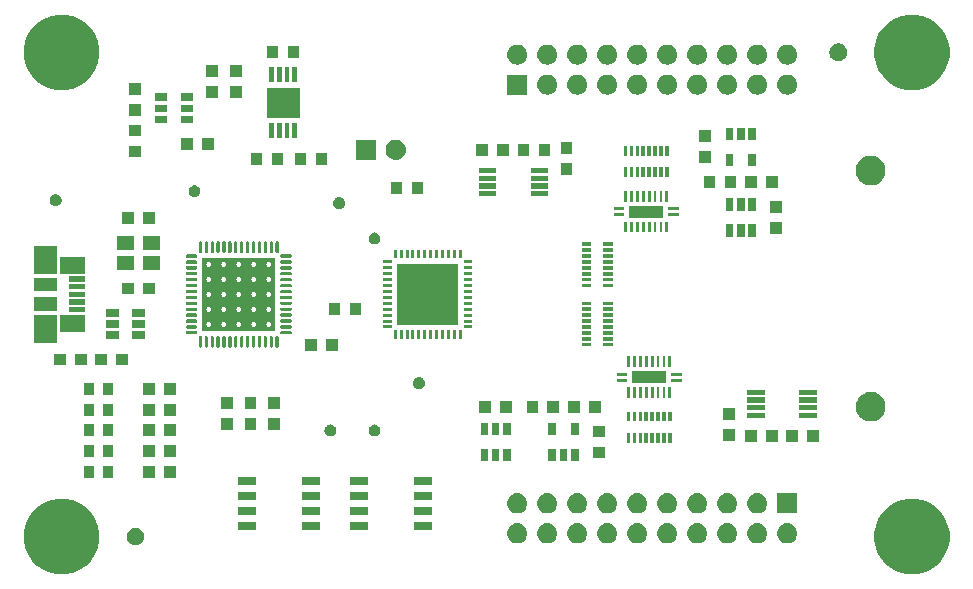
<source format=gts>
G04 #@! TF.GenerationSoftware,KiCad,Pcbnew,5.0.0-rc3-6a2723a~65~ubuntu18.04.1*
G04 #@! TF.CreationDate,2018-07-21T07:19:33+00:00*
G04 #@! TF.ProjectId,glasgow,676C6173676F772E6B696361645F7063,rev?*
G04 #@! TF.SameCoordinates,Original*
G04 #@! TF.FileFunction,Soldermask,Top*
G04 #@! TF.FilePolarity,Negative*
%FSLAX46Y46*%
G04 Gerber Fmt 4.6, Leading zero omitted, Abs format (unit mm)*
G04 Created by KiCad (PCBNEW 5.0.0-rc3-6a2723a~65~ubuntu18.04.1) date Sat Jul 21 07:19:33 2018*
%MOMM*%
%LPD*%
G01*
G04 APERTURE LIST*
%ADD10C,0.200000*%
%ADD11C,0.863600*%
%ADD12C,0.100000*%
G04 APERTURE END LIST*
D10*
G04 #@! TO.C,U1*
X69300000Y-95500000D02*
G75*
G03X69300000Y-95500000I-300000J0D01*
G01*
D11*
X67095000Y-92960000D02*
X67095000Y-98040000D01*
X68365000Y-92960000D02*
X68365000Y-98040000D01*
X69635000Y-92960000D02*
X69635000Y-98040000D01*
X70905000Y-92960000D02*
X70905000Y-98040000D01*
X66460000Y-97405000D02*
X71540000Y-97405000D01*
X66460000Y-96135000D02*
X71540000Y-96135000D01*
X66460000Y-94865000D02*
X71540000Y-94865000D01*
X66460000Y-93595000D02*
X71540000Y-93595000D01*
D12*
G36*
X72110000Y-92390000D02*
X72110000Y-92750000D01*
X65890000Y-92750000D01*
X65890000Y-92390000D01*
X72110000Y-92390000D01*
G37*
G36*
X65890000Y-92390000D02*
X66250000Y-92390000D01*
X66250000Y-98610000D01*
X65890000Y-98610000D01*
X65890000Y-92390000D01*
G37*
G36*
X65890000Y-98610000D02*
X65890000Y-98250000D01*
X72110000Y-98250000D01*
X72110000Y-98610000D01*
X65890000Y-98610000D01*
G37*
G36*
X72110000Y-98610000D02*
X71750000Y-98610000D01*
X71750000Y-92390000D01*
X72110000Y-92390000D01*
X72110000Y-98610000D01*
G37*
D10*
X70570000Y-95500000D02*
G75*
G03X70570000Y-95500000I-300000J0D01*
G01*
X71840000Y-95500000D02*
G75*
G03X71840000Y-95500000I-300000J0D01*
G01*
X68030000Y-95500000D02*
G75*
G03X68030000Y-95500000I-300000J0D01*
G01*
X66760000Y-95500000D02*
G75*
G03X66760000Y-95500000I-300000J0D01*
G01*
X66760000Y-94230000D02*
G75*
G03X66760000Y-94230000I-300000J0D01*
G01*
X68030000Y-94230000D02*
G75*
G03X68030000Y-94230000I-300000J0D01*
G01*
X69300000Y-94230000D02*
G75*
G03X69300000Y-94230000I-300000J0D01*
G01*
X70570000Y-94230000D02*
G75*
G03X70570000Y-94230000I-300000J0D01*
G01*
X71840000Y-94230000D02*
G75*
G03X71840000Y-94230000I-300000J0D01*
G01*
X71840000Y-92960000D02*
G75*
G03X71840000Y-92960000I-300000J0D01*
G01*
X70570000Y-92960000D02*
G75*
G03X70570000Y-92960000I-300000J0D01*
G01*
X69300000Y-92960000D02*
G75*
G03X69300000Y-92960000I-300000J0D01*
G01*
X68030000Y-92960000D02*
G75*
G03X68030000Y-92960000I-300000J0D01*
G01*
X66760000Y-92960000D02*
G75*
G03X66760000Y-92960000I-300000J0D01*
G01*
X66760000Y-96770000D02*
G75*
G03X66760000Y-96770000I-300000J0D01*
G01*
X68030000Y-96770000D02*
G75*
G03X68030000Y-96770000I-300000J0D01*
G01*
X69300000Y-96770000D02*
G75*
G03X69300000Y-96770000I-300000J0D01*
G01*
X70570000Y-96770000D02*
G75*
G03X70570000Y-96770000I-300000J0D01*
G01*
X71840000Y-96770000D02*
G75*
G03X71840000Y-96770000I-300000J0D01*
G01*
X71840000Y-98040000D02*
G75*
G03X71840000Y-98040000I-300000J0D01*
G01*
X70570000Y-98040000D02*
G75*
G03X70570000Y-98040000I-300000J0D01*
G01*
X69300000Y-98040000D02*
G75*
G03X69300000Y-98040000I-300000J0D01*
G01*
X68030000Y-98040000D02*
G75*
G03X68030000Y-98040000I-300000J0D01*
G01*
X66760000Y-98040000D02*
G75*
G03X66760000Y-98040000I-300000J0D01*
G01*
D12*
G36*
X126933402Y-112922974D02*
X126933404Y-112922975D01*
X126933405Y-112922975D01*
X127175783Y-113023371D01*
X127515770Y-113164198D01*
X128039880Y-113514397D01*
X128485603Y-113960120D01*
X128835802Y-114484230D01*
X129077026Y-115066598D01*
X129200000Y-115684825D01*
X129200000Y-116315175D01*
X129077026Y-116933402D01*
X128835802Y-117515770D01*
X128485603Y-118039880D01*
X128039880Y-118485603D01*
X127515770Y-118835802D01*
X127515769Y-118835803D01*
X127515768Y-118835803D01*
X126933405Y-119077025D01*
X126933404Y-119077025D01*
X126933402Y-119077026D01*
X126315175Y-119200000D01*
X125684825Y-119200000D01*
X125066598Y-119077026D01*
X125066596Y-119077025D01*
X125066595Y-119077025D01*
X124484232Y-118835803D01*
X124484231Y-118835803D01*
X124484230Y-118835802D01*
X123960120Y-118485603D01*
X123514397Y-118039880D01*
X123164198Y-117515770D01*
X122922974Y-116933402D01*
X122800000Y-116315175D01*
X122800000Y-115684825D01*
X122922974Y-115066598D01*
X123164198Y-114484230D01*
X123514397Y-113960120D01*
X123960120Y-113514397D01*
X124484230Y-113164198D01*
X124824217Y-113023371D01*
X125066595Y-112922975D01*
X125066596Y-112922975D01*
X125066598Y-112922974D01*
X125684825Y-112800000D01*
X126315175Y-112800000D01*
X126933402Y-112922974D01*
X126933402Y-112922974D01*
G37*
G36*
X54933402Y-112922974D02*
X54933404Y-112922975D01*
X54933405Y-112922975D01*
X55175783Y-113023371D01*
X55515770Y-113164198D01*
X56039880Y-113514397D01*
X56485603Y-113960120D01*
X56835802Y-114484230D01*
X57077026Y-115066598D01*
X57200000Y-115684825D01*
X57200000Y-116315175D01*
X57077026Y-116933402D01*
X56835802Y-117515770D01*
X56485603Y-118039880D01*
X56039880Y-118485603D01*
X55515770Y-118835802D01*
X55515769Y-118835803D01*
X55515768Y-118835803D01*
X54933405Y-119077025D01*
X54933404Y-119077025D01*
X54933402Y-119077026D01*
X54315175Y-119200000D01*
X53684825Y-119200000D01*
X53066598Y-119077026D01*
X53066596Y-119077025D01*
X53066595Y-119077025D01*
X52484232Y-118835803D01*
X52484231Y-118835803D01*
X52484230Y-118835802D01*
X51960120Y-118485603D01*
X51514397Y-118039880D01*
X51164198Y-117515770D01*
X50922974Y-116933402D01*
X50800000Y-116315175D01*
X50800000Y-115684825D01*
X50922974Y-115066598D01*
X51164198Y-114484230D01*
X51514397Y-113960120D01*
X51960120Y-113514397D01*
X52484230Y-113164198D01*
X52824217Y-113023371D01*
X53066595Y-112922975D01*
X53066596Y-112922975D01*
X53066598Y-112922974D01*
X53684825Y-112800000D01*
X54315175Y-112800000D01*
X54933402Y-112922974D01*
X54933402Y-112922974D01*
G37*
G36*
X60468763Y-115278821D02*
X60468764Y-115278821D01*
X60468767Y-115278822D01*
X60605258Y-115335359D01*
X60605260Y-115335360D01*
X60709484Y-115405000D01*
X60728097Y-115417437D01*
X60832563Y-115521903D01*
X60914641Y-115644742D01*
X60971178Y-115781233D01*
X61000000Y-115926131D01*
X61000000Y-116073869D01*
X60971178Y-116218767D01*
X60931245Y-116315172D01*
X60914640Y-116355260D01*
X60832564Y-116478096D01*
X60728096Y-116582564D01*
X60605260Y-116664640D01*
X60605259Y-116664641D01*
X60605258Y-116664641D01*
X60468767Y-116721178D01*
X60468764Y-116721179D01*
X60468763Y-116721179D01*
X60323871Y-116750000D01*
X60176129Y-116750000D01*
X60031237Y-116721179D01*
X60031236Y-116721179D01*
X60031233Y-116721178D01*
X59894742Y-116664641D01*
X59894741Y-116664641D01*
X59894740Y-116664640D01*
X59771904Y-116582564D01*
X59667436Y-116478096D01*
X59585360Y-116355260D01*
X59568755Y-116315172D01*
X59528822Y-116218767D01*
X59500000Y-116073869D01*
X59500000Y-115926131D01*
X59528822Y-115781233D01*
X59585359Y-115644742D01*
X59667437Y-115521903D01*
X59771903Y-115417437D01*
X59790516Y-115405000D01*
X59894740Y-115335360D01*
X59894742Y-115335359D01*
X60031233Y-115278822D01*
X60031236Y-115278821D01*
X60031237Y-115278821D01*
X60176129Y-115250000D01*
X60323871Y-115250000D01*
X60468763Y-115278821D01*
X60468763Y-115278821D01*
G37*
G36*
X110516629Y-114892299D02*
X110676855Y-114940903D01*
X110824519Y-115019830D01*
X110953948Y-115126052D01*
X111060170Y-115255481D01*
X111139097Y-115403145D01*
X111187701Y-115563371D01*
X111204113Y-115730000D01*
X111187701Y-115896629D01*
X111139097Y-116056855D01*
X111060170Y-116204519D01*
X110953948Y-116333948D01*
X110824519Y-116440170D01*
X110676855Y-116519097D01*
X110516629Y-116567701D01*
X110391756Y-116580000D01*
X110308244Y-116580000D01*
X110183371Y-116567701D01*
X110023145Y-116519097D01*
X109875481Y-116440170D01*
X109746052Y-116333948D01*
X109639830Y-116204519D01*
X109560903Y-116056855D01*
X109512299Y-115896629D01*
X109495887Y-115730000D01*
X109512299Y-115563371D01*
X109560903Y-115403145D01*
X109639830Y-115255481D01*
X109746052Y-115126052D01*
X109875481Y-115019830D01*
X110023145Y-114940903D01*
X110183371Y-114892299D01*
X110308244Y-114880000D01*
X110391756Y-114880000D01*
X110516629Y-114892299D01*
X110516629Y-114892299D01*
G37*
G36*
X115596629Y-114892299D02*
X115756855Y-114940903D01*
X115904519Y-115019830D01*
X116033948Y-115126052D01*
X116140170Y-115255481D01*
X116219097Y-115403145D01*
X116267701Y-115563371D01*
X116284113Y-115730000D01*
X116267701Y-115896629D01*
X116219097Y-116056855D01*
X116140170Y-116204519D01*
X116033948Y-116333948D01*
X115904519Y-116440170D01*
X115756855Y-116519097D01*
X115596629Y-116567701D01*
X115471756Y-116580000D01*
X115388244Y-116580000D01*
X115263371Y-116567701D01*
X115103145Y-116519097D01*
X114955481Y-116440170D01*
X114826052Y-116333948D01*
X114719830Y-116204519D01*
X114640903Y-116056855D01*
X114592299Y-115896629D01*
X114575887Y-115730000D01*
X114592299Y-115563371D01*
X114640903Y-115403145D01*
X114719830Y-115255481D01*
X114826052Y-115126052D01*
X114955481Y-115019830D01*
X115103145Y-114940903D01*
X115263371Y-114892299D01*
X115388244Y-114880000D01*
X115471756Y-114880000D01*
X115596629Y-114892299D01*
X115596629Y-114892299D01*
G37*
G36*
X113056629Y-114892299D02*
X113216855Y-114940903D01*
X113364519Y-115019830D01*
X113493948Y-115126052D01*
X113600170Y-115255481D01*
X113679097Y-115403145D01*
X113727701Y-115563371D01*
X113744113Y-115730000D01*
X113727701Y-115896629D01*
X113679097Y-116056855D01*
X113600170Y-116204519D01*
X113493948Y-116333948D01*
X113364519Y-116440170D01*
X113216855Y-116519097D01*
X113056629Y-116567701D01*
X112931756Y-116580000D01*
X112848244Y-116580000D01*
X112723371Y-116567701D01*
X112563145Y-116519097D01*
X112415481Y-116440170D01*
X112286052Y-116333948D01*
X112179830Y-116204519D01*
X112100903Y-116056855D01*
X112052299Y-115896629D01*
X112035887Y-115730000D01*
X112052299Y-115563371D01*
X112100903Y-115403145D01*
X112179830Y-115255481D01*
X112286052Y-115126052D01*
X112415481Y-115019830D01*
X112563145Y-114940903D01*
X112723371Y-114892299D01*
X112848244Y-114880000D01*
X112931756Y-114880000D01*
X113056629Y-114892299D01*
X113056629Y-114892299D01*
G37*
G36*
X107976629Y-114892299D02*
X108136855Y-114940903D01*
X108284519Y-115019830D01*
X108413948Y-115126052D01*
X108520170Y-115255481D01*
X108599097Y-115403145D01*
X108647701Y-115563371D01*
X108664113Y-115730000D01*
X108647701Y-115896629D01*
X108599097Y-116056855D01*
X108520170Y-116204519D01*
X108413948Y-116333948D01*
X108284519Y-116440170D01*
X108136855Y-116519097D01*
X107976629Y-116567701D01*
X107851756Y-116580000D01*
X107768244Y-116580000D01*
X107643371Y-116567701D01*
X107483145Y-116519097D01*
X107335481Y-116440170D01*
X107206052Y-116333948D01*
X107099830Y-116204519D01*
X107020903Y-116056855D01*
X106972299Y-115896629D01*
X106955887Y-115730000D01*
X106972299Y-115563371D01*
X107020903Y-115403145D01*
X107099830Y-115255481D01*
X107206052Y-115126052D01*
X107335481Y-115019830D01*
X107483145Y-114940903D01*
X107643371Y-114892299D01*
X107768244Y-114880000D01*
X107851756Y-114880000D01*
X107976629Y-114892299D01*
X107976629Y-114892299D01*
G37*
G36*
X105436629Y-114892299D02*
X105596855Y-114940903D01*
X105744519Y-115019830D01*
X105873948Y-115126052D01*
X105980170Y-115255481D01*
X106059097Y-115403145D01*
X106107701Y-115563371D01*
X106124113Y-115730000D01*
X106107701Y-115896629D01*
X106059097Y-116056855D01*
X105980170Y-116204519D01*
X105873948Y-116333948D01*
X105744519Y-116440170D01*
X105596855Y-116519097D01*
X105436629Y-116567701D01*
X105311756Y-116580000D01*
X105228244Y-116580000D01*
X105103371Y-116567701D01*
X104943145Y-116519097D01*
X104795481Y-116440170D01*
X104666052Y-116333948D01*
X104559830Y-116204519D01*
X104480903Y-116056855D01*
X104432299Y-115896629D01*
X104415887Y-115730000D01*
X104432299Y-115563371D01*
X104480903Y-115403145D01*
X104559830Y-115255481D01*
X104666052Y-115126052D01*
X104795481Y-115019830D01*
X104943145Y-114940903D01*
X105103371Y-114892299D01*
X105228244Y-114880000D01*
X105311756Y-114880000D01*
X105436629Y-114892299D01*
X105436629Y-114892299D01*
G37*
G36*
X102896629Y-114892299D02*
X103056855Y-114940903D01*
X103204519Y-115019830D01*
X103333948Y-115126052D01*
X103440170Y-115255481D01*
X103519097Y-115403145D01*
X103567701Y-115563371D01*
X103584113Y-115730000D01*
X103567701Y-115896629D01*
X103519097Y-116056855D01*
X103440170Y-116204519D01*
X103333948Y-116333948D01*
X103204519Y-116440170D01*
X103056855Y-116519097D01*
X102896629Y-116567701D01*
X102771756Y-116580000D01*
X102688244Y-116580000D01*
X102563371Y-116567701D01*
X102403145Y-116519097D01*
X102255481Y-116440170D01*
X102126052Y-116333948D01*
X102019830Y-116204519D01*
X101940903Y-116056855D01*
X101892299Y-115896629D01*
X101875887Y-115730000D01*
X101892299Y-115563371D01*
X101940903Y-115403145D01*
X102019830Y-115255481D01*
X102126052Y-115126052D01*
X102255481Y-115019830D01*
X102403145Y-114940903D01*
X102563371Y-114892299D01*
X102688244Y-114880000D01*
X102771756Y-114880000D01*
X102896629Y-114892299D01*
X102896629Y-114892299D01*
G37*
G36*
X100356629Y-114892299D02*
X100516855Y-114940903D01*
X100664519Y-115019830D01*
X100793948Y-115126052D01*
X100900170Y-115255481D01*
X100979097Y-115403145D01*
X101027701Y-115563371D01*
X101044113Y-115730000D01*
X101027701Y-115896629D01*
X100979097Y-116056855D01*
X100900170Y-116204519D01*
X100793948Y-116333948D01*
X100664519Y-116440170D01*
X100516855Y-116519097D01*
X100356629Y-116567701D01*
X100231756Y-116580000D01*
X100148244Y-116580000D01*
X100023371Y-116567701D01*
X99863145Y-116519097D01*
X99715481Y-116440170D01*
X99586052Y-116333948D01*
X99479830Y-116204519D01*
X99400903Y-116056855D01*
X99352299Y-115896629D01*
X99335887Y-115730000D01*
X99352299Y-115563371D01*
X99400903Y-115403145D01*
X99479830Y-115255481D01*
X99586052Y-115126052D01*
X99715481Y-115019830D01*
X99863145Y-114940903D01*
X100023371Y-114892299D01*
X100148244Y-114880000D01*
X100231756Y-114880000D01*
X100356629Y-114892299D01*
X100356629Y-114892299D01*
G37*
G36*
X97816629Y-114892299D02*
X97976855Y-114940903D01*
X98124519Y-115019830D01*
X98253948Y-115126052D01*
X98360170Y-115255481D01*
X98439097Y-115403145D01*
X98487701Y-115563371D01*
X98504113Y-115730000D01*
X98487701Y-115896629D01*
X98439097Y-116056855D01*
X98360170Y-116204519D01*
X98253948Y-116333948D01*
X98124519Y-116440170D01*
X97976855Y-116519097D01*
X97816629Y-116567701D01*
X97691756Y-116580000D01*
X97608244Y-116580000D01*
X97483371Y-116567701D01*
X97323145Y-116519097D01*
X97175481Y-116440170D01*
X97046052Y-116333948D01*
X96939830Y-116204519D01*
X96860903Y-116056855D01*
X96812299Y-115896629D01*
X96795887Y-115730000D01*
X96812299Y-115563371D01*
X96860903Y-115403145D01*
X96939830Y-115255481D01*
X97046052Y-115126052D01*
X97175481Y-115019830D01*
X97323145Y-114940903D01*
X97483371Y-114892299D01*
X97608244Y-114880000D01*
X97691756Y-114880000D01*
X97816629Y-114892299D01*
X97816629Y-114892299D01*
G37*
G36*
X95276629Y-114892299D02*
X95436855Y-114940903D01*
X95584519Y-115019830D01*
X95713948Y-115126052D01*
X95820170Y-115255481D01*
X95899097Y-115403145D01*
X95947701Y-115563371D01*
X95964113Y-115730000D01*
X95947701Y-115896629D01*
X95899097Y-116056855D01*
X95820170Y-116204519D01*
X95713948Y-116333948D01*
X95584519Y-116440170D01*
X95436855Y-116519097D01*
X95276629Y-116567701D01*
X95151756Y-116580000D01*
X95068244Y-116580000D01*
X94943371Y-116567701D01*
X94783145Y-116519097D01*
X94635481Y-116440170D01*
X94506052Y-116333948D01*
X94399830Y-116204519D01*
X94320903Y-116056855D01*
X94272299Y-115896629D01*
X94255887Y-115730000D01*
X94272299Y-115563371D01*
X94320903Y-115403145D01*
X94399830Y-115255481D01*
X94506052Y-115126052D01*
X94635481Y-115019830D01*
X94783145Y-114940903D01*
X94943371Y-114892299D01*
X95068244Y-114880000D01*
X95151756Y-114880000D01*
X95276629Y-114892299D01*
X95276629Y-114892299D01*
G37*
G36*
X92736629Y-114892299D02*
X92896855Y-114940903D01*
X93044519Y-115019830D01*
X93173948Y-115126052D01*
X93280170Y-115255481D01*
X93359097Y-115403145D01*
X93407701Y-115563371D01*
X93424113Y-115730000D01*
X93407701Y-115896629D01*
X93359097Y-116056855D01*
X93280170Y-116204519D01*
X93173948Y-116333948D01*
X93044519Y-116440170D01*
X92896855Y-116519097D01*
X92736629Y-116567701D01*
X92611756Y-116580000D01*
X92528244Y-116580000D01*
X92403371Y-116567701D01*
X92243145Y-116519097D01*
X92095481Y-116440170D01*
X91966052Y-116333948D01*
X91859830Y-116204519D01*
X91780903Y-116056855D01*
X91732299Y-115896629D01*
X91715887Y-115730000D01*
X91732299Y-115563371D01*
X91780903Y-115403145D01*
X91859830Y-115255481D01*
X91966052Y-115126052D01*
X92095481Y-115019830D01*
X92243145Y-114940903D01*
X92403371Y-114892299D01*
X92528244Y-114880000D01*
X92611756Y-114880000D01*
X92736629Y-114892299D01*
X92736629Y-114892299D01*
G37*
G36*
X70475000Y-115405000D02*
X68925000Y-115405000D01*
X68925000Y-114805000D01*
X70475000Y-114805000D01*
X70475000Y-115405000D01*
X70475000Y-115405000D01*
G37*
G36*
X85375000Y-115405000D02*
X83825000Y-115405000D01*
X83825000Y-114805000D01*
X85375000Y-114805000D01*
X85375000Y-115405000D01*
X85375000Y-115405000D01*
G37*
G36*
X79975000Y-115405000D02*
X78425000Y-115405000D01*
X78425000Y-114805000D01*
X79975000Y-114805000D01*
X79975000Y-115405000D01*
X79975000Y-115405000D01*
G37*
G36*
X75875000Y-115405000D02*
X74325000Y-115405000D01*
X74325000Y-114805000D01*
X75875000Y-114805000D01*
X75875000Y-115405000D01*
X75875000Y-115405000D01*
G37*
G36*
X70475000Y-114135000D02*
X68925000Y-114135000D01*
X68925000Y-113535000D01*
X70475000Y-113535000D01*
X70475000Y-114135000D01*
X70475000Y-114135000D01*
G37*
G36*
X75875000Y-114135000D02*
X74325000Y-114135000D01*
X74325000Y-113535000D01*
X75875000Y-113535000D01*
X75875000Y-114135000D01*
X75875000Y-114135000D01*
G37*
G36*
X79975000Y-114135000D02*
X78425000Y-114135000D01*
X78425000Y-113535000D01*
X79975000Y-113535000D01*
X79975000Y-114135000D01*
X79975000Y-114135000D01*
G37*
G36*
X85375000Y-114135000D02*
X83825000Y-114135000D01*
X83825000Y-113535000D01*
X85375000Y-113535000D01*
X85375000Y-114135000D01*
X85375000Y-114135000D01*
G37*
G36*
X92736629Y-112352299D02*
X92896855Y-112400903D01*
X93044519Y-112479830D01*
X93173948Y-112586052D01*
X93280170Y-112715481D01*
X93359097Y-112863145D01*
X93407701Y-113023371D01*
X93424113Y-113190000D01*
X93407701Y-113356629D01*
X93359097Y-113516855D01*
X93280170Y-113664519D01*
X93173948Y-113793948D01*
X93044519Y-113900170D01*
X92896855Y-113979097D01*
X92736629Y-114027701D01*
X92611756Y-114040000D01*
X92528244Y-114040000D01*
X92403371Y-114027701D01*
X92243145Y-113979097D01*
X92095481Y-113900170D01*
X91966052Y-113793948D01*
X91859830Y-113664519D01*
X91780903Y-113516855D01*
X91732299Y-113356629D01*
X91715887Y-113190000D01*
X91732299Y-113023371D01*
X91780903Y-112863145D01*
X91859830Y-112715481D01*
X91966052Y-112586052D01*
X92095481Y-112479830D01*
X92243145Y-112400903D01*
X92403371Y-112352299D01*
X92528244Y-112340000D01*
X92611756Y-112340000D01*
X92736629Y-112352299D01*
X92736629Y-112352299D01*
G37*
G36*
X116280000Y-114040000D02*
X114580000Y-114040000D01*
X114580000Y-112340000D01*
X116280000Y-112340000D01*
X116280000Y-114040000D01*
X116280000Y-114040000D01*
G37*
G36*
X97816629Y-112352299D02*
X97976855Y-112400903D01*
X98124519Y-112479830D01*
X98253948Y-112586052D01*
X98360170Y-112715481D01*
X98439097Y-112863145D01*
X98487701Y-113023371D01*
X98504113Y-113190000D01*
X98487701Y-113356629D01*
X98439097Y-113516855D01*
X98360170Y-113664519D01*
X98253948Y-113793948D01*
X98124519Y-113900170D01*
X97976855Y-113979097D01*
X97816629Y-114027701D01*
X97691756Y-114040000D01*
X97608244Y-114040000D01*
X97483371Y-114027701D01*
X97323145Y-113979097D01*
X97175481Y-113900170D01*
X97046052Y-113793948D01*
X96939830Y-113664519D01*
X96860903Y-113516855D01*
X96812299Y-113356629D01*
X96795887Y-113190000D01*
X96812299Y-113023371D01*
X96860903Y-112863145D01*
X96939830Y-112715481D01*
X97046052Y-112586052D01*
X97175481Y-112479830D01*
X97323145Y-112400903D01*
X97483371Y-112352299D01*
X97608244Y-112340000D01*
X97691756Y-112340000D01*
X97816629Y-112352299D01*
X97816629Y-112352299D01*
G37*
G36*
X113056629Y-112352299D02*
X113216855Y-112400903D01*
X113364519Y-112479830D01*
X113493948Y-112586052D01*
X113600170Y-112715481D01*
X113679097Y-112863145D01*
X113727701Y-113023371D01*
X113744113Y-113190000D01*
X113727701Y-113356629D01*
X113679097Y-113516855D01*
X113600170Y-113664519D01*
X113493948Y-113793948D01*
X113364519Y-113900170D01*
X113216855Y-113979097D01*
X113056629Y-114027701D01*
X112931756Y-114040000D01*
X112848244Y-114040000D01*
X112723371Y-114027701D01*
X112563145Y-113979097D01*
X112415481Y-113900170D01*
X112286052Y-113793948D01*
X112179830Y-113664519D01*
X112100903Y-113516855D01*
X112052299Y-113356629D01*
X112035887Y-113190000D01*
X112052299Y-113023371D01*
X112100903Y-112863145D01*
X112179830Y-112715481D01*
X112286052Y-112586052D01*
X112415481Y-112479830D01*
X112563145Y-112400903D01*
X112723371Y-112352299D01*
X112848244Y-112340000D01*
X112931756Y-112340000D01*
X113056629Y-112352299D01*
X113056629Y-112352299D01*
G37*
G36*
X95276629Y-112352299D02*
X95436855Y-112400903D01*
X95584519Y-112479830D01*
X95713948Y-112586052D01*
X95820170Y-112715481D01*
X95899097Y-112863145D01*
X95947701Y-113023371D01*
X95964113Y-113190000D01*
X95947701Y-113356629D01*
X95899097Y-113516855D01*
X95820170Y-113664519D01*
X95713948Y-113793948D01*
X95584519Y-113900170D01*
X95436855Y-113979097D01*
X95276629Y-114027701D01*
X95151756Y-114040000D01*
X95068244Y-114040000D01*
X94943371Y-114027701D01*
X94783145Y-113979097D01*
X94635481Y-113900170D01*
X94506052Y-113793948D01*
X94399830Y-113664519D01*
X94320903Y-113516855D01*
X94272299Y-113356629D01*
X94255887Y-113190000D01*
X94272299Y-113023371D01*
X94320903Y-112863145D01*
X94399830Y-112715481D01*
X94506052Y-112586052D01*
X94635481Y-112479830D01*
X94783145Y-112400903D01*
X94943371Y-112352299D01*
X95068244Y-112340000D01*
X95151756Y-112340000D01*
X95276629Y-112352299D01*
X95276629Y-112352299D01*
G37*
G36*
X100356629Y-112352299D02*
X100516855Y-112400903D01*
X100664519Y-112479830D01*
X100793948Y-112586052D01*
X100900170Y-112715481D01*
X100979097Y-112863145D01*
X101027701Y-113023371D01*
X101044113Y-113190000D01*
X101027701Y-113356629D01*
X100979097Y-113516855D01*
X100900170Y-113664519D01*
X100793948Y-113793948D01*
X100664519Y-113900170D01*
X100516855Y-113979097D01*
X100356629Y-114027701D01*
X100231756Y-114040000D01*
X100148244Y-114040000D01*
X100023371Y-114027701D01*
X99863145Y-113979097D01*
X99715481Y-113900170D01*
X99586052Y-113793948D01*
X99479830Y-113664519D01*
X99400903Y-113516855D01*
X99352299Y-113356629D01*
X99335887Y-113190000D01*
X99352299Y-113023371D01*
X99400903Y-112863145D01*
X99479830Y-112715481D01*
X99586052Y-112586052D01*
X99715481Y-112479830D01*
X99863145Y-112400903D01*
X100023371Y-112352299D01*
X100148244Y-112340000D01*
X100231756Y-112340000D01*
X100356629Y-112352299D01*
X100356629Y-112352299D01*
G37*
G36*
X102896629Y-112352299D02*
X103056855Y-112400903D01*
X103204519Y-112479830D01*
X103333948Y-112586052D01*
X103440170Y-112715481D01*
X103519097Y-112863145D01*
X103567701Y-113023371D01*
X103584113Y-113190000D01*
X103567701Y-113356629D01*
X103519097Y-113516855D01*
X103440170Y-113664519D01*
X103333948Y-113793948D01*
X103204519Y-113900170D01*
X103056855Y-113979097D01*
X102896629Y-114027701D01*
X102771756Y-114040000D01*
X102688244Y-114040000D01*
X102563371Y-114027701D01*
X102403145Y-113979097D01*
X102255481Y-113900170D01*
X102126052Y-113793948D01*
X102019830Y-113664519D01*
X101940903Y-113516855D01*
X101892299Y-113356629D01*
X101875887Y-113190000D01*
X101892299Y-113023371D01*
X101940903Y-112863145D01*
X102019830Y-112715481D01*
X102126052Y-112586052D01*
X102255481Y-112479830D01*
X102403145Y-112400903D01*
X102563371Y-112352299D01*
X102688244Y-112340000D01*
X102771756Y-112340000D01*
X102896629Y-112352299D01*
X102896629Y-112352299D01*
G37*
G36*
X107976629Y-112352299D02*
X108136855Y-112400903D01*
X108284519Y-112479830D01*
X108413948Y-112586052D01*
X108520170Y-112715481D01*
X108599097Y-112863145D01*
X108647701Y-113023371D01*
X108664113Y-113190000D01*
X108647701Y-113356629D01*
X108599097Y-113516855D01*
X108520170Y-113664519D01*
X108413948Y-113793948D01*
X108284519Y-113900170D01*
X108136855Y-113979097D01*
X107976629Y-114027701D01*
X107851756Y-114040000D01*
X107768244Y-114040000D01*
X107643371Y-114027701D01*
X107483145Y-113979097D01*
X107335481Y-113900170D01*
X107206052Y-113793948D01*
X107099830Y-113664519D01*
X107020903Y-113516855D01*
X106972299Y-113356629D01*
X106955887Y-113190000D01*
X106972299Y-113023371D01*
X107020903Y-112863145D01*
X107099830Y-112715481D01*
X107206052Y-112586052D01*
X107335481Y-112479830D01*
X107483145Y-112400903D01*
X107643371Y-112352299D01*
X107768244Y-112340000D01*
X107851756Y-112340000D01*
X107976629Y-112352299D01*
X107976629Y-112352299D01*
G37*
G36*
X105436629Y-112352299D02*
X105596855Y-112400903D01*
X105744519Y-112479830D01*
X105873948Y-112586052D01*
X105980170Y-112715481D01*
X106059097Y-112863145D01*
X106107701Y-113023371D01*
X106124113Y-113190000D01*
X106107701Y-113356629D01*
X106059097Y-113516855D01*
X105980170Y-113664519D01*
X105873948Y-113793948D01*
X105744519Y-113900170D01*
X105596855Y-113979097D01*
X105436629Y-114027701D01*
X105311756Y-114040000D01*
X105228244Y-114040000D01*
X105103371Y-114027701D01*
X104943145Y-113979097D01*
X104795481Y-113900170D01*
X104666052Y-113793948D01*
X104559830Y-113664519D01*
X104480903Y-113516855D01*
X104432299Y-113356629D01*
X104415887Y-113190000D01*
X104432299Y-113023371D01*
X104480903Y-112863145D01*
X104559830Y-112715481D01*
X104666052Y-112586052D01*
X104795481Y-112479830D01*
X104943145Y-112400903D01*
X105103371Y-112352299D01*
X105228244Y-112340000D01*
X105311756Y-112340000D01*
X105436629Y-112352299D01*
X105436629Y-112352299D01*
G37*
G36*
X110516629Y-112352299D02*
X110676855Y-112400903D01*
X110824519Y-112479830D01*
X110953948Y-112586052D01*
X111060170Y-112715481D01*
X111139097Y-112863145D01*
X111187701Y-113023371D01*
X111204113Y-113190000D01*
X111187701Y-113356629D01*
X111139097Y-113516855D01*
X111060170Y-113664519D01*
X110953948Y-113793948D01*
X110824519Y-113900170D01*
X110676855Y-113979097D01*
X110516629Y-114027701D01*
X110391756Y-114040000D01*
X110308244Y-114040000D01*
X110183371Y-114027701D01*
X110023145Y-113979097D01*
X109875481Y-113900170D01*
X109746052Y-113793948D01*
X109639830Y-113664519D01*
X109560903Y-113516855D01*
X109512299Y-113356629D01*
X109495887Y-113190000D01*
X109512299Y-113023371D01*
X109560903Y-112863145D01*
X109639830Y-112715481D01*
X109746052Y-112586052D01*
X109875481Y-112479830D01*
X110023145Y-112400903D01*
X110183371Y-112352299D01*
X110308244Y-112340000D01*
X110391756Y-112340000D01*
X110516629Y-112352299D01*
X110516629Y-112352299D01*
G37*
G36*
X70475000Y-112865000D02*
X68925000Y-112865000D01*
X68925000Y-112265000D01*
X70475000Y-112265000D01*
X70475000Y-112865000D01*
X70475000Y-112865000D01*
G37*
G36*
X75875000Y-112865000D02*
X74325000Y-112865000D01*
X74325000Y-112265000D01*
X75875000Y-112265000D01*
X75875000Y-112865000D01*
X75875000Y-112865000D01*
G37*
G36*
X85375000Y-112865000D02*
X83825000Y-112865000D01*
X83825000Y-112265000D01*
X85375000Y-112265000D01*
X85375000Y-112865000D01*
X85375000Y-112865000D01*
G37*
G36*
X79975000Y-112865000D02*
X78425000Y-112865000D01*
X78425000Y-112265000D01*
X79975000Y-112265000D01*
X79975000Y-112865000D01*
X79975000Y-112865000D01*
G37*
G36*
X79975000Y-111595000D02*
X78425000Y-111595000D01*
X78425000Y-110995000D01*
X79975000Y-110995000D01*
X79975000Y-111595000D01*
X79975000Y-111595000D01*
G37*
G36*
X85375000Y-111595000D02*
X83825000Y-111595000D01*
X83825000Y-110995000D01*
X85375000Y-110995000D01*
X85375000Y-111595000D01*
X85375000Y-111595000D01*
G37*
G36*
X75875000Y-111595000D02*
X74325000Y-111595000D01*
X74325000Y-110995000D01*
X75875000Y-110995000D01*
X75875000Y-111595000D01*
X75875000Y-111595000D01*
G37*
G36*
X70475000Y-111595000D02*
X68925000Y-111595000D01*
X68925000Y-110995000D01*
X70475000Y-110995000D01*
X70475000Y-111595000D01*
X70475000Y-111595000D01*
G37*
G36*
X61910000Y-111000000D02*
X60915000Y-111000000D01*
X60915000Y-110000000D01*
X61910000Y-110000000D01*
X61910000Y-111000000D01*
X61910000Y-111000000D01*
G37*
G36*
X63685000Y-111000000D02*
X62690000Y-111000000D01*
X62690000Y-110000000D01*
X63685000Y-110000000D01*
X63685000Y-111000000D01*
X63685000Y-111000000D01*
G37*
G36*
X56760000Y-111000000D02*
X55940000Y-111000000D01*
X55940000Y-110000000D01*
X56760000Y-110000000D01*
X56760000Y-111000000D01*
X56760000Y-111000000D01*
G37*
G36*
X58360000Y-111000000D02*
X57540000Y-111000000D01*
X57540000Y-110000000D01*
X58360000Y-110000000D01*
X58360000Y-111000000D01*
X58360000Y-111000000D01*
G37*
G36*
X97775000Y-109630000D02*
X97125000Y-109630000D01*
X97125000Y-108570000D01*
X97775000Y-108570000D01*
X97775000Y-109630000D01*
X97775000Y-109630000D01*
G37*
G36*
X96825000Y-109630000D02*
X96175000Y-109630000D01*
X96175000Y-108570000D01*
X96825000Y-108570000D01*
X96825000Y-109630000D01*
X96825000Y-109630000D01*
G37*
G36*
X95875000Y-109630000D02*
X95225000Y-109630000D01*
X95225000Y-108570000D01*
X95875000Y-108570000D01*
X95875000Y-109630000D01*
X95875000Y-109630000D01*
G37*
G36*
X90125000Y-109630000D02*
X89475000Y-109630000D01*
X89475000Y-108570000D01*
X90125000Y-108570000D01*
X90125000Y-109630000D01*
X90125000Y-109630000D01*
G37*
G36*
X92025000Y-109630000D02*
X91375000Y-109630000D01*
X91375000Y-108570000D01*
X92025000Y-108570000D01*
X92025000Y-109630000D01*
X92025000Y-109630000D01*
G37*
G36*
X91075000Y-109630000D02*
X90425000Y-109630000D01*
X90425000Y-108570000D01*
X91075000Y-108570000D01*
X91075000Y-109630000D01*
X91075000Y-109630000D01*
G37*
G36*
X100000000Y-109385000D02*
X99000000Y-109385000D01*
X99000000Y-108390000D01*
X100000000Y-108390000D01*
X100000000Y-109385000D01*
X100000000Y-109385000D01*
G37*
G36*
X56760000Y-109250000D02*
X55940000Y-109250000D01*
X55940000Y-108250000D01*
X56760000Y-108250000D01*
X56760000Y-109250000D01*
X56760000Y-109250000D01*
G37*
G36*
X58360000Y-109250000D02*
X57540000Y-109250000D01*
X57540000Y-108250000D01*
X58360000Y-108250000D01*
X58360000Y-109250000D01*
X58360000Y-109250000D01*
G37*
G36*
X61910000Y-109250000D02*
X60915000Y-109250000D01*
X60915000Y-108250000D01*
X61910000Y-108250000D01*
X61910000Y-109250000D01*
X61910000Y-109250000D01*
G37*
G36*
X63685000Y-109250000D02*
X62690000Y-109250000D01*
X62690000Y-108250000D01*
X63685000Y-108250000D01*
X63685000Y-109250000D01*
X63685000Y-109250000D01*
G37*
G36*
X104150000Y-108050000D02*
X103850000Y-108050000D01*
X103850000Y-107250000D01*
X104150000Y-107250000D01*
X104150000Y-108050000D01*
X104150000Y-108050000D01*
G37*
G36*
X103650000Y-108050000D02*
X103350000Y-108050000D01*
X103350000Y-107250000D01*
X103650000Y-107250000D01*
X103650000Y-108050000D01*
X103650000Y-108050000D01*
G37*
G36*
X102650000Y-108050000D02*
X102350000Y-108050000D01*
X102350000Y-107250000D01*
X102650000Y-107250000D01*
X102650000Y-108050000D01*
X102650000Y-108050000D01*
G37*
G36*
X103150000Y-108050000D02*
X102850000Y-108050000D01*
X102850000Y-107250000D01*
X103150000Y-107250000D01*
X103150000Y-108050000D01*
X103150000Y-108050000D01*
G37*
G36*
X105650000Y-108050000D02*
X105350000Y-108050000D01*
X105350000Y-107250000D01*
X105650000Y-107250000D01*
X105650000Y-108050000D01*
X105650000Y-108050000D01*
G37*
G36*
X104650000Y-108050000D02*
X104350000Y-108050000D01*
X104350000Y-107250000D01*
X104650000Y-107250000D01*
X104650000Y-108050000D01*
X104650000Y-108050000D01*
G37*
G36*
X105150000Y-108050000D02*
X104850000Y-108050000D01*
X104850000Y-107250000D01*
X105150000Y-107250000D01*
X105150000Y-108050000D01*
X105150000Y-108050000D01*
G37*
G36*
X102150000Y-108050000D02*
X101850000Y-108050000D01*
X101850000Y-107250000D01*
X102150000Y-107250000D01*
X102150000Y-108050000D01*
X102150000Y-108050000D01*
G37*
G36*
X118135000Y-107996000D02*
X117140000Y-107996000D01*
X117140000Y-106996000D01*
X118135000Y-106996000D01*
X118135000Y-107996000D01*
X118135000Y-107996000D01*
G37*
G36*
X116360000Y-107996000D02*
X115365000Y-107996000D01*
X115365000Y-106996000D01*
X116360000Y-106996000D01*
X116360000Y-107996000D01*
X116360000Y-107996000D01*
G37*
G36*
X114635000Y-107996000D02*
X113640000Y-107996000D01*
X113640000Y-106996000D01*
X114635000Y-106996000D01*
X114635000Y-107996000D01*
X114635000Y-107996000D01*
G37*
G36*
X112860000Y-107996000D02*
X111865000Y-107996000D01*
X111865000Y-106996000D01*
X112860000Y-106996000D01*
X112860000Y-107996000D01*
X112860000Y-107996000D01*
G37*
G36*
X111000000Y-107885000D02*
X110000000Y-107885000D01*
X110000000Y-106890000D01*
X111000000Y-106890000D01*
X111000000Y-107885000D01*
X111000000Y-107885000D01*
G37*
G36*
X100000000Y-107610000D02*
X99000000Y-107610000D01*
X99000000Y-106615000D01*
X100000000Y-106615000D01*
X100000000Y-107610000D01*
X100000000Y-107610000D01*
G37*
G36*
X61910000Y-107500000D02*
X60915000Y-107500000D01*
X60915000Y-106500000D01*
X61910000Y-106500000D01*
X61910000Y-107500000D01*
X61910000Y-107500000D01*
G37*
G36*
X63685000Y-107500000D02*
X62690000Y-107500000D01*
X62690000Y-106500000D01*
X63685000Y-106500000D01*
X63685000Y-107500000D01*
X63685000Y-107500000D01*
G37*
G36*
X76895841Y-106519214D02*
X76895842Y-106519214D01*
X76895845Y-106519215D01*
X76986839Y-106556906D01*
X77068731Y-106611625D01*
X77138375Y-106681269D01*
X77193094Y-106763161D01*
X77230785Y-106854155D01*
X77250000Y-106950754D01*
X77250000Y-107049246D01*
X77230785Y-107145845D01*
X77193094Y-107236839D01*
X77138375Y-107318731D01*
X77068731Y-107388375D01*
X76986839Y-107443094D01*
X76895845Y-107480785D01*
X76895842Y-107480786D01*
X76895841Y-107480786D01*
X76799248Y-107500000D01*
X76700752Y-107500000D01*
X76604159Y-107480786D01*
X76604158Y-107480786D01*
X76604155Y-107480785D01*
X76513161Y-107443094D01*
X76431269Y-107388375D01*
X76361625Y-107318731D01*
X76306906Y-107236839D01*
X76269215Y-107145845D01*
X76250000Y-107049246D01*
X76250000Y-106950754D01*
X76269215Y-106854155D01*
X76306906Y-106763161D01*
X76361625Y-106681269D01*
X76431269Y-106611625D01*
X76513161Y-106556906D01*
X76604155Y-106519215D01*
X76604158Y-106519214D01*
X76604159Y-106519214D01*
X76700752Y-106500000D01*
X76799248Y-106500000D01*
X76895841Y-106519214D01*
X76895841Y-106519214D01*
G37*
G36*
X80645841Y-106519214D02*
X80645842Y-106519214D01*
X80645845Y-106519215D01*
X80736839Y-106556906D01*
X80818731Y-106611625D01*
X80888375Y-106681269D01*
X80943094Y-106763161D01*
X80980785Y-106854155D01*
X81000000Y-106950754D01*
X81000000Y-107049246D01*
X80980785Y-107145845D01*
X80943094Y-107236839D01*
X80888375Y-107318731D01*
X80818731Y-107388375D01*
X80736839Y-107443094D01*
X80645845Y-107480785D01*
X80645842Y-107480786D01*
X80645841Y-107480786D01*
X80549248Y-107500000D01*
X80450752Y-107500000D01*
X80354159Y-107480786D01*
X80354158Y-107480786D01*
X80354155Y-107480785D01*
X80263161Y-107443094D01*
X80181269Y-107388375D01*
X80111625Y-107318731D01*
X80056906Y-107236839D01*
X80019215Y-107145845D01*
X80000000Y-107049246D01*
X80000000Y-106950754D01*
X80019215Y-106854155D01*
X80056906Y-106763161D01*
X80111625Y-106681269D01*
X80181269Y-106611625D01*
X80263161Y-106556906D01*
X80354155Y-106519215D01*
X80354158Y-106519214D01*
X80354159Y-106519214D01*
X80450752Y-106500000D01*
X80549248Y-106500000D01*
X80645841Y-106519214D01*
X80645841Y-106519214D01*
G37*
G36*
X56760000Y-107500000D02*
X55940000Y-107500000D01*
X55940000Y-106500000D01*
X56760000Y-106500000D01*
X56760000Y-107500000D01*
X56760000Y-107500000D01*
G37*
G36*
X58360000Y-107500000D02*
X57540000Y-107500000D01*
X57540000Y-106500000D01*
X58360000Y-106500000D01*
X58360000Y-107500000D01*
X58360000Y-107500000D01*
G37*
G36*
X92025000Y-107430000D02*
X91375000Y-107430000D01*
X91375000Y-106370000D01*
X92025000Y-106370000D01*
X92025000Y-107430000D01*
X92025000Y-107430000D01*
G37*
G36*
X91075000Y-107430000D02*
X90425000Y-107430000D01*
X90425000Y-106370000D01*
X91075000Y-106370000D01*
X91075000Y-107430000D01*
X91075000Y-107430000D01*
G37*
G36*
X90125000Y-107430000D02*
X89475000Y-107430000D01*
X89475000Y-106370000D01*
X90125000Y-106370000D01*
X90125000Y-107430000D01*
X90125000Y-107430000D01*
G37*
G36*
X97775000Y-107430000D02*
X97125000Y-107430000D01*
X97125000Y-106370000D01*
X97775000Y-106370000D01*
X97775000Y-107430000D01*
X97775000Y-107430000D01*
G37*
G36*
X95875000Y-107430000D02*
X95225000Y-107430000D01*
X95225000Y-106370000D01*
X95875000Y-106370000D01*
X95875000Y-107430000D01*
X95875000Y-107430000D01*
G37*
G36*
X68500000Y-106985000D02*
X67500000Y-106985000D01*
X67500000Y-105990000D01*
X68500000Y-105990000D01*
X68500000Y-106985000D01*
X68500000Y-106985000D01*
G37*
G36*
X72500000Y-106985000D02*
X71500000Y-106985000D01*
X71500000Y-105990000D01*
X72500000Y-105990000D01*
X72500000Y-106985000D01*
X72500000Y-106985000D01*
G37*
G36*
X70500000Y-106985000D02*
X69500000Y-106985000D01*
X69500000Y-105990000D01*
X70500000Y-105990000D01*
X70500000Y-106985000D01*
X70500000Y-106985000D01*
G37*
G36*
X103650000Y-106250000D02*
X103350000Y-106250000D01*
X103350000Y-105450000D01*
X103650000Y-105450000D01*
X103650000Y-106250000D01*
X103650000Y-106250000D01*
G37*
G36*
X105150000Y-106250000D02*
X104850000Y-106250000D01*
X104850000Y-105450000D01*
X105150000Y-105450000D01*
X105150000Y-106250000D01*
X105150000Y-106250000D01*
G37*
G36*
X104650000Y-106250000D02*
X104350000Y-106250000D01*
X104350000Y-105450000D01*
X104650000Y-105450000D01*
X104650000Y-106250000D01*
X104650000Y-106250000D01*
G37*
G36*
X104150000Y-106250000D02*
X103850000Y-106250000D01*
X103850000Y-105450000D01*
X104150000Y-105450000D01*
X104150000Y-106250000D01*
X104150000Y-106250000D01*
G37*
G36*
X103150000Y-106250000D02*
X102850000Y-106250000D01*
X102850000Y-105450000D01*
X103150000Y-105450000D01*
X103150000Y-106250000D01*
X103150000Y-106250000D01*
G37*
G36*
X122864608Y-103798036D02*
X122864610Y-103798037D01*
X122864611Y-103798037D01*
X123092097Y-103892265D01*
X123092099Y-103892266D01*
X123296827Y-104029061D01*
X123470939Y-104203173D01*
X123607734Y-104407901D01*
X123701964Y-104635392D01*
X123750000Y-104876884D01*
X123750000Y-105123116D01*
X123732718Y-105210000D01*
X123701963Y-105364611D01*
X123645883Y-105500000D01*
X123607734Y-105592099D01*
X123470939Y-105796827D01*
X123296827Y-105970939D01*
X123092099Y-106107734D01*
X123092098Y-106107735D01*
X123092097Y-106107735D01*
X122864611Y-106201963D01*
X122864610Y-106201963D01*
X122864608Y-106201964D01*
X122623116Y-106250000D01*
X122376884Y-106250000D01*
X122135392Y-106201964D01*
X122135390Y-106201963D01*
X122135389Y-106201963D01*
X121907903Y-106107735D01*
X121907902Y-106107735D01*
X121907901Y-106107734D01*
X121703173Y-105970939D01*
X121529061Y-105796827D01*
X121392266Y-105592099D01*
X121354117Y-105500000D01*
X121298037Y-105364611D01*
X121267283Y-105210000D01*
X121250000Y-105123116D01*
X121250000Y-104876884D01*
X121298036Y-104635392D01*
X121392266Y-104407901D01*
X121529061Y-104203173D01*
X121703173Y-104029061D01*
X121907901Y-103892266D01*
X121907903Y-103892265D01*
X122135389Y-103798037D01*
X122135390Y-103798037D01*
X122135392Y-103798036D01*
X122376884Y-103750000D01*
X122623116Y-103750000D01*
X122864608Y-103798036D01*
X122864608Y-103798036D01*
G37*
G36*
X102150000Y-106250000D02*
X101850000Y-106250000D01*
X101850000Y-105450000D01*
X102150000Y-105450000D01*
X102150000Y-106250000D01*
X102150000Y-106250000D01*
G37*
G36*
X105650000Y-106250000D02*
X105350000Y-106250000D01*
X105350000Y-105450000D01*
X105650000Y-105450000D01*
X105650000Y-106250000D01*
X105650000Y-106250000D01*
G37*
G36*
X102650000Y-106250000D02*
X102350000Y-106250000D01*
X102350000Y-105450000D01*
X102650000Y-105450000D01*
X102650000Y-106250000D01*
X102650000Y-106250000D01*
G37*
G36*
X111000000Y-106110000D02*
X110000000Y-106110000D01*
X110000000Y-105115000D01*
X111000000Y-105115000D01*
X111000000Y-106110000D01*
X111000000Y-106110000D01*
G37*
G36*
X113525000Y-105950000D02*
X112075000Y-105950000D01*
X112075000Y-105500000D01*
X113525000Y-105500000D01*
X113525000Y-105950000D01*
X113525000Y-105950000D01*
G37*
G36*
X117925000Y-105950000D02*
X116475000Y-105950000D01*
X116475000Y-105500000D01*
X117925000Y-105500000D01*
X117925000Y-105950000D01*
X117925000Y-105950000D01*
G37*
G36*
X58360000Y-105750000D02*
X57540000Y-105750000D01*
X57540000Y-104750000D01*
X58360000Y-104750000D01*
X58360000Y-105750000D01*
X58360000Y-105750000D01*
G37*
G36*
X56760000Y-105750000D02*
X55940000Y-105750000D01*
X55940000Y-104750000D01*
X56760000Y-104750000D01*
X56760000Y-105750000D01*
X56760000Y-105750000D01*
G37*
G36*
X61910000Y-105750000D02*
X60915000Y-105750000D01*
X60915000Y-104750000D01*
X61910000Y-104750000D01*
X61910000Y-105750000D01*
X61910000Y-105750000D01*
G37*
G36*
X63685000Y-105750000D02*
X62690000Y-105750000D01*
X62690000Y-104750000D01*
X63685000Y-104750000D01*
X63685000Y-105750000D01*
X63685000Y-105750000D01*
G37*
G36*
X94360000Y-105500000D02*
X93365000Y-105500000D01*
X93365000Y-104500000D01*
X94360000Y-104500000D01*
X94360000Y-105500000D01*
X94360000Y-105500000D01*
G37*
G36*
X99635000Y-105500000D02*
X98640000Y-105500000D01*
X98640000Y-104500000D01*
X99635000Y-104500000D01*
X99635000Y-105500000D01*
X99635000Y-105500000D01*
G37*
G36*
X96135000Y-105500000D02*
X95140000Y-105500000D01*
X95140000Y-104500000D01*
X96135000Y-104500000D01*
X96135000Y-105500000D01*
X96135000Y-105500000D01*
G37*
G36*
X92135000Y-105500000D02*
X91140000Y-105500000D01*
X91140000Y-104500000D01*
X92135000Y-104500000D01*
X92135000Y-105500000D01*
X92135000Y-105500000D01*
G37*
G36*
X90360000Y-105500000D02*
X89365000Y-105500000D01*
X89365000Y-104500000D01*
X90360000Y-104500000D01*
X90360000Y-105500000D01*
X90360000Y-105500000D01*
G37*
G36*
X97860000Y-105500000D02*
X96865000Y-105500000D01*
X96865000Y-104500000D01*
X97860000Y-104500000D01*
X97860000Y-105500000D01*
X97860000Y-105500000D01*
G37*
G36*
X117925000Y-105300000D02*
X116475000Y-105300000D01*
X116475000Y-104850000D01*
X117925000Y-104850000D01*
X117925000Y-105300000D01*
X117925000Y-105300000D01*
G37*
G36*
X113525000Y-105300000D02*
X112075000Y-105300000D01*
X112075000Y-104850000D01*
X113525000Y-104850000D01*
X113525000Y-105300000D01*
X113525000Y-105300000D01*
G37*
G36*
X70500000Y-105210000D02*
X69500000Y-105210000D01*
X69500000Y-104215000D01*
X70500000Y-104215000D01*
X70500000Y-105210000D01*
X70500000Y-105210000D01*
G37*
G36*
X68500000Y-105210000D02*
X67500000Y-105210000D01*
X67500000Y-104215000D01*
X68500000Y-104215000D01*
X68500000Y-105210000D01*
X68500000Y-105210000D01*
G37*
G36*
X72500000Y-105210000D02*
X71500000Y-105210000D01*
X71500000Y-104215000D01*
X72500000Y-104215000D01*
X72500000Y-105210000D01*
X72500000Y-105210000D01*
G37*
G36*
X117925000Y-104650000D02*
X116475000Y-104650000D01*
X116475000Y-104200000D01*
X117925000Y-104200000D01*
X117925000Y-104650000D01*
X117925000Y-104650000D01*
G37*
G36*
X113525000Y-104650000D02*
X112075000Y-104650000D01*
X112075000Y-104200000D01*
X113525000Y-104200000D01*
X113525000Y-104650000D01*
X113525000Y-104650000D01*
G37*
G36*
X102620000Y-104250000D02*
X102380000Y-104250000D01*
X102380000Y-103350000D01*
X102620000Y-103350000D01*
X102620000Y-104250000D01*
X102620000Y-104250000D01*
G37*
G36*
X105120000Y-104250000D02*
X104880000Y-104250000D01*
X104880000Y-103350000D01*
X105120000Y-103350000D01*
X105120000Y-104250000D01*
X105120000Y-104250000D01*
G37*
G36*
X104620000Y-104250000D02*
X104380000Y-104250000D01*
X104380000Y-103350000D01*
X104620000Y-103350000D01*
X104620000Y-104250000D01*
X104620000Y-104250000D01*
G37*
G36*
X104120000Y-104250000D02*
X103880000Y-104250000D01*
X103880000Y-103350000D01*
X104120000Y-103350000D01*
X104120000Y-104250000D01*
X104120000Y-104250000D01*
G37*
G36*
X103620000Y-104250000D02*
X103380000Y-104250000D01*
X103380000Y-103350000D01*
X103620000Y-103350000D01*
X103620000Y-104250000D01*
X103620000Y-104250000D01*
G37*
G36*
X105620000Y-104250000D02*
X105380000Y-104250000D01*
X105380000Y-103350000D01*
X105620000Y-103350000D01*
X105620000Y-104250000D01*
X105620000Y-104250000D01*
G37*
G36*
X102120000Y-104250000D02*
X101880000Y-104250000D01*
X101880000Y-103350000D01*
X102120000Y-103350000D01*
X102120000Y-104250000D01*
X102120000Y-104250000D01*
G37*
G36*
X103120000Y-104250000D02*
X102880000Y-104250000D01*
X102880000Y-103350000D01*
X103120000Y-103350000D01*
X103120000Y-104250000D01*
X103120000Y-104250000D01*
G37*
G36*
X56760000Y-104000000D02*
X55940000Y-104000000D01*
X55940000Y-103000000D01*
X56760000Y-103000000D01*
X56760000Y-104000000D01*
X56760000Y-104000000D01*
G37*
G36*
X61910000Y-104000000D02*
X60915000Y-104000000D01*
X60915000Y-103000000D01*
X61910000Y-103000000D01*
X61910000Y-104000000D01*
X61910000Y-104000000D01*
G37*
G36*
X63685000Y-104000000D02*
X62690000Y-104000000D01*
X62690000Y-103000000D01*
X63685000Y-103000000D01*
X63685000Y-104000000D01*
X63685000Y-104000000D01*
G37*
G36*
X58360000Y-104000000D02*
X57540000Y-104000000D01*
X57540000Y-103000000D01*
X58360000Y-103000000D01*
X58360000Y-104000000D01*
X58360000Y-104000000D01*
G37*
G36*
X117925000Y-104000000D02*
X116475000Y-104000000D01*
X116475000Y-103550000D01*
X117925000Y-103550000D01*
X117925000Y-104000000D01*
X117925000Y-104000000D01*
G37*
G36*
X113525000Y-104000000D02*
X112075000Y-104000000D01*
X112075000Y-103550000D01*
X113525000Y-103550000D01*
X113525000Y-104000000D01*
X113525000Y-104000000D01*
G37*
G36*
X84395841Y-102519214D02*
X84395842Y-102519214D01*
X84395845Y-102519215D01*
X84486839Y-102556906D01*
X84568731Y-102611625D01*
X84638375Y-102681269D01*
X84693094Y-102763161D01*
X84730785Y-102854155D01*
X84750000Y-102950754D01*
X84750000Y-103049246D01*
X84730785Y-103145845D01*
X84693094Y-103236839D01*
X84638375Y-103318731D01*
X84568731Y-103388375D01*
X84486839Y-103443094D01*
X84395845Y-103480785D01*
X84395842Y-103480786D01*
X84395841Y-103480786D01*
X84299248Y-103500000D01*
X84200752Y-103500000D01*
X84104159Y-103480786D01*
X84104158Y-103480786D01*
X84104155Y-103480785D01*
X84013161Y-103443094D01*
X83931269Y-103388375D01*
X83861625Y-103318731D01*
X83806906Y-103236839D01*
X83769215Y-103145845D01*
X83750000Y-103049246D01*
X83750000Y-102950754D01*
X83769215Y-102854155D01*
X83806906Y-102763161D01*
X83861625Y-102681269D01*
X83931269Y-102611625D01*
X84013161Y-102556906D01*
X84104155Y-102519215D01*
X84104158Y-102519214D01*
X84104159Y-102519214D01*
X84200752Y-102500000D01*
X84299248Y-102500000D01*
X84395841Y-102519214D01*
X84395841Y-102519214D01*
G37*
G36*
X105200000Y-103000000D02*
X102300000Y-103000000D01*
X102300000Y-102000000D01*
X105200000Y-102000000D01*
X105200000Y-103000000D01*
X105200000Y-103000000D01*
G37*
G36*
X101900000Y-102870000D02*
X101000000Y-102870000D01*
X101000000Y-102630000D01*
X101900000Y-102630000D01*
X101900000Y-102870000D01*
X101900000Y-102870000D01*
G37*
G36*
X106500000Y-102870000D02*
X105600000Y-102870000D01*
X105600000Y-102630000D01*
X106500000Y-102630000D01*
X106500000Y-102870000D01*
X106500000Y-102870000D01*
G37*
G36*
X101900000Y-102370000D02*
X101000000Y-102370000D01*
X101000000Y-102130000D01*
X101900000Y-102130000D01*
X101900000Y-102370000D01*
X101900000Y-102370000D01*
G37*
G36*
X106500000Y-102370000D02*
X105600000Y-102370000D01*
X105600000Y-102130000D01*
X106500000Y-102130000D01*
X106500000Y-102370000D01*
X106500000Y-102370000D01*
G37*
G36*
X104120000Y-101650000D02*
X103880000Y-101650000D01*
X103880000Y-100750000D01*
X104120000Y-100750000D01*
X104120000Y-101650000D01*
X104120000Y-101650000D01*
G37*
G36*
X105620000Y-101650000D02*
X105380000Y-101650000D01*
X105380000Y-100750000D01*
X105620000Y-100750000D01*
X105620000Y-101650000D01*
X105620000Y-101650000D01*
G37*
G36*
X105120000Y-101650000D02*
X104880000Y-101650000D01*
X104880000Y-100750000D01*
X105120000Y-100750000D01*
X105120000Y-101650000D01*
X105120000Y-101650000D01*
G37*
G36*
X103620000Y-101650000D02*
X103380000Y-101650000D01*
X103380000Y-100750000D01*
X103620000Y-100750000D01*
X103620000Y-101650000D01*
X103620000Y-101650000D01*
G37*
G36*
X104620000Y-101650000D02*
X104380000Y-101650000D01*
X104380000Y-100750000D01*
X104620000Y-100750000D01*
X104620000Y-101650000D01*
X104620000Y-101650000D01*
G37*
G36*
X103120000Y-101650000D02*
X102880000Y-101650000D01*
X102880000Y-100750000D01*
X103120000Y-100750000D01*
X103120000Y-101650000D01*
X103120000Y-101650000D01*
G37*
G36*
X102620000Y-101650000D02*
X102380000Y-101650000D01*
X102380000Y-100750000D01*
X102620000Y-100750000D01*
X102620000Y-101650000D01*
X102620000Y-101650000D01*
G37*
G36*
X102120000Y-101650000D02*
X101880000Y-101650000D01*
X101880000Y-100750000D01*
X102120000Y-100750000D01*
X102120000Y-101650000D01*
X102120000Y-101650000D01*
G37*
G36*
X59635000Y-101500000D02*
X58640000Y-101500000D01*
X58640000Y-100500000D01*
X59635000Y-100500000D01*
X59635000Y-101500000D01*
X59635000Y-101500000D01*
G37*
G36*
X57860000Y-101500000D02*
X56865000Y-101500000D01*
X56865000Y-100500000D01*
X57860000Y-100500000D01*
X57860000Y-101500000D01*
X57860000Y-101500000D01*
G37*
G36*
X56135000Y-101500000D02*
X55140000Y-101500000D01*
X55140000Y-100500000D01*
X56135000Y-100500000D01*
X56135000Y-101500000D01*
X56135000Y-101500000D01*
G37*
G36*
X54360000Y-101500000D02*
X53365000Y-101500000D01*
X53365000Y-100500000D01*
X54360000Y-100500000D01*
X54360000Y-101500000D01*
X54360000Y-101500000D01*
G37*
G36*
X75610000Y-100250000D02*
X74615000Y-100250000D01*
X74615000Y-99250000D01*
X75610000Y-99250000D01*
X75610000Y-100250000D01*
X75610000Y-100250000D01*
G37*
G36*
X77385000Y-100250000D02*
X76390000Y-100250000D01*
X76390000Y-99250000D01*
X77385000Y-99250000D01*
X77385000Y-100250000D01*
X77385000Y-100250000D01*
G37*
G36*
X71777440Y-99002025D02*
X71777443Y-99002026D01*
X71777444Y-99002026D01*
X71790639Y-99006028D01*
X71803838Y-99010032D01*
X71828155Y-99023030D01*
X71849474Y-99040526D01*
X71866970Y-99061845D01*
X71879968Y-99086161D01*
X71887975Y-99112559D01*
X71890000Y-99133121D01*
X71890000Y-99866879D01*
X71887975Y-99887441D01*
X71879968Y-99913839D01*
X71866970Y-99938155D01*
X71849474Y-99959474D01*
X71828155Y-99976970D01*
X71803839Y-99989968D01*
X71790640Y-99993972D01*
X71777445Y-99997974D01*
X71777444Y-99997974D01*
X71777441Y-99997975D01*
X71750000Y-100000678D01*
X71722560Y-99997975D01*
X71722557Y-99997974D01*
X71722556Y-99997974D01*
X71709361Y-99993972D01*
X71696162Y-99989968D01*
X71671846Y-99976970D01*
X71650527Y-99959474D01*
X71633031Y-99938155D01*
X71620033Y-99913839D01*
X71612026Y-99887441D01*
X71610001Y-99866879D01*
X71610000Y-99133122D01*
X71612025Y-99112560D01*
X71612027Y-99112555D01*
X71620031Y-99086166D01*
X71620032Y-99086162D01*
X71633030Y-99061845D01*
X71650526Y-99040526D01*
X71671845Y-99023030D01*
X71696161Y-99010032D01*
X71709360Y-99006028D01*
X71722555Y-99002026D01*
X71722556Y-99002026D01*
X71722559Y-99002025D01*
X71750000Y-98999322D01*
X71777440Y-99002025D01*
X71777440Y-99002025D01*
G37*
G36*
X65777440Y-99002025D02*
X65777443Y-99002026D01*
X65777444Y-99002026D01*
X65790639Y-99006028D01*
X65803838Y-99010032D01*
X65828155Y-99023030D01*
X65849474Y-99040526D01*
X65866970Y-99061845D01*
X65879968Y-99086161D01*
X65887975Y-99112559D01*
X65890000Y-99133121D01*
X65890000Y-99866879D01*
X65887975Y-99887441D01*
X65879968Y-99913839D01*
X65866970Y-99938155D01*
X65849474Y-99959474D01*
X65828155Y-99976970D01*
X65803839Y-99989968D01*
X65790640Y-99993972D01*
X65777445Y-99997974D01*
X65777444Y-99997974D01*
X65777441Y-99997975D01*
X65750000Y-100000678D01*
X65722560Y-99997975D01*
X65722557Y-99997974D01*
X65722556Y-99997974D01*
X65709361Y-99993972D01*
X65696162Y-99989968D01*
X65671846Y-99976970D01*
X65650527Y-99959474D01*
X65633031Y-99938155D01*
X65620033Y-99913839D01*
X65612026Y-99887441D01*
X65610001Y-99866879D01*
X65610000Y-99133122D01*
X65612025Y-99112560D01*
X65612027Y-99112555D01*
X65620031Y-99086166D01*
X65620032Y-99086162D01*
X65633030Y-99061845D01*
X65650526Y-99040526D01*
X65671845Y-99023030D01*
X65696161Y-99010032D01*
X65709360Y-99006028D01*
X65722555Y-99002026D01*
X65722556Y-99002026D01*
X65722559Y-99002025D01*
X65750000Y-98999322D01*
X65777440Y-99002025D01*
X65777440Y-99002025D01*
G37*
G36*
X68777440Y-99002025D02*
X68777443Y-99002026D01*
X68777444Y-99002026D01*
X68790639Y-99006028D01*
X68803838Y-99010032D01*
X68828155Y-99023030D01*
X68849474Y-99040526D01*
X68866970Y-99061845D01*
X68879968Y-99086161D01*
X68887975Y-99112559D01*
X68890000Y-99133121D01*
X68890000Y-99866879D01*
X68887975Y-99887441D01*
X68879968Y-99913839D01*
X68866970Y-99938155D01*
X68849474Y-99959474D01*
X68828155Y-99976970D01*
X68803839Y-99989968D01*
X68790640Y-99993972D01*
X68777445Y-99997974D01*
X68777444Y-99997974D01*
X68777441Y-99997975D01*
X68750000Y-100000678D01*
X68722560Y-99997975D01*
X68722557Y-99997974D01*
X68722556Y-99997974D01*
X68709361Y-99993972D01*
X68696162Y-99989968D01*
X68671846Y-99976970D01*
X68650527Y-99959474D01*
X68633031Y-99938155D01*
X68620033Y-99913839D01*
X68612026Y-99887441D01*
X68610001Y-99866879D01*
X68610000Y-99133122D01*
X68612025Y-99112560D01*
X68612027Y-99112555D01*
X68620031Y-99086166D01*
X68620032Y-99086162D01*
X68633030Y-99061845D01*
X68650526Y-99040526D01*
X68671845Y-99023030D01*
X68696161Y-99010032D01*
X68709360Y-99006028D01*
X68722555Y-99002026D01*
X68722556Y-99002026D01*
X68722559Y-99002025D01*
X68750000Y-98999322D01*
X68777440Y-99002025D01*
X68777440Y-99002025D01*
G37*
G36*
X66277440Y-99002025D02*
X66277443Y-99002026D01*
X66277444Y-99002026D01*
X66290639Y-99006028D01*
X66303838Y-99010032D01*
X66328155Y-99023030D01*
X66349474Y-99040526D01*
X66366970Y-99061845D01*
X66379968Y-99086161D01*
X66387975Y-99112559D01*
X66390000Y-99133121D01*
X66390000Y-99866879D01*
X66387975Y-99887441D01*
X66379968Y-99913839D01*
X66366970Y-99938155D01*
X66349474Y-99959474D01*
X66328155Y-99976970D01*
X66303839Y-99989968D01*
X66290640Y-99993972D01*
X66277445Y-99997974D01*
X66277444Y-99997974D01*
X66277441Y-99997975D01*
X66250000Y-100000678D01*
X66222560Y-99997975D01*
X66222557Y-99997974D01*
X66222556Y-99997974D01*
X66209361Y-99993972D01*
X66196162Y-99989968D01*
X66171846Y-99976970D01*
X66150527Y-99959474D01*
X66133031Y-99938155D01*
X66120033Y-99913839D01*
X66112026Y-99887441D01*
X66110001Y-99866879D01*
X66110000Y-99133122D01*
X66112025Y-99112560D01*
X66112027Y-99112555D01*
X66120031Y-99086166D01*
X66120032Y-99086162D01*
X66133030Y-99061845D01*
X66150526Y-99040526D01*
X66171845Y-99023030D01*
X66196161Y-99010032D01*
X66209360Y-99006028D01*
X66222555Y-99002026D01*
X66222556Y-99002026D01*
X66222559Y-99002025D01*
X66250000Y-98999322D01*
X66277440Y-99002025D01*
X66277440Y-99002025D01*
G37*
G36*
X66777440Y-99002025D02*
X66777443Y-99002026D01*
X66777444Y-99002026D01*
X66790639Y-99006028D01*
X66803838Y-99010032D01*
X66828155Y-99023030D01*
X66849474Y-99040526D01*
X66866970Y-99061845D01*
X66879968Y-99086161D01*
X66887975Y-99112559D01*
X66890000Y-99133121D01*
X66890000Y-99866879D01*
X66887975Y-99887441D01*
X66879968Y-99913839D01*
X66866970Y-99938155D01*
X66849474Y-99959474D01*
X66828155Y-99976970D01*
X66803839Y-99989968D01*
X66790640Y-99993972D01*
X66777445Y-99997974D01*
X66777444Y-99997974D01*
X66777441Y-99997975D01*
X66750000Y-100000678D01*
X66722560Y-99997975D01*
X66722557Y-99997974D01*
X66722556Y-99997974D01*
X66709361Y-99993972D01*
X66696162Y-99989968D01*
X66671846Y-99976970D01*
X66650527Y-99959474D01*
X66633031Y-99938155D01*
X66620033Y-99913839D01*
X66612026Y-99887441D01*
X66610001Y-99866879D01*
X66610000Y-99133122D01*
X66612025Y-99112560D01*
X66612027Y-99112555D01*
X66620031Y-99086166D01*
X66620032Y-99086162D01*
X66633030Y-99061845D01*
X66650526Y-99040526D01*
X66671845Y-99023030D01*
X66696161Y-99010032D01*
X66709360Y-99006028D01*
X66722555Y-99002026D01*
X66722556Y-99002026D01*
X66722559Y-99002025D01*
X66750000Y-98999322D01*
X66777440Y-99002025D01*
X66777440Y-99002025D01*
G37*
G36*
X67277440Y-99002025D02*
X67277443Y-99002026D01*
X67277444Y-99002026D01*
X67290639Y-99006028D01*
X67303838Y-99010032D01*
X67328155Y-99023030D01*
X67349474Y-99040526D01*
X67366970Y-99061845D01*
X67379968Y-99086161D01*
X67387975Y-99112559D01*
X67390000Y-99133121D01*
X67390000Y-99866879D01*
X67387975Y-99887441D01*
X67379968Y-99913839D01*
X67366970Y-99938155D01*
X67349474Y-99959474D01*
X67328155Y-99976970D01*
X67303839Y-99989968D01*
X67290640Y-99993972D01*
X67277445Y-99997974D01*
X67277444Y-99997974D01*
X67277441Y-99997975D01*
X67250000Y-100000678D01*
X67222560Y-99997975D01*
X67222557Y-99997974D01*
X67222556Y-99997974D01*
X67209361Y-99993972D01*
X67196162Y-99989968D01*
X67171846Y-99976970D01*
X67150527Y-99959474D01*
X67133031Y-99938155D01*
X67120033Y-99913839D01*
X67112026Y-99887441D01*
X67110001Y-99866879D01*
X67110000Y-99133122D01*
X67112025Y-99112560D01*
X67112027Y-99112555D01*
X67120031Y-99086166D01*
X67120032Y-99086162D01*
X67133030Y-99061845D01*
X67150526Y-99040526D01*
X67171845Y-99023030D01*
X67196161Y-99010032D01*
X67209360Y-99006028D01*
X67222555Y-99002026D01*
X67222556Y-99002026D01*
X67222559Y-99002025D01*
X67250000Y-98999322D01*
X67277440Y-99002025D01*
X67277440Y-99002025D01*
G37*
G36*
X67777440Y-99002025D02*
X67777443Y-99002026D01*
X67777444Y-99002026D01*
X67790639Y-99006028D01*
X67803838Y-99010032D01*
X67828155Y-99023030D01*
X67849474Y-99040526D01*
X67866970Y-99061845D01*
X67879968Y-99086161D01*
X67887975Y-99112559D01*
X67890000Y-99133121D01*
X67890000Y-99866879D01*
X67887975Y-99887441D01*
X67879968Y-99913839D01*
X67866970Y-99938155D01*
X67849474Y-99959474D01*
X67828155Y-99976970D01*
X67803839Y-99989968D01*
X67790640Y-99993972D01*
X67777445Y-99997974D01*
X67777444Y-99997974D01*
X67777441Y-99997975D01*
X67750000Y-100000678D01*
X67722560Y-99997975D01*
X67722557Y-99997974D01*
X67722556Y-99997974D01*
X67709361Y-99993972D01*
X67696162Y-99989968D01*
X67671846Y-99976970D01*
X67650527Y-99959474D01*
X67633031Y-99938155D01*
X67620033Y-99913839D01*
X67612026Y-99887441D01*
X67610001Y-99866879D01*
X67610000Y-99133122D01*
X67612025Y-99112560D01*
X67612027Y-99112555D01*
X67620031Y-99086166D01*
X67620032Y-99086162D01*
X67633030Y-99061845D01*
X67650526Y-99040526D01*
X67671845Y-99023030D01*
X67696161Y-99010032D01*
X67709360Y-99006028D01*
X67722555Y-99002026D01*
X67722556Y-99002026D01*
X67722559Y-99002025D01*
X67750000Y-98999322D01*
X67777440Y-99002025D01*
X67777440Y-99002025D01*
G37*
G36*
X69277440Y-99002025D02*
X69277443Y-99002026D01*
X69277444Y-99002026D01*
X69290639Y-99006028D01*
X69303838Y-99010032D01*
X69328155Y-99023030D01*
X69349474Y-99040526D01*
X69366970Y-99061845D01*
X69379968Y-99086161D01*
X69387975Y-99112559D01*
X69390000Y-99133121D01*
X69390000Y-99866879D01*
X69387975Y-99887441D01*
X69379968Y-99913839D01*
X69366970Y-99938155D01*
X69349474Y-99959474D01*
X69328155Y-99976970D01*
X69303839Y-99989968D01*
X69290640Y-99993972D01*
X69277445Y-99997974D01*
X69277444Y-99997974D01*
X69277441Y-99997975D01*
X69250000Y-100000678D01*
X69222560Y-99997975D01*
X69222557Y-99997974D01*
X69222556Y-99997974D01*
X69209361Y-99993972D01*
X69196162Y-99989968D01*
X69171846Y-99976970D01*
X69150527Y-99959474D01*
X69133031Y-99938155D01*
X69120033Y-99913839D01*
X69112026Y-99887441D01*
X69110001Y-99866879D01*
X69110000Y-99133122D01*
X69112025Y-99112560D01*
X69112027Y-99112555D01*
X69120031Y-99086166D01*
X69120032Y-99086162D01*
X69133030Y-99061845D01*
X69150526Y-99040526D01*
X69171845Y-99023030D01*
X69196161Y-99010032D01*
X69209360Y-99006028D01*
X69222555Y-99002026D01*
X69222556Y-99002026D01*
X69222559Y-99002025D01*
X69250000Y-98999322D01*
X69277440Y-99002025D01*
X69277440Y-99002025D01*
G37*
G36*
X69777440Y-99002025D02*
X69777443Y-99002026D01*
X69777444Y-99002026D01*
X69790639Y-99006028D01*
X69803838Y-99010032D01*
X69828155Y-99023030D01*
X69849474Y-99040526D01*
X69866970Y-99061845D01*
X69879968Y-99086161D01*
X69887975Y-99112559D01*
X69890000Y-99133121D01*
X69890000Y-99866879D01*
X69887975Y-99887441D01*
X69879968Y-99913839D01*
X69866970Y-99938155D01*
X69849474Y-99959474D01*
X69828155Y-99976970D01*
X69803839Y-99989968D01*
X69790640Y-99993972D01*
X69777445Y-99997974D01*
X69777444Y-99997974D01*
X69777441Y-99997975D01*
X69750000Y-100000678D01*
X69722560Y-99997975D01*
X69722557Y-99997974D01*
X69722556Y-99997974D01*
X69709361Y-99993972D01*
X69696162Y-99989968D01*
X69671846Y-99976970D01*
X69650527Y-99959474D01*
X69633031Y-99938155D01*
X69620033Y-99913839D01*
X69612026Y-99887441D01*
X69610001Y-99866879D01*
X69610000Y-99133122D01*
X69612025Y-99112560D01*
X69612027Y-99112555D01*
X69620031Y-99086166D01*
X69620032Y-99086162D01*
X69633030Y-99061845D01*
X69650526Y-99040526D01*
X69671845Y-99023030D01*
X69696161Y-99010032D01*
X69709360Y-99006028D01*
X69722555Y-99002026D01*
X69722556Y-99002026D01*
X69722559Y-99002025D01*
X69750000Y-98999322D01*
X69777440Y-99002025D01*
X69777440Y-99002025D01*
G37*
G36*
X70277440Y-99002025D02*
X70277443Y-99002026D01*
X70277444Y-99002026D01*
X70290639Y-99006028D01*
X70303838Y-99010032D01*
X70328155Y-99023030D01*
X70349474Y-99040526D01*
X70366970Y-99061845D01*
X70379968Y-99086161D01*
X70387975Y-99112559D01*
X70390000Y-99133121D01*
X70390000Y-99866879D01*
X70387975Y-99887441D01*
X70379968Y-99913839D01*
X70366970Y-99938155D01*
X70349474Y-99959474D01*
X70328155Y-99976970D01*
X70303839Y-99989968D01*
X70290640Y-99993972D01*
X70277445Y-99997974D01*
X70277444Y-99997974D01*
X70277441Y-99997975D01*
X70250000Y-100000678D01*
X70222560Y-99997975D01*
X70222557Y-99997974D01*
X70222556Y-99997974D01*
X70209361Y-99993972D01*
X70196162Y-99989968D01*
X70171846Y-99976970D01*
X70150527Y-99959474D01*
X70133031Y-99938155D01*
X70120033Y-99913839D01*
X70112026Y-99887441D01*
X70110001Y-99866879D01*
X70110000Y-99133122D01*
X70112025Y-99112560D01*
X70112027Y-99112555D01*
X70120031Y-99086166D01*
X70120032Y-99086162D01*
X70133030Y-99061845D01*
X70150526Y-99040526D01*
X70171845Y-99023030D01*
X70196161Y-99010032D01*
X70209360Y-99006028D01*
X70222555Y-99002026D01*
X70222556Y-99002026D01*
X70222559Y-99002025D01*
X70250000Y-98999322D01*
X70277440Y-99002025D01*
X70277440Y-99002025D01*
G37*
G36*
X70777440Y-99002025D02*
X70777443Y-99002026D01*
X70777444Y-99002026D01*
X70790639Y-99006028D01*
X70803838Y-99010032D01*
X70828155Y-99023030D01*
X70849474Y-99040526D01*
X70866970Y-99061845D01*
X70879968Y-99086161D01*
X70887975Y-99112559D01*
X70890000Y-99133121D01*
X70890000Y-99866879D01*
X70887975Y-99887441D01*
X70879968Y-99913839D01*
X70866970Y-99938155D01*
X70849474Y-99959474D01*
X70828155Y-99976970D01*
X70803839Y-99989968D01*
X70790640Y-99993972D01*
X70777445Y-99997974D01*
X70777444Y-99997974D01*
X70777441Y-99997975D01*
X70750000Y-100000678D01*
X70722560Y-99997975D01*
X70722557Y-99997974D01*
X70722556Y-99997974D01*
X70709361Y-99993972D01*
X70696162Y-99989968D01*
X70671846Y-99976970D01*
X70650527Y-99959474D01*
X70633031Y-99938155D01*
X70620033Y-99913839D01*
X70612026Y-99887441D01*
X70610001Y-99866879D01*
X70610000Y-99133122D01*
X70612025Y-99112560D01*
X70612027Y-99112555D01*
X70620031Y-99086166D01*
X70620032Y-99086162D01*
X70633030Y-99061845D01*
X70650526Y-99040526D01*
X70671845Y-99023030D01*
X70696161Y-99010032D01*
X70709360Y-99006028D01*
X70722555Y-99002026D01*
X70722556Y-99002026D01*
X70722559Y-99002025D01*
X70750000Y-98999322D01*
X70777440Y-99002025D01*
X70777440Y-99002025D01*
G37*
G36*
X71277440Y-99002025D02*
X71277443Y-99002026D01*
X71277444Y-99002026D01*
X71290639Y-99006028D01*
X71303838Y-99010032D01*
X71328155Y-99023030D01*
X71349474Y-99040526D01*
X71366970Y-99061845D01*
X71379968Y-99086161D01*
X71387975Y-99112559D01*
X71390000Y-99133121D01*
X71390000Y-99866879D01*
X71387975Y-99887441D01*
X71379968Y-99913839D01*
X71366970Y-99938155D01*
X71349474Y-99959474D01*
X71328155Y-99976970D01*
X71303839Y-99989968D01*
X71290640Y-99993972D01*
X71277445Y-99997974D01*
X71277444Y-99997974D01*
X71277441Y-99997975D01*
X71250000Y-100000678D01*
X71222560Y-99997975D01*
X71222557Y-99997974D01*
X71222556Y-99997974D01*
X71209361Y-99993972D01*
X71196162Y-99989968D01*
X71171846Y-99976970D01*
X71150527Y-99959474D01*
X71133031Y-99938155D01*
X71120033Y-99913839D01*
X71112026Y-99887441D01*
X71110001Y-99866879D01*
X71110000Y-99133122D01*
X71112025Y-99112560D01*
X71112027Y-99112555D01*
X71120031Y-99086166D01*
X71120032Y-99086162D01*
X71133030Y-99061845D01*
X71150526Y-99040526D01*
X71171845Y-99023030D01*
X71196161Y-99010032D01*
X71209360Y-99006028D01*
X71222555Y-99002026D01*
X71222556Y-99002026D01*
X71222559Y-99002025D01*
X71250000Y-98999322D01*
X71277440Y-99002025D01*
X71277440Y-99002025D01*
G37*
G36*
X72277440Y-99002025D02*
X72277443Y-99002026D01*
X72277444Y-99002026D01*
X72290639Y-99006028D01*
X72303838Y-99010032D01*
X72328155Y-99023030D01*
X72349474Y-99040526D01*
X72366970Y-99061845D01*
X72379968Y-99086161D01*
X72387975Y-99112559D01*
X72390000Y-99133121D01*
X72390000Y-99866879D01*
X72387975Y-99887441D01*
X72379968Y-99913839D01*
X72366970Y-99938155D01*
X72349474Y-99959474D01*
X72328155Y-99976970D01*
X72303839Y-99989968D01*
X72290640Y-99993972D01*
X72277445Y-99997974D01*
X72277444Y-99997974D01*
X72277441Y-99997975D01*
X72250000Y-100000678D01*
X72222560Y-99997975D01*
X72222557Y-99997974D01*
X72222556Y-99997974D01*
X72209361Y-99993972D01*
X72196162Y-99989968D01*
X72171846Y-99976970D01*
X72150527Y-99959474D01*
X72133031Y-99938155D01*
X72120033Y-99913839D01*
X72112026Y-99887441D01*
X72110001Y-99866879D01*
X72110000Y-99133122D01*
X72112025Y-99112560D01*
X72112027Y-99112555D01*
X72120031Y-99086166D01*
X72120032Y-99086162D01*
X72133030Y-99061845D01*
X72150526Y-99040526D01*
X72171845Y-99023030D01*
X72196161Y-99010032D01*
X72209360Y-99006028D01*
X72222555Y-99002026D01*
X72222556Y-99002026D01*
X72222559Y-99002025D01*
X72250000Y-98999322D01*
X72277440Y-99002025D01*
X72277440Y-99002025D01*
G37*
G36*
X68277440Y-99002025D02*
X68277443Y-99002026D01*
X68277444Y-99002026D01*
X68290639Y-99006028D01*
X68303838Y-99010032D01*
X68328155Y-99023030D01*
X68349474Y-99040526D01*
X68366970Y-99061845D01*
X68379968Y-99086161D01*
X68387975Y-99112559D01*
X68390000Y-99133121D01*
X68390000Y-99866879D01*
X68387975Y-99887441D01*
X68379968Y-99913839D01*
X68366970Y-99938155D01*
X68349474Y-99959474D01*
X68328155Y-99976970D01*
X68303839Y-99989968D01*
X68290640Y-99993972D01*
X68277445Y-99997974D01*
X68277444Y-99997974D01*
X68277441Y-99997975D01*
X68250000Y-100000678D01*
X68222560Y-99997975D01*
X68222557Y-99997974D01*
X68222556Y-99997974D01*
X68209361Y-99993972D01*
X68196162Y-99989968D01*
X68171846Y-99976970D01*
X68150527Y-99959474D01*
X68133031Y-99938155D01*
X68120033Y-99913839D01*
X68112026Y-99887441D01*
X68110001Y-99866879D01*
X68110000Y-99133122D01*
X68112025Y-99112560D01*
X68112027Y-99112555D01*
X68120031Y-99086166D01*
X68120032Y-99086162D01*
X68133030Y-99061845D01*
X68150526Y-99040526D01*
X68171845Y-99023030D01*
X68196161Y-99010032D01*
X68209360Y-99006028D01*
X68222555Y-99002026D01*
X68222556Y-99002026D01*
X68222559Y-99002025D01*
X68250000Y-98999322D01*
X68277440Y-99002025D01*
X68277440Y-99002025D01*
G37*
G36*
X100650000Y-99900000D02*
X99850000Y-99900000D01*
X99850000Y-99600000D01*
X100650000Y-99600000D01*
X100650000Y-99900000D01*
X100650000Y-99900000D01*
G37*
G36*
X98850000Y-99900000D02*
X98050000Y-99900000D01*
X98050000Y-99600000D01*
X98850000Y-99600000D01*
X98850000Y-99900000D01*
X98850000Y-99900000D01*
G37*
G36*
X53600000Y-99597500D02*
X51700000Y-99597500D01*
X51700000Y-97222500D01*
X53600000Y-97222500D01*
X53600000Y-99597500D01*
X53600000Y-99597500D01*
G37*
G36*
X100650000Y-99400000D02*
X99850000Y-99400000D01*
X99850000Y-99100000D01*
X100650000Y-99100000D01*
X100650000Y-99400000D01*
X100650000Y-99400000D01*
G37*
G36*
X98850000Y-99400000D02*
X98050000Y-99400000D01*
X98050000Y-99100000D01*
X98850000Y-99100000D01*
X98850000Y-99400000D01*
X98850000Y-99400000D01*
G37*
G36*
X61030000Y-99275000D02*
X59970000Y-99275000D01*
X59970000Y-98625000D01*
X61030000Y-98625000D01*
X61030000Y-99275000D01*
X61030000Y-99275000D01*
G37*
G36*
X58830000Y-99275000D02*
X57770000Y-99275000D01*
X57770000Y-98625000D01*
X58830000Y-98625000D01*
X58830000Y-99275000D01*
X58830000Y-99275000D01*
G37*
G36*
X86875000Y-99250000D02*
X86625000Y-99250000D01*
X86625000Y-98550000D01*
X86875000Y-98550000D01*
X86875000Y-99250000D01*
X86875000Y-99250000D01*
G37*
G36*
X87375000Y-99250000D02*
X87125000Y-99250000D01*
X87125000Y-98550000D01*
X87375000Y-98550000D01*
X87375000Y-99250000D01*
X87375000Y-99250000D01*
G37*
G36*
X84375000Y-99250000D02*
X84125000Y-99250000D01*
X84125000Y-98550000D01*
X84375000Y-98550000D01*
X84375000Y-99250000D01*
X84375000Y-99250000D01*
G37*
G36*
X87875000Y-99250000D02*
X87625000Y-99250000D01*
X87625000Y-98550000D01*
X87875000Y-98550000D01*
X87875000Y-99250000D01*
X87875000Y-99250000D01*
G37*
G36*
X86375000Y-99250000D02*
X86125000Y-99250000D01*
X86125000Y-98550000D01*
X86375000Y-98550000D01*
X86375000Y-99250000D01*
X86375000Y-99250000D01*
G37*
G36*
X85875000Y-99250000D02*
X85625000Y-99250000D01*
X85625000Y-98550000D01*
X85875000Y-98550000D01*
X85875000Y-99250000D01*
X85875000Y-99250000D01*
G37*
G36*
X82875000Y-99250000D02*
X82625000Y-99250000D01*
X82625000Y-98550000D01*
X82875000Y-98550000D01*
X82875000Y-99250000D01*
X82875000Y-99250000D01*
G37*
G36*
X82375000Y-99250000D02*
X82125000Y-99250000D01*
X82125000Y-98550000D01*
X82375000Y-98550000D01*
X82375000Y-99250000D01*
X82375000Y-99250000D01*
G37*
G36*
X85375000Y-99250000D02*
X85125000Y-99250000D01*
X85125000Y-98550000D01*
X85375000Y-98550000D01*
X85375000Y-99250000D01*
X85375000Y-99250000D01*
G37*
G36*
X84875000Y-99250000D02*
X84625000Y-99250000D01*
X84625000Y-98550000D01*
X84875000Y-98550000D01*
X84875000Y-99250000D01*
X84875000Y-99250000D01*
G37*
G36*
X83375000Y-99250000D02*
X83125000Y-99250000D01*
X83125000Y-98550000D01*
X83375000Y-98550000D01*
X83375000Y-99250000D01*
X83375000Y-99250000D01*
G37*
G36*
X83875000Y-99250000D02*
X83625000Y-99250000D01*
X83625000Y-98550000D01*
X83875000Y-98550000D01*
X83875000Y-99250000D01*
X83875000Y-99250000D01*
G37*
G36*
X98850000Y-98900000D02*
X98050000Y-98900000D01*
X98050000Y-98600000D01*
X98850000Y-98600000D01*
X98850000Y-98900000D01*
X98850000Y-98900000D01*
G37*
G36*
X100650000Y-98900000D02*
X99850000Y-98900000D01*
X99850000Y-98600000D01*
X100650000Y-98600000D01*
X100650000Y-98900000D01*
X100650000Y-98900000D01*
G37*
G36*
X65387441Y-98612025D02*
X65387444Y-98612026D01*
X65387445Y-98612026D01*
X65400640Y-98616029D01*
X65413839Y-98620032D01*
X65438155Y-98633030D01*
X65459474Y-98650526D01*
X65476970Y-98671845D01*
X65489968Y-98696161D01*
X65497975Y-98722559D01*
X65500678Y-98750000D01*
X65497975Y-98777441D01*
X65489968Y-98803839D01*
X65476970Y-98828155D01*
X65459474Y-98849474D01*
X65438155Y-98866970D01*
X65413839Y-98879968D01*
X65400640Y-98883971D01*
X65387445Y-98887974D01*
X65387444Y-98887974D01*
X65387441Y-98887975D01*
X65366879Y-98890000D01*
X64633121Y-98890000D01*
X64612559Y-98887975D01*
X64612556Y-98887974D01*
X64612555Y-98887974D01*
X64599360Y-98883971D01*
X64586161Y-98879968D01*
X64561845Y-98866970D01*
X64540526Y-98849474D01*
X64523030Y-98828155D01*
X64510032Y-98803839D01*
X64502025Y-98777441D01*
X64499322Y-98750000D01*
X64502025Y-98722559D01*
X64510032Y-98696161D01*
X64523030Y-98671845D01*
X64540526Y-98650526D01*
X64561845Y-98633030D01*
X64586161Y-98620032D01*
X64599360Y-98616029D01*
X64612555Y-98612026D01*
X64612556Y-98612026D01*
X64612559Y-98612025D01*
X64633121Y-98610000D01*
X65366879Y-98610000D01*
X65387441Y-98612025D01*
X65387441Y-98612025D01*
G37*
G36*
X73387441Y-98612025D02*
X73387444Y-98612026D01*
X73387445Y-98612026D01*
X73400640Y-98616029D01*
X73413839Y-98620032D01*
X73438155Y-98633030D01*
X73459474Y-98650526D01*
X73476970Y-98671845D01*
X73489968Y-98696161D01*
X73497975Y-98722559D01*
X73500678Y-98750000D01*
X73497975Y-98777441D01*
X73489968Y-98803839D01*
X73476970Y-98828155D01*
X73459474Y-98849474D01*
X73438155Y-98866970D01*
X73413839Y-98879968D01*
X73400640Y-98883971D01*
X73387445Y-98887974D01*
X73387444Y-98887974D01*
X73387441Y-98887975D01*
X73366879Y-98890000D01*
X72633121Y-98890000D01*
X72612559Y-98887975D01*
X72612556Y-98887974D01*
X72612555Y-98887974D01*
X72599360Y-98883971D01*
X72586161Y-98879968D01*
X72561845Y-98866970D01*
X72540526Y-98849474D01*
X72523030Y-98828155D01*
X72510032Y-98803839D01*
X72502025Y-98777441D01*
X72499322Y-98750000D01*
X72502025Y-98722559D01*
X72510032Y-98696161D01*
X72523030Y-98671845D01*
X72540526Y-98650526D01*
X72561845Y-98633030D01*
X72586161Y-98620032D01*
X72599360Y-98616029D01*
X72612555Y-98612026D01*
X72612556Y-98612026D01*
X72612559Y-98612025D01*
X72633121Y-98610000D01*
X73366879Y-98610000D01*
X73387441Y-98612025D01*
X73387441Y-98612025D01*
G37*
G36*
X56000000Y-98700000D02*
X53900000Y-98700000D01*
X53900000Y-97225000D01*
X56000000Y-97225000D01*
X56000000Y-98700000D01*
X56000000Y-98700000D01*
G37*
G36*
X100650000Y-98400000D02*
X99850000Y-98400000D01*
X99850000Y-98100000D01*
X100650000Y-98100000D01*
X100650000Y-98400000D01*
X100650000Y-98400000D01*
G37*
G36*
X98850000Y-98400000D02*
X98050000Y-98400000D01*
X98050000Y-98100000D01*
X98850000Y-98100000D01*
X98850000Y-98400000D01*
X98850000Y-98400000D01*
G37*
G36*
X65387441Y-98112025D02*
X65387444Y-98112026D01*
X65387445Y-98112026D01*
X65400640Y-98116029D01*
X65413839Y-98120032D01*
X65438155Y-98133030D01*
X65459474Y-98150526D01*
X65476970Y-98171845D01*
X65489968Y-98196161D01*
X65497975Y-98222559D01*
X65500678Y-98250000D01*
X65497975Y-98277441D01*
X65489968Y-98303839D01*
X65476970Y-98328155D01*
X65459474Y-98349474D01*
X65438155Y-98366970D01*
X65413839Y-98379968D01*
X65400640Y-98383972D01*
X65387445Y-98387974D01*
X65387444Y-98387974D01*
X65387441Y-98387975D01*
X65366879Y-98390000D01*
X64633121Y-98390000D01*
X64612559Y-98387975D01*
X64612556Y-98387974D01*
X64612555Y-98387974D01*
X64599360Y-98383972D01*
X64586161Y-98379968D01*
X64561845Y-98366970D01*
X64540526Y-98349474D01*
X64523030Y-98328155D01*
X64510032Y-98303839D01*
X64502025Y-98277441D01*
X64499322Y-98250000D01*
X64502025Y-98222559D01*
X64510032Y-98196161D01*
X64523030Y-98171845D01*
X64540526Y-98150526D01*
X64561845Y-98133030D01*
X64586161Y-98120032D01*
X64599360Y-98116029D01*
X64612555Y-98112026D01*
X64612556Y-98112026D01*
X64612559Y-98112025D01*
X64633121Y-98110000D01*
X65366879Y-98110000D01*
X65387441Y-98112025D01*
X65387441Y-98112025D01*
G37*
G36*
X73387441Y-98112025D02*
X73387444Y-98112026D01*
X73387445Y-98112026D01*
X73400640Y-98116029D01*
X73413839Y-98120032D01*
X73438155Y-98133030D01*
X73459474Y-98150526D01*
X73476970Y-98171845D01*
X73489968Y-98196161D01*
X73497975Y-98222559D01*
X73500678Y-98250000D01*
X73497975Y-98277441D01*
X73489968Y-98303839D01*
X73476970Y-98328155D01*
X73459474Y-98349474D01*
X73438155Y-98366970D01*
X73413839Y-98379968D01*
X73400640Y-98383972D01*
X73387445Y-98387974D01*
X73387444Y-98387974D01*
X73387441Y-98387975D01*
X73366879Y-98390000D01*
X72633121Y-98390000D01*
X72612559Y-98387975D01*
X72612556Y-98387974D01*
X72612555Y-98387974D01*
X72599360Y-98383972D01*
X72586161Y-98379968D01*
X72561845Y-98366970D01*
X72540526Y-98349474D01*
X72523030Y-98328155D01*
X72510032Y-98303839D01*
X72502025Y-98277441D01*
X72499322Y-98250000D01*
X72502025Y-98222559D01*
X72510032Y-98196161D01*
X72523030Y-98171845D01*
X72540526Y-98150526D01*
X72561845Y-98133030D01*
X72586161Y-98120032D01*
X72599360Y-98116029D01*
X72612555Y-98112026D01*
X72612556Y-98112026D01*
X72612559Y-98112025D01*
X72633121Y-98110000D01*
X73366879Y-98110000D01*
X73387441Y-98112025D01*
X73387441Y-98112025D01*
G37*
G36*
X81950000Y-98375000D02*
X81250000Y-98375000D01*
X81250000Y-98125000D01*
X81950000Y-98125000D01*
X81950000Y-98375000D01*
X81950000Y-98375000D01*
G37*
G36*
X88750000Y-98375000D02*
X88050000Y-98375000D01*
X88050000Y-98125000D01*
X88750000Y-98125000D01*
X88750000Y-98375000D01*
X88750000Y-98375000D01*
G37*
G36*
X58830000Y-98325000D02*
X57770000Y-98325000D01*
X57770000Y-97675000D01*
X58830000Y-97675000D01*
X58830000Y-98325000D01*
X58830000Y-98325000D01*
G37*
G36*
X61030000Y-98325000D02*
X59970000Y-98325000D01*
X59970000Y-97675000D01*
X61030000Y-97675000D01*
X61030000Y-98325000D01*
X61030000Y-98325000D01*
G37*
G36*
X87575000Y-98075000D02*
X82425000Y-98075000D01*
X82425000Y-92925000D01*
X87575000Y-92925000D01*
X87575000Y-98075000D01*
X87575000Y-98075000D01*
G37*
G36*
X98850000Y-97900000D02*
X98050000Y-97900000D01*
X98050000Y-97600000D01*
X98850000Y-97600000D01*
X98850000Y-97900000D01*
X98850000Y-97900000D01*
G37*
G36*
X100650000Y-97900000D02*
X99850000Y-97900000D01*
X99850000Y-97600000D01*
X100650000Y-97600000D01*
X100650000Y-97900000D01*
X100650000Y-97900000D01*
G37*
G36*
X65387441Y-97612025D02*
X65387444Y-97612026D01*
X65387445Y-97612026D01*
X65400640Y-97616028D01*
X65413839Y-97620032D01*
X65438155Y-97633030D01*
X65459474Y-97650526D01*
X65476970Y-97671845D01*
X65489968Y-97696161D01*
X65497975Y-97722559D01*
X65500678Y-97750000D01*
X65497975Y-97777441D01*
X65489968Y-97803839D01*
X65476970Y-97828155D01*
X65459474Y-97849474D01*
X65438155Y-97866970D01*
X65413839Y-97879968D01*
X65400640Y-97883971D01*
X65387445Y-97887974D01*
X65387444Y-97887974D01*
X65387441Y-97887975D01*
X65366879Y-97890000D01*
X64633121Y-97890000D01*
X64612559Y-97887975D01*
X64612556Y-97887974D01*
X64612555Y-97887974D01*
X64599360Y-97883971D01*
X64586161Y-97879968D01*
X64561845Y-97866970D01*
X64540526Y-97849474D01*
X64523030Y-97828155D01*
X64510032Y-97803839D01*
X64502025Y-97777441D01*
X64499322Y-97750000D01*
X64502025Y-97722559D01*
X64510032Y-97696161D01*
X64523030Y-97671845D01*
X64540526Y-97650526D01*
X64561845Y-97633030D01*
X64586161Y-97620032D01*
X64599360Y-97616028D01*
X64612555Y-97612026D01*
X64612556Y-97612026D01*
X64612559Y-97612025D01*
X64633121Y-97610000D01*
X65366879Y-97610000D01*
X65387441Y-97612025D01*
X65387441Y-97612025D01*
G37*
G36*
X73387441Y-97612025D02*
X73387444Y-97612026D01*
X73387445Y-97612026D01*
X73400640Y-97616028D01*
X73413839Y-97620032D01*
X73438155Y-97633030D01*
X73459474Y-97650526D01*
X73476970Y-97671845D01*
X73489968Y-97696161D01*
X73497975Y-97722559D01*
X73500678Y-97750000D01*
X73497975Y-97777441D01*
X73489968Y-97803839D01*
X73476970Y-97828155D01*
X73459474Y-97849474D01*
X73438155Y-97866970D01*
X73413839Y-97879968D01*
X73400640Y-97883971D01*
X73387445Y-97887974D01*
X73387444Y-97887974D01*
X73387441Y-97887975D01*
X73366879Y-97890000D01*
X72633121Y-97890000D01*
X72612559Y-97887975D01*
X72612556Y-97887974D01*
X72612555Y-97887974D01*
X72599360Y-97883971D01*
X72586161Y-97879968D01*
X72561845Y-97866970D01*
X72540526Y-97849474D01*
X72523030Y-97828155D01*
X72510032Y-97803839D01*
X72502025Y-97777441D01*
X72499322Y-97750000D01*
X72502025Y-97722559D01*
X72510032Y-97696161D01*
X72523030Y-97671845D01*
X72540526Y-97650526D01*
X72561845Y-97633030D01*
X72586161Y-97620032D01*
X72599360Y-97616028D01*
X72612555Y-97612026D01*
X72612556Y-97612026D01*
X72612559Y-97612025D01*
X72633121Y-97610000D01*
X73366879Y-97610000D01*
X73387441Y-97612025D01*
X73387441Y-97612025D01*
G37*
G36*
X81950000Y-97875000D02*
X81250000Y-97875000D01*
X81250000Y-97625000D01*
X81950000Y-97625000D01*
X81950000Y-97875000D01*
X81950000Y-97875000D01*
G37*
G36*
X88750000Y-97875000D02*
X88050000Y-97875000D01*
X88050000Y-97625000D01*
X88750000Y-97625000D01*
X88750000Y-97875000D01*
X88750000Y-97875000D01*
G37*
G36*
X100650000Y-97400000D02*
X99850000Y-97400000D01*
X99850000Y-97100000D01*
X100650000Y-97100000D01*
X100650000Y-97400000D01*
X100650000Y-97400000D01*
G37*
G36*
X98850000Y-97400000D02*
X98050000Y-97400000D01*
X98050000Y-97100000D01*
X98850000Y-97100000D01*
X98850000Y-97400000D01*
X98850000Y-97400000D01*
G37*
G36*
X73387441Y-97112025D02*
X73387444Y-97112026D01*
X73387445Y-97112026D01*
X73400640Y-97116029D01*
X73413839Y-97120032D01*
X73438155Y-97133030D01*
X73459474Y-97150526D01*
X73476970Y-97171845D01*
X73489968Y-97196161D01*
X73497975Y-97222559D01*
X73500678Y-97250000D01*
X73497975Y-97277441D01*
X73489968Y-97303839D01*
X73476970Y-97328155D01*
X73459474Y-97349474D01*
X73438155Y-97366970D01*
X73413839Y-97379968D01*
X73400640Y-97383972D01*
X73387445Y-97387974D01*
X73387444Y-97387974D01*
X73387441Y-97387975D01*
X73366879Y-97390000D01*
X72633121Y-97390000D01*
X72612559Y-97387975D01*
X72612556Y-97387974D01*
X72612555Y-97387974D01*
X72599360Y-97383972D01*
X72586161Y-97379968D01*
X72561845Y-97366970D01*
X72540526Y-97349474D01*
X72523030Y-97328155D01*
X72510032Y-97303839D01*
X72502025Y-97277441D01*
X72499322Y-97250000D01*
X72502025Y-97222559D01*
X72510032Y-97196161D01*
X72523030Y-97171845D01*
X72540526Y-97150526D01*
X72561845Y-97133030D01*
X72586161Y-97120032D01*
X72599360Y-97116029D01*
X72612555Y-97112026D01*
X72612556Y-97112026D01*
X72612559Y-97112025D01*
X72633121Y-97110000D01*
X73366879Y-97110000D01*
X73387441Y-97112025D01*
X73387441Y-97112025D01*
G37*
G36*
X65387441Y-97112025D02*
X65387444Y-97112026D01*
X65387445Y-97112026D01*
X65400640Y-97116029D01*
X65413839Y-97120032D01*
X65438155Y-97133030D01*
X65459474Y-97150526D01*
X65476970Y-97171845D01*
X65489968Y-97196161D01*
X65497975Y-97222559D01*
X65500678Y-97250000D01*
X65497975Y-97277441D01*
X65489968Y-97303839D01*
X65476970Y-97328155D01*
X65459474Y-97349474D01*
X65438155Y-97366970D01*
X65413839Y-97379968D01*
X65400640Y-97383972D01*
X65387445Y-97387974D01*
X65387444Y-97387974D01*
X65387441Y-97387975D01*
X65366879Y-97390000D01*
X64633121Y-97390000D01*
X64612559Y-97387975D01*
X64612556Y-97387974D01*
X64612555Y-97387974D01*
X64599360Y-97383972D01*
X64586161Y-97379968D01*
X64561845Y-97366970D01*
X64540526Y-97349474D01*
X64523030Y-97328155D01*
X64510032Y-97303839D01*
X64502025Y-97277441D01*
X64499322Y-97250000D01*
X64502025Y-97222559D01*
X64510032Y-97196161D01*
X64523030Y-97171845D01*
X64540526Y-97150526D01*
X64561845Y-97133030D01*
X64586161Y-97120032D01*
X64599360Y-97116029D01*
X64612555Y-97112026D01*
X64612556Y-97112026D01*
X64612559Y-97112025D01*
X64633121Y-97110000D01*
X65366879Y-97110000D01*
X65387441Y-97112025D01*
X65387441Y-97112025D01*
G37*
G36*
X81950000Y-97375000D02*
X81250000Y-97375000D01*
X81250000Y-97125000D01*
X81950000Y-97125000D01*
X81950000Y-97375000D01*
X81950000Y-97375000D01*
G37*
G36*
X88750000Y-97375000D02*
X88050000Y-97375000D01*
X88050000Y-97125000D01*
X88750000Y-97125000D01*
X88750000Y-97375000D01*
X88750000Y-97375000D01*
G37*
G36*
X61030000Y-97375000D02*
X59970000Y-97375000D01*
X59970000Y-96725000D01*
X61030000Y-96725000D01*
X61030000Y-97375000D01*
X61030000Y-97375000D01*
G37*
G36*
X58830000Y-97375000D02*
X57770000Y-97375000D01*
X57770000Y-96725000D01*
X58830000Y-96725000D01*
X58830000Y-97375000D01*
X58830000Y-97375000D01*
G37*
G36*
X77610000Y-97250000D02*
X76615000Y-97250000D01*
X76615000Y-96250000D01*
X77610000Y-96250000D01*
X77610000Y-97250000D01*
X77610000Y-97250000D01*
G37*
G36*
X79385000Y-97250000D02*
X78390000Y-97250000D01*
X78390000Y-96250000D01*
X79385000Y-96250000D01*
X79385000Y-97250000D01*
X79385000Y-97250000D01*
G37*
G36*
X56000000Y-97025000D02*
X54620000Y-97025000D01*
X54620000Y-96575000D01*
X56000000Y-96575000D01*
X56000000Y-97025000D01*
X56000000Y-97025000D01*
G37*
G36*
X53600000Y-96927500D02*
X51700000Y-96927500D01*
X51700000Y-95752500D01*
X53600000Y-95752500D01*
X53600000Y-96927500D01*
X53600000Y-96927500D01*
G37*
G36*
X98850000Y-96900000D02*
X98050000Y-96900000D01*
X98050000Y-96600000D01*
X98850000Y-96600000D01*
X98850000Y-96900000D01*
X98850000Y-96900000D01*
G37*
G36*
X100650000Y-96900000D02*
X99850000Y-96900000D01*
X99850000Y-96600000D01*
X100650000Y-96600000D01*
X100650000Y-96900000D01*
X100650000Y-96900000D01*
G37*
G36*
X65387441Y-96612025D02*
X65387444Y-96612026D01*
X65387445Y-96612026D01*
X65400640Y-96616028D01*
X65413839Y-96620032D01*
X65438155Y-96633030D01*
X65459474Y-96650526D01*
X65476970Y-96671845D01*
X65489968Y-96696161D01*
X65497975Y-96722559D01*
X65500678Y-96750000D01*
X65497975Y-96777441D01*
X65489968Y-96803839D01*
X65476970Y-96828155D01*
X65459474Y-96849474D01*
X65438155Y-96866970D01*
X65413839Y-96879968D01*
X65400640Y-96883972D01*
X65387445Y-96887974D01*
X65387444Y-96887974D01*
X65387441Y-96887975D01*
X65366879Y-96890000D01*
X64633121Y-96890000D01*
X64612559Y-96887975D01*
X64612556Y-96887974D01*
X64612555Y-96887974D01*
X64599360Y-96883972D01*
X64586161Y-96879968D01*
X64561845Y-96866970D01*
X64540526Y-96849474D01*
X64523030Y-96828155D01*
X64510032Y-96803839D01*
X64502025Y-96777441D01*
X64499322Y-96750000D01*
X64502025Y-96722559D01*
X64510032Y-96696161D01*
X64523030Y-96671845D01*
X64540526Y-96650526D01*
X64561845Y-96633030D01*
X64586161Y-96620032D01*
X64599360Y-96616028D01*
X64612555Y-96612026D01*
X64612556Y-96612026D01*
X64612559Y-96612025D01*
X64633121Y-96610000D01*
X65366879Y-96610000D01*
X65387441Y-96612025D01*
X65387441Y-96612025D01*
G37*
G36*
X73387441Y-96612025D02*
X73387444Y-96612026D01*
X73387445Y-96612026D01*
X73400640Y-96616028D01*
X73413839Y-96620032D01*
X73438155Y-96633030D01*
X73459474Y-96650526D01*
X73476970Y-96671845D01*
X73489968Y-96696161D01*
X73497975Y-96722559D01*
X73500678Y-96750000D01*
X73497975Y-96777441D01*
X73489968Y-96803839D01*
X73476970Y-96828155D01*
X73459474Y-96849474D01*
X73438155Y-96866970D01*
X73413839Y-96879968D01*
X73400640Y-96883972D01*
X73387445Y-96887974D01*
X73387444Y-96887974D01*
X73387441Y-96887975D01*
X73366879Y-96890000D01*
X72633121Y-96890000D01*
X72612559Y-96887975D01*
X72612556Y-96887974D01*
X72612555Y-96887974D01*
X72599360Y-96883972D01*
X72586161Y-96879968D01*
X72561845Y-96866970D01*
X72540526Y-96849474D01*
X72523030Y-96828155D01*
X72510032Y-96803839D01*
X72502025Y-96777441D01*
X72499322Y-96750000D01*
X72502025Y-96722559D01*
X72510032Y-96696161D01*
X72523030Y-96671845D01*
X72540526Y-96650526D01*
X72561845Y-96633030D01*
X72586161Y-96620032D01*
X72599360Y-96616028D01*
X72612555Y-96612026D01*
X72612556Y-96612026D01*
X72612559Y-96612025D01*
X72633121Y-96610000D01*
X73366879Y-96610000D01*
X73387441Y-96612025D01*
X73387441Y-96612025D01*
G37*
G36*
X81950000Y-96875000D02*
X81250000Y-96875000D01*
X81250000Y-96625000D01*
X81950000Y-96625000D01*
X81950000Y-96875000D01*
X81950000Y-96875000D01*
G37*
G36*
X88750000Y-96875000D02*
X88050000Y-96875000D01*
X88050000Y-96625000D01*
X88750000Y-96625000D01*
X88750000Y-96875000D01*
X88750000Y-96875000D01*
G37*
G36*
X98850000Y-96400000D02*
X98050000Y-96400000D01*
X98050000Y-96100000D01*
X98850000Y-96100000D01*
X98850000Y-96400000D01*
X98850000Y-96400000D01*
G37*
G36*
X100650000Y-96400000D02*
X99850000Y-96400000D01*
X99850000Y-96100000D01*
X100650000Y-96100000D01*
X100650000Y-96400000D01*
X100650000Y-96400000D01*
G37*
G36*
X65387441Y-96112025D02*
X65387444Y-96112026D01*
X65387445Y-96112026D01*
X65400640Y-96116028D01*
X65413839Y-96120032D01*
X65438155Y-96133030D01*
X65459474Y-96150526D01*
X65476970Y-96171845D01*
X65489968Y-96196161D01*
X65497975Y-96222559D01*
X65500678Y-96250000D01*
X65497975Y-96277441D01*
X65489968Y-96303839D01*
X65476970Y-96328155D01*
X65459474Y-96349474D01*
X65438155Y-96366970D01*
X65413839Y-96379968D01*
X65400640Y-96383971D01*
X65387445Y-96387974D01*
X65387444Y-96387974D01*
X65387441Y-96387975D01*
X65366879Y-96390000D01*
X64633121Y-96390000D01*
X64612559Y-96387975D01*
X64612556Y-96387974D01*
X64612555Y-96387974D01*
X64599360Y-96383971D01*
X64586161Y-96379968D01*
X64561845Y-96366970D01*
X64540526Y-96349474D01*
X64523030Y-96328155D01*
X64510032Y-96303839D01*
X64502025Y-96277441D01*
X64499322Y-96250000D01*
X64502025Y-96222559D01*
X64510032Y-96196161D01*
X64523030Y-96171845D01*
X64540526Y-96150526D01*
X64561845Y-96133030D01*
X64586161Y-96120032D01*
X64599360Y-96116028D01*
X64612555Y-96112026D01*
X64612556Y-96112026D01*
X64612559Y-96112025D01*
X64633121Y-96110000D01*
X65366879Y-96110000D01*
X65387441Y-96112025D01*
X65387441Y-96112025D01*
G37*
G36*
X73387441Y-96112025D02*
X73387444Y-96112026D01*
X73387445Y-96112026D01*
X73400640Y-96116028D01*
X73413839Y-96120032D01*
X73438155Y-96133030D01*
X73459474Y-96150526D01*
X73476970Y-96171845D01*
X73489968Y-96196161D01*
X73497975Y-96222559D01*
X73500678Y-96250000D01*
X73497975Y-96277441D01*
X73489968Y-96303839D01*
X73476970Y-96328155D01*
X73459474Y-96349474D01*
X73438155Y-96366970D01*
X73413839Y-96379968D01*
X73400640Y-96383971D01*
X73387445Y-96387974D01*
X73387444Y-96387974D01*
X73387441Y-96387975D01*
X73366879Y-96390000D01*
X72633121Y-96390000D01*
X72612559Y-96387975D01*
X72612556Y-96387974D01*
X72612555Y-96387974D01*
X72599360Y-96383971D01*
X72586161Y-96379968D01*
X72561845Y-96366970D01*
X72540526Y-96349474D01*
X72523030Y-96328155D01*
X72510032Y-96303839D01*
X72502025Y-96277441D01*
X72499322Y-96250000D01*
X72502025Y-96222559D01*
X72510032Y-96196161D01*
X72523030Y-96171845D01*
X72540526Y-96150526D01*
X72561845Y-96133030D01*
X72586161Y-96120032D01*
X72599360Y-96116028D01*
X72612555Y-96112026D01*
X72612556Y-96112026D01*
X72612559Y-96112025D01*
X72633121Y-96110000D01*
X73366879Y-96110000D01*
X73387441Y-96112025D01*
X73387441Y-96112025D01*
G37*
G36*
X81950000Y-96375000D02*
X81250000Y-96375000D01*
X81250000Y-96125000D01*
X81950000Y-96125000D01*
X81950000Y-96375000D01*
X81950000Y-96375000D01*
G37*
G36*
X88750000Y-96375000D02*
X88050000Y-96375000D01*
X88050000Y-96125000D01*
X88750000Y-96125000D01*
X88750000Y-96375000D01*
X88750000Y-96375000D01*
G37*
G36*
X56000000Y-96375000D02*
X54620000Y-96375000D01*
X54620000Y-95925000D01*
X56000000Y-95925000D01*
X56000000Y-96375000D01*
X56000000Y-96375000D01*
G37*
G36*
X73387441Y-95612025D02*
X73387444Y-95612026D01*
X73387445Y-95612026D01*
X73400640Y-95616029D01*
X73413839Y-95620032D01*
X73438155Y-95633030D01*
X73459474Y-95650526D01*
X73476970Y-95671845D01*
X73489968Y-95696161D01*
X73497975Y-95722559D01*
X73500678Y-95750000D01*
X73497975Y-95777441D01*
X73489968Y-95803839D01*
X73476970Y-95828155D01*
X73459474Y-95849474D01*
X73438155Y-95866970D01*
X73413839Y-95879968D01*
X73400640Y-95883972D01*
X73387445Y-95887974D01*
X73387444Y-95887974D01*
X73387441Y-95887975D01*
X73366879Y-95890000D01*
X72633121Y-95890000D01*
X72612559Y-95887975D01*
X72612556Y-95887974D01*
X72612555Y-95887974D01*
X72599360Y-95883972D01*
X72586161Y-95879968D01*
X72561845Y-95866970D01*
X72540526Y-95849474D01*
X72523030Y-95828155D01*
X72510032Y-95803839D01*
X72502025Y-95777441D01*
X72499322Y-95750000D01*
X72502025Y-95722559D01*
X72510032Y-95696161D01*
X72523030Y-95671845D01*
X72540526Y-95650526D01*
X72561845Y-95633030D01*
X72586161Y-95620032D01*
X72599360Y-95616029D01*
X72612555Y-95612026D01*
X72612556Y-95612026D01*
X72612559Y-95612025D01*
X72633121Y-95610000D01*
X73366879Y-95610000D01*
X73387441Y-95612025D01*
X73387441Y-95612025D01*
G37*
G36*
X65387441Y-95612025D02*
X65387444Y-95612026D01*
X65387445Y-95612026D01*
X65400640Y-95616029D01*
X65413839Y-95620032D01*
X65438155Y-95633030D01*
X65459474Y-95650526D01*
X65476970Y-95671845D01*
X65489968Y-95696161D01*
X65497975Y-95722559D01*
X65500678Y-95750000D01*
X65497975Y-95777441D01*
X65489968Y-95803839D01*
X65476970Y-95828155D01*
X65459474Y-95849474D01*
X65438155Y-95866970D01*
X65413839Y-95879968D01*
X65400640Y-95883972D01*
X65387445Y-95887974D01*
X65387444Y-95887974D01*
X65387441Y-95887975D01*
X65366879Y-95890000D01*
X64633121Y-95890000D01*
X64612559Y-95887975D01*
X64612556Y-95887974D01*
X64612555Y-95887974D01*
X64599360Y-95883972D01*
X64586161Y-95879968D01*
X64561845Y-95866970D01*
X64540526Y-95849474D01*
X64523030Y-95828155D01*
X64510032Y-95803839D01*
X64502025Y-95777441D01*
X64499322Y-95750000D01*
X64502025Y-95722559D01*
X64510032Y-95696161D01*
X64523030Y-95671845D01*
X64540526Y-95650526D01*
X64561845Y-95633030D01*
X64586161Y-95620032D01*
X64599360Y-95616029D01*
X64612555Y-95612026D01*
X64612556Y-95612026D01*
X64612559Y-95612025D01*
X64633121Y-95610000D01*
X65366879Y-95610000D01*
X65387441Y-95612025D01*
X65387441Y-95612025D01*
G37*
G36*
X81950000Y-95875000D02*
X81250000Y-95875000D01*
X81250000Y-95625000D01*
X81950000Y-95625000D01*
X81950000Y-95875000D01*
X81950000Y-95875000D01*
G37*
G36*
X88750000Y-95875000D02*
X88050000Y-95875000D01*
X88050000Y-95625000D01*
X88750000Y-95625000D01*
X88750000Y-95875000D01*
X88750000Y-95875000D01*
G37*
G36*
X56000000Y-95725000D02*
X54620000Y-95725000D01*
X54620000Y-95275000D01*
X56000000Y-95275000D01*
X56000000Y-95725000D01*
X56000000Y-95725000D01*
G37*
G36*
X60110000Y-95500000D02*
X59115000Y-95500000D01*
X59115000Y-94500000D01*
X60110000Y-94500000D01*
X60110000Y-95500000D01*
X60110000Y-95500000D01*
G37*
G36*
X61885000Y-95500000D02*
X60890000Y-95500000D01*
X60890000Y-94500000D01*
X61885000Y-94500000D01*
X61885000Y-95500000D01*
X61885000Y-95500000D01*
G37*
G36*
X73387441Y-95112025D02*
X73387444Y-95112026D01*
X73387445Y-95112026D01*
X73400640Y-95116028D01*
X73413839Y-95120032D01*
X73438155Y-95133030D01*
X73459474Y-95150526D01*
X73476970Y-95171845D01*
X73489968Y-95196161D01*
X73497975Y-95222559D01*
X73500678Y-95250000D01*
X73497975Y-95277441D01*
X73489968Y-95303839D01*
X73476970Y-95328155D01*
X73459474Y-95349474D01*
X73438155Y-95366970D01*
X73413839Y-95379968D01*
X73400640Y-95383972D01*
X73387445Y-95387974D01*
X73387444Y-95387974D01*
X73387441Y-95387975D01*
X73366879Y-95390000D01*
X72633121Y-95390000D01*
X72612559Y-95387975D01*
X72612556Y-95387974D01*
X72612555Y-95387974D01*
X72599360Y-95383972D01*
X72586161Y-95379968D01*
X72561845Y-95366970D01*
X72540526Y-95349474D01*
X72523030Y-95328155D01*
X72510032Y-95303839D01*
X72502025Y-95277441D01*
X72499322Y-95250000D01*
X72502025Y-95222559D01*
X72510032Y-95196161D01*
X72523030Y-95171845D01*
X72540526Y-95150526D01*
X72561845Y-95133030D01*
X72586161Y-95120032D01*
X72599360Y-95116028D01*
X72612555Y-95112026D01*
X72612556Y-95112026D01*
X72612559Y-95112025D01*
X72633121Y-95110000D01*
X73366879Y-95110000D01*
X73387441Y-95112025D01*
X73387441Y-95112025D01*
G37*
G36*
X65387441Y-95112025D02*
X65387444Y-95112026D01*
X65387445Y-95112026D01*
X65400640Y-95116028D01*
X65413839Y-95120032D01*
X65438155Y-95133030D01*
X65459474Y-95150526D01*
X65476970Y-95171845D01*
X65489968Y-95196161D01*
X65497975Y-95222559D01*
X65500678Y-95250000D01*
X65497975Y-95277441D01*
X65489968Y-95303839D01*
X65476970Y-95328155D01*
X65459474Y-95349474D01*
X65438155Y-95366970D01*
X65413839Y-95379968D01*
X65400640Y-95383972D01*
X65387445Y-95387974D01*
X65387444Y-95387974D01*
X65387441Y-95387975D01*
X65366879Y-95390000D01*
X64633121Y-95390000D01*
X64612559Y-95387975D01*
X64612556Y-95387974D01*
X64612555Y-95387974D01*
X64599360Y-95383972D01*
X64586161Y-95379968D01*
X64561845Y-95366970D01*
X64540526Y-95349474D01*
X64523030Y-95328155D01*
X64510032Y-95303839D01*
X64502025Y-95277441D01*
X64499322Y-95250000D01*
X64502025Y-95222559D01*
X64510032Y-95196161D01*
X64523030Y-95171845D01*
X64540526Y-95150526D01*
X64561845Y-95133030D01*
X64586161Y-95120032D01*
X64599360Y-95116028D01*
X64612555Y-95112026D01*
X64612556Y-95112026D01*
X64612559Y-95112025D01*
X64633121Y-95110000D01*
X65366879Y-95110000D01*
X65387441Y-95112025D01*
X65387441Y-95112025D01*
G37*
G36*
X88750000Y-95375000D02*
X88050000Y-95375000D01*
X88050000Y-95125000D01*
X88750000Y-95125000D01*
X88750000Y-95375000D01*
X88750000Y-95375000D01*
G37*
G36*
X81950000Y-95375000D02*
X81250000Y-95375000D01*
X81250000Y-95125000D01*
X81950000Y-95125000D01*
X81950000Y-95375000D01*
X81950000Y-95375000D01*
G37*
G36*
X53600000Y-95247500D02*
X51700000Y-95247500D01*
X51700000Y-94072500D01*
X53600000Y-94072500D01*
X53600000Y-95247500D01*
X53600000Y-95247500D01*
G37*
G36*
X56000000Y-95075000D02*
X54620000Y-95075000D01*
X54620000Y-94625000D01*
X56000000Y-94625000D01*
X56000000Y-95075000D01*
X56000000Y-95075000D01*
G37*
G36*
X100650000Y-94900000D02*
X99850000Y-94900000D01*
X99850000Y-94600000D01*
X100650000Y-94600000D01*
X100650000Y-94900000D01*
X100650000Y-94900000D01*
G37*
G36*
X98850000Y-94900000D02*
X98050000Y-94900000D01*
X98050000Y-94600000D01*
X98850000Y-94600000D01*
X98850000Y-94900000D01*
X98850000Y-94900000D01*
G37*
G36*
X73387441Y-94612025D02*
X73387444Y-94612026D01*
X73387445Y-94612026D01*
X73400640Y-94616028D01*
X73413839Y-94620032D01*
X73438155Y-94633030D01*
X73459474Y-94650526D01*
X73476970Y-94671845D01*
X73489968Y-94696161D01*
X73497975Y-94722559D01*
X73500678Y-94750000D01*
X73497975Y-94777441D01*
X73489968Y-94803839D01*
X73476970Y-94828155D01*
X73459474Y-94849474D01*
X73438155Y-94866970D01*
X73413839Y-94879968D01*
X73400640Y-94883971D01*
X73387445Y-94887974D01*
X73387444Y-94887974D01*
X73387441Y-94887975D01*
X73366879Y-94890000D01*
X72633121Y-94890000D01*
X72612559Y-94887975D01*
X72612556Y-94887974D01*
X72612555Y-94887974D01*
X72599360Y-94883971D01*
X72586161Y-94879968D01*
X72561845Y-94866970D01*
X72540526Y-94849474D01*
X72523030Y-94828155D01*
X72510032Y-94803839D01*
X72502025Y-94777441D01*
X72499322Y-94750000D01*
X72502025Y-94722559D01*
X72510032Y-94696161D01*
X72523030Y-94671845D01*
X72540526Y-94650526D01*
X72561845Y-94633030D01*
X72586161Y-94620032D01*
X72599360Y-94616028D01*
X72612555Y-94612026D01*
X72612556Y-94612026D01*
X72612559Y-94612025D01*
X72633121Y-94610000D01*
X73366879Y-94610000D01*
X73387441Y-94612025D01*
X73387441Y-94612025D01*
G37*
G36*
X65387441Y-94612025D02*
X65387444Y-94612026D01*
X65387445Y-94612026D01*
X65400640Y-94616028D01*
X65413839Y-94620032D01*
X65438155Y-94633030D01*
X65459474Y-94650526D01*
X65476970Y-94671845D01*
X65489968Y-94696161D01*
X65497975Y-94722559D01*
X65500678Y-94750000D01*
X65497975Y-94777441D01*
X65489968Y-94803839D01*
X65476970Y-94828155D01*
X65459474Y-94849474D01*
X65438155Y-94866970D01*
X65413839Y-94879968D01*
X65400640Y-94883971D01*
X65387445Y-94887974D01*
X65387444Y-94887974D01*
X65387441Y-94887975D01*
X65366879Y-94890000D01*
X64633121Y-94890000D01*
X64612559Y-94887975D01*
X64612556Y-94887974D01*
X64612555Y-94887974D01*
X64599360Y-94883971D01*
X64586161Y-94879968D01*
X64561845Y-94866970D01*
X64540526Y-94849474D01*
X64523030Y-94828155D01*
X64510032Y-94803839D01*
X64502025Y-94777441D01*
X64499322Y-94750000D01*
X64502025Y-94722559D01*
X64510032Y-94696161D01*
X64523030Y-94671845D01*
X64540526Y-94650526D01*
X64561845Y-94633030D01*
X64586161Y-94620032D01*
X64599360Y-94616028D01*
X64612555Y-94612026D01*
X64612556Y-94612026D01*
X64612559Y-94612025D01*
X64633121Y-94610000D01*
X65366879Y-94610000D01*
X65387441Y-94612025D01*
X65387441Y-94612025D01*
G37*
G36*
X88750000Y-94875000D02*
X88050000Y-94875000D01*
X88050000Y-94625000D01*
X88750000Y-94625000D01*
X88750000Y-94875000D01*
X88750000Y-94875000D01*
G37*
G36*
X81950000Y-94875000D02*
X81250000Y-94875000D01*
X81250000Y-94625000D01*
X81950000Y-94625000D01*
X81950000Y-94875000D01*
X81950000Y-94875000D01*
G37*
G36*
X56000000Y-94425000D02*
X54620000Y-94425000D01*
X54620000Y-93975000D01*
X56000000Y-93975000D01*
X56000000Y-94425000D01*
X56000000Y-94425000D01*
G37*
G36*
X100650000Y-94400000D02*
X99850000Y-94400000D01*
X99850000Y-94100000D01*
X100650000Y-94100000D01*
X100650000Y-94400000D01*
X100650000Y-94400000D01*
G37*
G36*
X98850000Y-94400000D02*
X98050000Y-94400000D01*
X98050000Y-94100000D01*
X98850000Y-94100000D01*
X98850000Y-94400000D01*
X98850000Y-94400000D01*
G37*
G36*
X65387441Y-94112025D02*
X65387444Y-94112026D01*
X65387445Y-94112026D01*
X65400640Y-94116029D01*
X65413839Y-94120032D01*
X65438155Y-94133030D01*
X65459474Y-94150526D01*
X65476970Y-94171845D01*
X65489968Y-94196161D01*
X65497975Y-94222559D01*
X65500678Y-94250000D01*
X65497975Y-94277441D01*
X65489968Y-94303839D01*
X65476970Y-94328155D01*
X65459474Y-94349474D01*
X65438155Y-94366970D01*
X65413839Y-94379968D01*
X65400640Y-94383972D01*
X65387445Y-94387974D01*
X65387444Y-94387974D01*
X65387441Y-94387975D01*
X65366879Y-94390000D01*
X64633121Y-94390000D01*
X64612559Y-94387975D01*
X64612556Y-94387974D01*
X64612555Y-94387974D01*
X64599360Y-94383972D01*
X64586161Y-94379968D01*
X64561845Y-94366970D01*
X64540526Y-94349474D01*
X64523030Y-94328155D01*
X64510032Y-94303839D01*
X64502025Y-94277441D01*
X64499322Y-94250000D01*
X64502025Y-94222559D01*
X64510032Y-94196161D01*
X64523030Y-94171845D01*
X64540526Y-94150526D01*
X64561845Y-94133030D01*
X64586161Y-94120032D01*
X64599360Y-94116029D01*
X64612555Y-94112026D01*
X64612556Y-94112026D01*
X64612559Y-94112025D01*
X64633121Y-94110000D01*
X65366879Y-94110000D01*
X65387441Y-94112025D01*
X65387441Y-94112025D01*
G37*
G36*
X73387441Y-94112025D02*
X73387444Y-94112026D01*
X73387445Y-94112026D01*
X73400640Y-94116029D01*
X73413839Y-94120032D01*
X73438155Y-94133030D01*
X73459474Y-94150526D01*
X73476970Y-94171845D01*
X73489968Y-94196161D01*
X73497975Y-94222559D01*
X73500678Y-94250000D01*
X73497975Y-94277441D01*
X73489968Y-94303839D01*
X73476970Y-94328155D01*
X73459474Y-94349474D01*
X73438155Y-94366970D01*
X73413839Y-94379968D01*
X73400640Y-94383972D01*
X73387445Y-94387974D01*
X73387444Y-94387974D01*
X73387441Y-94387975D01*
X73366879Y-94390000D01*
X72633121Y-94390000D01*
X72612559Y-94387975D01*
X72612556Y-94387974D01*
X72612555Y-94387974D01*
X72599360Y-94383972D01*
X72586161Y-94379968D01*
X72561845Y-94366970D01*
X72540526Y-94349474D01*
X72523030Y-94328155D01*
X72510032Y-94303839D01*
X72502025Y-94277441D01*
X72499322Y-94250000D01*
X72502025Y-94222559D01*
X72510032Y-94196161D01*
X72523030Y-94171845D01*
X72540526Y-94150526D01*
X72561845Y-94133030D01*
X72586161Y-94120032D01*
X72599360Y-94116029D01*
X72612555Y-94112026D01*
X72612556Y-94112026D01*
X72612559Y-94112025D01*
X72633121Y-94110000D01*
X73366879Y-94110000D01*
X73387441Y-94112025D01*
X73387441Y-94112025D01*
G37*
G36*
X81950000Y-94375000D02*
X81250000Y-94375000D01*
X81250000Y-94125000D01*
X81950000Y-94125000D01*
X81950000Y-94375000D01*
X81950000Y-94375000D01*
G37*
G36*
X88750000Y-94375000D02*
X88050000Y-94375000D01*
X88050000Y-94125000D01*
X88750000Y-94125000D01*
X88750000Y-94375000D01*
X88750000Y-94375000D01*
G37*
G36*
X100650000Y-93900000D02*
X99850000Y-93900000D01*
X99850000Y-93600000D01*
X100650000Y-93600000D01*
X100650000Y-93900000D01*
X100650000Y-93900000D01*
G37*
G36*
X98850000Y-93900000D02*
X98050000Y-93900000D01*
X98050000Y-93600000D01*
X98850000Y-93600000D01*
X98850000Y-93900000D01*
X98850000Y-93900000D01*
G37*
G36*
X65387441Y-93612025D02*
X65387444Y-93612026D01*
X65387445Y-93612026D01*
X65400640Y-93616028D01*
X65413839Y-93620032D01*
X65438155Y-93633030D01*
X65459474Y-93650526D01*
X65476970Y-93671845D01*
X65489968Y-93696161D01*
X65497975Y-93722559D01*
X65500678Y-93750000D01*
X65497975Y-93777441D01*
X65489968Y-93803839D01*
X65476970Y-93828155D01*
X65459474Y-93849474D01*
X65438155Y-93866970D01*
X65413839Y-93879968D01*
X65400640Y-93883971D01*
X65387445Y-93887974D01*
X65387444Y-93887974D01*
X65387441Y-93887975D01*
X65366879Y-93890000D01*
X64633121Y-93890000D01*
X64612559Y-93887975D01*
X64612556Y-93887974D01*
X64612555Y-93887974D01*
X64599360Y-93883971D01*
X64586161Y-93879968D01*
X64561845Y-93866970D01*
X64540526Y-93849474D01*
X64523030Y-93828155D01*
X64510032Y-93803839D01*
X64502025Y-93777441D01*
X64499322Y-93750000D01*
X64502025Y-93722559D01*
X64510032Y-93696161D01*
X64523030Y-93671845D01*
X64540526Y-93650526D01*
X64561845Y-93633030D01*
X64586161Y-93620032D01*
X64599360Y-93616028D01*
X64612555Y-93612026D01*
X64612556Y-93612026D01*
X64612559Y-93612025D01*
X64633121Y-93610000D01*
X65366879Y-93610000D01*
X65387441Y-93612025D01*
X65387441Y-93612025D01*
G37*
G36*
X73387441Y-93612025D02*
X73387444Y-93612026D01*
X73387445Y-93612026D01*
X73400640Y-93616028D01*
X73413839Y-93620032D01*
X73438155Y-93633030D01*
X73459474Y-93650526D01*
X73476970Y-93671845D01*
X73489968Y-93696161D01*
X73497975Y-93722559D01*
X73500678Y-93750000D01*
X73497975Y-93777441D01*
X73489968Y-93803839D01*
X73476970Y-93828155D01*
X73459474Y-93849474D01*
X73438155Y-93866970D01*
X73413839Y-93879968D01*
X73400640Y-93883971D01*
X73387445Y-93887974D01*
X73387444Y-93887974D01*
X73387441Y-93887975D01*
X73366879Y-93890000D01*
X72633121Y-93890000D01*
X72612559Y-93887975D01*
X72612556Y-93887974D01*
X72612555Y-93887974D01*
X72599360Y-93883971D01*
X72586161Y-93879968D01*
X72561845Y-93866970D01*
X72540526Y-93849474D01*
X72523030Y-93828155D01*
X72510032Y-93803839D01*
X72502025Y-93777441D01*
X72499322Y-93750000D01*
X72502025Y-93722559D01*
X72510032Y-93696161D01*
X72523030Y-93671845D01*
X72540526Y-93650526D01*
X72561845Y-93633030D01*
X72586161Y-93620032D01*
X72599360Y-93616028D01*
X72612555Y-93612026D01*
X72612556Y-93612026D01*
X72612559Y-93612025D01*
X72633121Y-93610000D01*
X73366879Y-93610000D01*
X73387441Y-93612025D01*
X73387441Y-93612025D01*
G37*
G36*
X81950000Y-93875000D02*
X81250000Y-93875000D01*
X81250000Y-93625000D01*
X81950000Y-93625000D01*
X81950000Y-93875000D01*
X81950000Y-93875000D01*
G37*
G36*
X88750000Y-93875000D02*
X88050000Y-93875000D01*
X88050000Y-93625000D01*
X88750000Y-93625000D01*
X88750000Y-93875000D01*
X88750000Y-93875000D01*
G37*
G36*
X53600000Y-93777500D02*
X51700000Y-93777500D01*
X51700000Y-91402500D01*
X53600000Y-91402500D01*
X53600000Y-93777500D01*
X53600000Y-93777500D01*
G37*
G36*
X56000000Y-93775000D02*
X53900000Y-93775000D01*
X53900000Y-92300000D01*
X56000000Y-92300000D01*
X56000000Y-93775000D01*
X56000000Y-93775000D01*
G37*
G36*
X62300000Y-93450000D02*
X60900000Y-93450000D01*
X60900000Y-92250000D01*
X62300000Y-92250000D01*
X62300000Y-93450000D01*
X62300000Y-93450000D01*
G37*
G36*
X60100000Y-93450000D02*
X58700000Y-93450000D01*
X58700000Y-92250000D01*
X60100000Y-92250000D01*
X60100000Y-93450000D01*
X60100000Y-93450000D01*
G37*
G36*
X98850000Y-93400000D02*
X98050000Y-93400000D01*
X98050000Y-93100000D01*
X98850000Y-93100000D01*
X98850000Y-93400000D01*
X98850000Y-93400000D01*
G37*
G36*
X100650000Y-93400000D02*
X99850000Y-93400000D01*
X99850000Y-93100000D01*
X100650000Y-93100000D01*
X100650000Y-93400000D01*
X100650000Y-93400000D01*
G37*
G36*
X65387441Y-93112025D02*
X65387444Y-93112026D01*
X65387445Y-93112026D01*
X65400640Y-93116029D01*
X65413839Y-93120032D01*
X65438155Y-93133030D01*
X65459474Y-93150526D01*
X65476970Y-93171845D01*
X65489968Y-93196161D01*
X65497975Y-93222559D01*
X65500678Y-93250000D01*
X65497975Y-93277441D01*
X65489968Y-93303839D01*
X65476970Y-93328155D01*
X65459474Y-93349474D01*
X65438155Y-93366970D01*
X65413839Y-93379968D01*
X65400640Y-93383971D01*
X65387445Y-93387974D01*
X65387444Y-93387974D01*
X65387441Y-93387975D01*
X65366879Y-93390000D01*
X64633121Y-93390000D01*
X64612559Y-93387975D01*
X64612556Y-93387974D01*
X64612555Y-93387974D01*
X64599360Y-93383971D01*
X64586161Y-93379968D01*
X64561845Y-93366970D01*
X64540526Y-93349474D01*
X64523030Y-93328155D01*
X64510032Y-93303839D01*
X64502025Y-93277441D01*
X64499322Y-93250000D01*
X64502025Y-93222559D01*
X64510032Y-93196161D01*
X64523030Y-93171845D01*
X64540526Y-93150526D01*
X64561845Y-93133030D01*
X64586161Y-93120032D01*
X64599360Y-93116029D01*
X64612555Y-93112026D01*
X64612556Y-93112026D01*
X64612559Y-93112025D01*
X64633121Y-93110000D01*
X65366879Y-93110000D01*
X65387441Y-93112025D01*
X65387441Y-93112025D01*
G37*
G36*
X73387441Y-93112025D02*
X73387444Y-93112026D01*
X73387445Y-93112026D01*
X73400640Y-93116029D01*
X73413839Y-93120032D01*
X73438155Y-93133030D01*
X73459474Y-93150526D01*
X73476970Y-93171845D01*
X73489968Y-93196161D01*
X73497975Y-93222559D01*
X73500678Y-93250000D01*
X73497975Y-93277441D01*
X73489968Y-93303839D01*
X73476970Y-93328155D01*
X73459474Y-93349474D01*
X73438155Y-93366970D01*
X73413839Y-93379968D01*
X73400640Y-93383971D01*
X73387445Y-93387974D01*
X73387444Y-93387974D01*
X73387441Y-93387975D01*
X73366879Y-93390000D01*
X72633121Y-93390000D01*
X72612559Y-93387975D01*
X72612556Y-93387974D01*
X72612555Y-93387974D01*
X72599360Y-93383971D01*
X72586161Y-93379968D01*
X72561845Y-93366970D01*
X72540526Y-93349474D01*
X72523030Y-93328155D01*
X72510032Y-93303839D01*
X72502025Y-93277441D01*
X72499322Y-93250000D01*
X72502025Y-93222559D01*
X72510032Y-93196161D01*
X72523030Y-93171845D01*
X72540526Y-93150526D01*
X72561845Y-93133030D01*
X72586161Y-93120032D01*
X72599360Y-93116029D01*
X72612555Y-93112026D01*
X72612556Y-93112026D01*
X72612559Y-93112025D01*
X72633121Y-93110000D01*
X73366879Y-93110000D01*
X73387441Y-93112025D01*
X73387441Y-93112025D01*
G37*
G36*
X88750000Y-93375000D02*
X88050000Y-93375000D01*
X88050000Y-93125000D01*
X88750000Y-93125000D01*
X88750000Y-93375000D01*
X88750000Y-93375000D01*
G37*
G36*
X81950000Y-93375000D02*
X81250000Y-93375000D01*
X81250000Y-93125000D01*
X81950000Y-93125000D01*
X81950000Y-93375000D01*
X81950000Y-93375000D01*
G37*
G36*
X100650000Y-92900000D02*
X99850000Y-92900000D01*
X99850000Y-92600000D01*
X100650000Y-92600000D01*
X100650000Y-92900000D01*
X100650000Y-92900000D01*
G37*
G36*
X98850000Y-92900000D02*
X98050000Y-92900000D01*
X98050000Y-92600000D01*
X98850000Y-92600000D01*
X98850000Y-92900000D01*
X98850000Y-92900000D01*
G37*
G36*
X65387441Y-92612025D02*
X65387444Y-92612026D01*
X65387445Y-92612026D01*
X65400640Y-92616029D01*
X65413839Y-92620032D01*
X65438155Y-92633030D01*
X65459474Y-92650526D01*
X65476970Y-92671845D01*
X65489968Y-92696161D01*
X65497975Y-92722559D01*
X65500678Y-92750000D01*
X65497975Y-92777441D01*
X65489968Y-92803839D01*
X65476970Y-92828155D01*
X65459474Y-92849474D01*
X65438155Y-92866970D01*
X65413839Y-92879968D01*
X65400640Y-92883971D01*
X65387445Y-92887974D01*
X65387444Y-92887974D01*
X65387441Y-92887975D01*
X65366879Y-92890000D01*
X64633121Y-92890000D01*
X64612559Y-92887975D01*
X64612556Y-92887974D01*
X64612555Y-92887974D01*
X64599360Y-92883971D01*
X64586161Y-92879968D01*
X64561845Y-92866970D01*
X64540526Y-92849474D01*
X64523030Y-92828155D01*
X64510032Y-92803839D01*
X64502025Y-92777441D01*
X64499322Y-92750000D01*
X64502025Y-92722559D01*
X64510032Y-92696161D01*
X64523030Y-92671845D01*
X64540526Y-92650526D01*
X64561845Y-92633030D01*
X64586161Y-92620032D01*
X64599360Y-92616029D01*
X64612555Y-92612026D01*
X64612556Y-92612026D01*
X64612559Y-92612025D01*
X64633121Y-92610000D01*
X65366879Y-92610000D01*
X65387441Y-92612025D01*
X65387441Y-92612025D01*
G37*
G36*
X73387441Y-92612025D02*
X73387444Y-92612026D01*
X73387445Y-92612026D01*
X73400640Y-92616029D01*
X73413839Y-92620032D01*
X73438155Y-92633030D01*
X73459474Y-92650526D01*
X73476970Y-92671845D01*
X73489968Y-92696161D01*
X73497975Y-92722559D01*
X73500678Y-92750000D01*
X73497975Y-92777441D01*
X73489968Y-92803839D01*
X73476970Y-92828155D01*
X73459474Y-92849474D01*
X73438155Y-92866970D01*
X73413839Y-92879968D01*
X73400640Y-92883971D01*
X73387445Y-92887974D01*
X73387444Y-92887974D01*
X73387441Y-92887975D01*
X73366879Y-92890000D01*
X72633121Y-92890000D01*
X72612559Y-92887975D01*
X72612556Y-92887974D01*
X72612555Y-92887974D01*
X72599360Y-92883971D01*
X72586161Y-92879968D01*
X72561845Y-92866970D01*
X72540526Y-92849474D01*
X72523030Y-92828155D01*
X72510032Y-92803839D01*
X72502025Y-92777441D01*
X72499322Y-92750000D01*
X72502025Y-92722559D01*
X72510032Y-92696161D01*
X72523030Y-92671845D01*
X72540526Y-92650526D01*
X72561845Y-92633030D01*
X72586161Y-92620032D01*
X72599360Y-92616029D01*
X72612555Y-92612026D01*
X72612556Y-92612026D01*
X72612559Y-92612025D01*
X72633121Y-92610000D01*
X73366879Y-92610000D01*
X73387441Y-92612025D01*
X73387441Y-92612025D01*
G37*
G36*
X81950000Y-92875000D02*
X81250000Y-92875000D01*
X81250000Y-92625000D01*
X81950000Y-92625000D01*
X81950000Y-92875000D01*
X81950000Y-92875000D01*
G37*
G36*
X88750000Y-92875000D02*
X88050000Y-92875000D01*
X88050000Y-92625000D01*
X88750000Y-92625000D01*
X88750000Y-92875000D01*
X88750000Y-92875000D01*
G37*
G36*
X82375000Y-92450000D02*
X82125000Y-92450000D01*
X82125000Y-91750000D01*
X82375000Y-91750000D01*
X82375000Y-92450000D01*
X82375000Y-92450000D01*
G37*
G36*
X83375000Y-92450000D02*
X83125000Y-92450000D01*
X83125000Y-91750000D01*
X83375000Y-91750000D01*
X83375000Y-92450000D01*
X83375000Y-92450000D01*
G37*
G36*
X82875000Y-92450000D02*
X82625000Y-92450000D01*
X82625000Y-91750000D01*
X82875000Y-91750000D01*
X82875000Y-92450000D01*
X82875000Y-92450000D01*
G37*
G36*
X84875000Y-92450000D02*
X84625000Y-92450000D01*
X84625000Y-91750000D01*
X84875000Y-91750000D01*
X84875000Y-92450000D01*
X84875000Y-92450000D01*
G37*
G36*
X87875000Y-92450000D02*
X87625000Y-92450000D01*
X87625000Y-91750000D01*
X87875000Y-91750000D01*
X87875000Y-92450000D01*
X87875000Y-92450000D01*
G37*
G36*
X87375000Y-92450000D02*
X87125000Y-92450000D01*
X87125000Y-91750000D01*
X87375000Y-91750000D01*
X87375000Y-92450000D01*
X87375000Y-92450000D01*
G37*
G36*
X86375000Y-92450000D02*
X86125000Y-92450000D01*
X86125000Y-91750000D01*
X86375000Y-91750000D01*
X86375000Y-92450000D01*
X86375000Y-92450000D01*
G37*
G36*
X86875000Y-92450000D02*
X86625000Y-92450000D01*
X86625000Y-91750000D01*
X86875000Y-91750000D01*
X86875000Y-92450000D01*
X86875000Y-92450000D01*
G37*
G36*
X84375000Y-92450000D02*
X84125000Y-92450000D01*
X84125000Y-91750000D01*
X84375000Y-91750000D01*
X84375000Y-92450000D01*
X84375000Y-92450000D01*
G37*
G36*
X83875000Y-92450000D02*
X83625000Y-92450000D01*
X83625000Y-91750000D01*
X83875000Y-91750000D01*
X83875000Y-92450000D01*
X83875000Y-92450000D01*
G37*
G36*
X85875000Y-92450000D02*
X85625000Y-92450000D01*
X85625000Y-91750000D01*
X85875000Y-91750000D01*
X85875000Y-92450000D01*
X85875000Y-92450000D01*
G37*
G36*
X85375000Y-92450000D02*
X85125000Y-92450000D01*
X85125000Y-91750000D01*
X85375000Y-91750000D01*
X85375000Y-92450000D01*
X85375000Y-92450000D01*
G37*
G36*
X100650000Y-92400000D02*
X99850000Y-92400000D01*
X99850000Y-92100000D01*
X100650000Y-92100000D01*
X100650000Y-92400000D01*
X100650000Y-92400000D01*
G37*
G36*
X98850000Y-92400000D02*
X98050000Y-92400000D01*
X98050000Y-92100000D01*
X98850000Y-92100000D01*
X98850000Y-92400000D01*
X98850000Y-92400000D01*
G37*
G36*
X65387441Y-92112025D02*
X65387444Y-92112026D01*
X65387445Y-92112026D01*
X65400640Y-92116028D01*
X65413839Y-92120032D01*
X65438155Y-92133030D01*
X65459474Y-92150526D01*
X65476970Y-92171845D01*
X65489968Y-92196161D01*
X65497975Y-92222559D01*
X65500678Y-92250000D01*
X65497975Y-92277441D01*
X65489968Y-92303839D01*
X65476970Y-92328155D01*
X65459474Y-92349474D01*
X65438155Y-92366970D01*
X65413839Y-92379968D01*
X65400640Y-92383971D01*
X65387445Y-92387974D01*
X65387444Y-92387974D01*
X65387441Y-92387975D01*
X65366879Y-92390000D01*
X64633121Y-92390000D01*
X64612559Y-92387975D01*
X64612556Y-92387974D01*
X64612555Y-92387974D01*
X64599360Y-92383971D01*
X64586161Y-92379968D01*
X64561845Y-92366970D01*
X64540526Y-92349474D01*
X64523030Y-92328155D01*
X64510032Y-92303839D01*
X64502025Y-92277441D01*
X64499322Y-92250000D01*
X64502025Y-92222559D01*
X64510032Y-92196161D01*
X64523030Y-92171845D01*
X64540526Y-92150526D01*
X64561845Y-92133030D01*
X64586161Y-92120032D01*
X64599360Y-92116028D01*
X64612555Y-92112026D01*
X64612556Y-92112026D01*
X64612559Y-92112025D01*
X64633121Y-92110000D01*
X65366879Y-92110000D01*
X65387441Y-92112025D01*
X65387441Y-92112025D01*
G37*
G36*
X73387441Y-92112025D02*
X73387444Y-92112026D01*
X73387445Y-92112026D01*
X73400640Y-92116028D01*
X73413839Y-92120032D01*
X73438155Y-92133030D01*
X73459474Y-92150526D01*
X73476970Y-92171845D01*
X73489968Y-92196161D01*
X73497975Y-92222559D01*
X73500678Y-92250000D01*
X73497975Y-92277441D01*
X73489968Y-92303839D01*
X73476970Y-92328155D01*
X73459474Y-92349474D01*
X73438155Y-92366970D01*
X73413839Y-92379968D01*
X73400640Y-92383971D01*
X73387445Y-92387974D01*
X73387444Y-92387974D01*
X73387441Y-92387975D01*
X73366879Y-92390000D01*
X72633121Y-92390000D01*
X72612559Y-92387975D01*
X72612556Y-92387974D01*
X72612555Y-92387974D01*
X72599360Y-92383971D01*
X72586161Y-92379968D01*
X72561845Y-92366970D01*
X72540526Y-92349474D01*
X72523030Y-92328155D01*
X72510032Y-92303839D01*
X72502025Y-92277441D01*
X72499322Y-92250000D01*
X72502025Y-92222559D01*
X72510032Y-92196161D01*
X72523030Y-92171845D01*
X72540526Y-92150526D01*
X72561845Y-92133030D01*
X72586161Y-92120032D01*
X72599360Y-92116028D01*
X72612555Y-92112026D01*
X72612556Y-92112026D01*
X72612559Y-92112025D01*
X72633121Y-92110000D01*
X73366879Y-92110000D01*
X73387441Y-92112025D01*
X73387441Y-92112025D01*
G37*
G36*
X70277440Y-91002025D02*
X70277443Y-91002026D01*
X70277444Y-91002026D01*
X70290639Y-91006028D01*
X70303838Y-91010032D01*
X70328155Y-91023030D01*
X70349474Y-91040526D01*
X70366970Y-91061845D01*
X70379968Y-91086161D01*
X70387975Y-91112559D01*
X70390000Y-91133121D01*
X70390000Y-91866879D01*
X70387975Y-91887441D01*
X70379968Y-91913839D01*
X70366970Y-91938155D01*
X70349474Y-91959474D01*
X70328155Y-91976970D01*
X70303839Y-91989968D01*
X70290640Y-91993971D01*
X70277445Y-91997974D01*
X70277444Y-91997974D01*
X70277441Y-91997975D01*
X70250000Y-92000678D01*
X70222560Y-91997975D01*
X70222557Y-91997974D01*
X70222556Y-91997974D01*
X70209361Y-91993971D01*
X70196162Y-91989968D01*
X70171846Y-91976970D01*
X70150527Y-91959474D01*
X70133031Y-91938155D01*
X70120033Y-91913839D01*
X70112026Y-91887441D01*
X70110001Y-91866879D01*
X70110000Y-91133122D01*
X70112025Y-91112560D01*
X70112027Y-91112555D01*
X70120031Y-91086166D01*
X70120032Y-91086162D01*
X70133030Y-91061845D01*
X70150526Y-91040526D01*
X70171845Y-91023030D01*
X70196161Y-91010032D01*
X70209360Y-91006028D01*
X70222555Y-91002026D01*
X70222556Y-91002026D01*
X70222559Y-91002025D01*
X70250000Y-90999322D01*
X70277440Y-91002025D01*
X70277440Y-91002025D01*
G37*
G36*
X65777440Y-91002025D02*
X65777443Y-91002026D01*
X65777444Y-91002026D01*
X65790639Y-91006028D01*
X65803838Y-91010032D01*
X65828155Y-91023030D01*
X65849474Y-91040526D01*
X65866970Y-91061845D01*
X65879968Y-91086161D01*
X65887975Y-91112559D01*
X65890000Y-91133121D01*
X65890000Y-91866879D01*
X65887975Y-91887441D01*
X65879968Y-91913839D01*
X65866970Y-91938155D01*
X65849474Y-91959474D01*
X65828155Y-91976970D01*
X65803839Y-91989968D01*
X65790640Y-91993971D01*
X65777445Y-91997974D01*
X65777444Y-91997974D01*
X65777441Y-91997975D01*
X65750000Y-92000678D01*
X65722560Y-91997975D01*
X65722557Y-91997974D01*
X65722556Y-91997974D01*
X65709361Y-91993971D01*
X65696162Y-91989968D01*
X65671846Y-91976970D01*
X65650527Y-91959474D01*
X65633031Y-91938155D01*
X65620033Y-91913839D01*
X65612026Y-91887441D01*
X65610001Y-91866879D01*
X65610000Y-91133122D01*
X65612025Y-91112560D01*
X65612027Y-91112555D01*
X65620031Y-91086166D01*
X65620032Y-91086162D01*
X65633030Y-91061845D01*
X65650526Y-91040526D01*
X65671845Y-91023030D01*
X65696161Y-91010032D01*
X65709360Y-91006028D01*
X65722555Y-91002026D01*
X65722556Y-91002026D01*
X65722559Y-91002025D01*
X65750000Y-90999322D01*
X65777440Y-91002025D01*
X65777440Y-91002025D01*
G37*
G36*
X69277440Y-91002025D02*
X69277443Y-91002026D01*
X69277444Y-91002026D01*
X69290639Y-91006028D01*
X69303838Y-91010032D01*
X69328155Y-91023030D01*
X69349474Y-91040526D01*
X69366970Y-91061845D01*
X69379968Y-91086161D01*
X69387975Y-91112559D01*
X69390000Y-91133121D01*
X69390000Y-91866879D01*
X69387975Y-91887441D01*
X69379968Y-91913839D01*
X69366970Y-91938155D01*
X69349474Y-91959474D01*
X69328155Y-91976970D01*
X69303839Y-91989968D01*
X69290640Y-91993971D01*
X69277445Y-91997974D01*
X69277444Y-91997974D01*
X69277441Y-91997975D01*
X69250000Y-92000678D01*
X69222560Y-91997975D01*
X69222557Y-91997974D01*
X69222556Y-91997974D01*
X69209361Y-91993971D01*
X69196162Y-91989968D01*
X69171846Y-91976970D01*
X69150527Y-91959474D01*
X69133031Y-91938155D01*
X69120033Y-91913839D01*
X69112026Y-91887441D01*
X69110001Y-91866879D01*
X69110000Y-91133122D01*
X69112025Y-91112560D01*
X69112027Y-91112555D01*
X69120031Y-91086166D01*
X69120032Y-91086162D01*
X69133030Y-91061845D01*
X69150526Y-91040526D01*
X69171845Y-91023030D01*
X69196161Y-91010032D01*
X69209360Y-91006028D01*
X69222555Y-91002026D01*
X69222556Y-91002026D01*
X69222559Y-91002025D01*
X69250000Y-90999322D01*
X69277440Y-91002025D01*
X69277440Y-91002025D01*
G37*
G36*
X70777440Y-91002025D02*
X70777443Y-91002026D01*
X70777444Y-91002026D01*
X70790639Y-91006028D01*
X70803838Y-91010032D01*
X70828155Y-91023030D01*
X70849474Y-91040526D01*
X70866970Y-91061845D01*
X70879968Y-91086161D01*
X70887975Y-91112559D01*
X70890000Y-91133121D01*
X70890000Y-91866879D01*
X70887975Y-91887441D01*
X70879968Y-91913839D01*
X70866970Y-91938155D01*
X70849474Y-91959474D01*
X70828155Y-91976970D01*
X70803839Y-91989968D01*
X70790640Y-91993971D01*
X70777445Y-91997974D01*
X70777444Y-91997974D01*
X70777441Y-91997975D01*
X70750000Y-92000678D01*
X70722560Y-91997975D01*
X70722557Y-91997974D01*
X70722556Y-91997974D01*
X70709361Y-91993971D01*
X70696162Y-91989968D01*
X70671846Y-91976970D01*
X70650527Y-91959474D01*
X70633031Y-91938155D01*
X70620033Y-91913839D01*
X70612026Y-91887441D01*
X70610001Y-91866879D01*
X70610000Y-91133122D01*
X70612025Y-91112560D01*
X70612027Y-91112555D01*
X70620031Y-91086166D01*
X70620032Y-91086162D01*
X70633030Y-91061845D01*
X70650526Y-91040526D01*
X70671845Y-91023030D01*
X70696161Y-91010032D01*
X70709360Y-91006028D01*
X70722555Y-91002026D01*
X70722556Y-91002026D01*
X70722559Y-91002025D01*
X70750000Y-90999322D01*
X70777440Y-91002025D01*
X70777440Y-91002025D01*
G37*
G36*
X69777440Y-91002025D02*
X69777443Y-91002026D01*
X69777444Y-91002026D01*
X69790639Y-91006028D01*
X69803838Y-91010032D01*
X69828155Y-91023030D01*
X69849474Y-91040526D01*
X69866970Y-91061845D01*
X69879968Y-91086161D01*
X69887975Y-91112559D01*
X69890000Y-91133121D01*
X69890000Y-91866879D01*
X69887975Y-91887441D01*
X69879968Y-91913839D01*
X69866970Y-91938155D01*
X69849474Y-91959474D01*
X69828155Y-91976970D01*
X69803839Y-91989968D01*
X69790640Y-91993971D01*
X69777445Y-91997974D01*
X69777444Y-91997974D01*
X69777441Y-91997975D01*
X69750000Y-92000678D01*
X69722560Y-91997975D01*
X69722557Y-91997974D01*
X69722556Y-91997974D01*
X69709361Y-91993971D01*
X69696162Y-91989968D01*
X69671846Y-91976970D01*
X69650527Y-91959474D01*
X69633031Y-91938155D01*
X69620033Y-91913839D01*
X69612026Y-91887441D01*
X69610001Y-91866879D01*
X69610000Y-91133122D01*
X69612025Y-91112560D01*
X69612027Y-91112555D01*
X69620031Y-91086166D01*
X69620032Y-91086162D01*
X69633030Y-91061845D01*
X69650526Y-91040526D01*
X69671845Y-91023030D01*
X69696161Y-91010032D01*
X69709360Y-91006028D01*
X69722555Y-91002026D01*
X69722556Y-91002026D01*
X69722559Y-91002025D01*
X69750000Y-90999322D01*
X69777440Y-91002025D01*
X69777440Y-91002025D01*
G37*
G36*
X68777440Y-91002025D02*
X68777443Y-91002026D01*
X68777444Y-91002026D01*
X68790639Y-91006028D01*
X68803838Y-91010032D01*
X68828155Y-91023030D01*
X68849474Y-91040526D01*
X68866970Y-91061845D01*
X68879968Y-91086161D01*
X68887975Y-91112559D01*
X68890000Y-91133121D01*
X68890000Y-91866879D01*
X68887975Y-91887441D01*
X68879968Y-91913839D01*
X68866970Y-91938155D01*
X68849474Y-91959474D01*
X68828155Y-91976970D01*
X68803839Y-91989968D01*
X68790640Y-91993971D01*
X68777445Y-91997974D01*
X68777444Y-91997974D01*
X68777441Y-91997975D01*
X68750000Y-92000678D01*
X68722560Y-91997975D01*
X68722557Y-91997974D01*
X68722556Y-91997974D01*
X68709361Y-91993971D01*
X68696162Y-91989968D01*
X68671846Y-91976970D01*
X68650527Y-91959474D01*
X68633031Y-91938155D01*
X68620033Y-91913839D01*
X68612026Y-91887441D01*
X68610001Y-91866879D01*
X68610000Y-91133122D01*
X68612025Y-91112560D01*
X68612027Y-91112555D01*
X68620031Y-91086166D01*
X68620032Y-91086162D01*
X68633030Y-91061845D01*
X68650526Y-91040526D01*
X68671845Y-91023030D01*
X68696161Y-91010032D01*
X68709360Y-91006028D01*
X68722555Y-91002026D01*
X68722556Y-91002026D01*
X68722559Y-91002025D01*
X68750000Y-90999322D01*
X68777440Y-91002025D01*
X68777440Y-91002025D01*
G37*
G36*
X68277440Y-91002025D02*
X68277443Y-91002026D01*
X68277444Y-91002026D01*
X68290639Y-91006028D01*
X68303838Y-91010032D01*
X68328155Y-91023030D01*
X68349474Y-91040526D01*
X68366970Y-91061845D01*
X68379968Y-91086161D01*
X68387975Y-91112559D01*
X68390000Y-91133121D01*
X68390000Y-91866879D01*
X68387975Y-91887441D01*
X68379968Y-91913839D01*
X68366970Y-91938155D01*
X68349474Y-91959474D01*
X68328155Y-91976970D01*
X68303839Y-91989968D01*
X68290640Y-91993971D01*
X68277445Y-91997974D01*
X68277444Y-91997974D01*
X68277441Y-91997975D01*
X68250000Y-92000678D01*
X68222560Y-91997975D01*
X68222557Y-91997974D01*
X68222556Y-91997974D01*
X68209361Y-91993971D01*
X68196162Y-91989968D01*
X68171846Y-91976970D01*
X68150527Y-91959474D01*
X68133031Y-91938155D01*
X68120033Y-91913839D01*
X68112026Y-91887441D01*
X68110001Y-91866879D01*
X68110000Y-91133122D01*
X68112025Y-91112560D01*
X68112027Y-91112555D01*
X68120031Y-91086166D01*
X68120032Y-91086162D01*
X68133030Y-91061845D01*
X68150526Y-91040526D01*
X68171845Y-91023030D01*
X68196161Y-91010032D01*
X68209360Y-91006028D01*
X68222555Y-91002026D01*
X68222556Y-91002026D01*
X68222559Y-91002025D01*
X68250000Y-90999322D01*
X68277440Y-91002025D01*
X68277440Y-91002025D01*
G37*
G36*
X67777440Y-91002025D02*
X67777443Y-91002026D01*
X67777444Y-91002026D01*
X67790639Y-91006028D01*
X67803838Y-91010032D01*
X67828155Y-91023030D01*
X67849474Y-91040526D01*
X67866970Y-91061845D01*
X67879968Y-91086161D01*
X67887975Y-91112559D01*
X67890000Y-91133121D01*
X67890000Y-91866879D01*
X67887975Y-91887441D01*
X67879968Y-91913839D01*
X67866970Y-91938155D01*
X67849474Y-91959474D01*
X67828155Y-91976970D01*
X67803839Y-91989968D01*
X67790640Y-91993971D01*
X67777445Y-91997974D01*
X67777444Y-91997974D01*
X67777441Y-91997975D01*
X67750000Y-92000678D01*
X67722560Y-91997975D01*
X67722557Y-91997974D01*
X67722556Y-91997974D01*
X67709361Y-91993971D01*
X67696162Y-91989968D01*
X67671846Y-91976970D01*
X67650527Y-91959474D01*
X67633031Y-91938155D01*
X67620033Y-91913839D01*
X67612026Y-91887441D01*
X67610001Y-91866879D01*
X67610000Y-91133122D01*
X67612025Y-91112560D01*
X67612027Y-91112555D01*
X67620031Y-91086166D01*
X67620032Y-91086162D01*
X67633030Y-91061845D01*
X67650526Y-91040526D01*
X67671845Y-91023030D01*
X67696161Y-91010032D01*
X67709360Y-91006028D01*
X67722555Y-91002026D01*
X67722556Y-91002026D01*
X67722559Y-91002025D01*
X67750000Y-90999322D01*
X67777440Y-91002025D01*
X67777440Y-91002025D01*
G37*
G36*
X67277440Y-91002025D02*
X67277443Y-91002026D01*
X67277444Y-91002026D01*
X67290639Y-91006028D01*
X67303838Y-91010032D01*
X67328155Y-91023030D01*
X67349474Y-91040526D01*
X67366970Y-91061845D01*
X67379968Y-91086161D01*
X67387975Y-91112559D01*
X67390000Y-91133121D01*
X67390000Y-91866879D01*
X67387975Y-91887441D01*
X67379968Y-91913839D01*
X67366970Y-91938155D01*
X67349474Y-91959474D01*
X67328155Y-91976970D01*
X67303839Y-91989968D01*
X67290640Y-91993971D01*
X67277445Y-91997974D01*
X67277444Y-91997974D01*
X67277441Y-91997975D01*
X67250000Y-92000678D01*
X67222560Y-91997975D01*
X67222557Y-91997974D01*
X67222556Y-91997974D01*
X67209361Y-91993971D01*
X67196162Y-91989968D01*
X67171846Y-91976970D01*
X67150527Y-91959474D01*
X67133031Y-91938155D01*
X67120033Y-91913839D01*
X67112026Y-91887441D01*
X67110001Y-91866879D01*
X67110000Y-91133122D01*
X67112025Y-91112560D01*
X67112027Y-91112555D01*
X67120031Y-91086166D01*
X67120032Y-91086162D01*
X67133030Y-91061845D01*
X67150526Y-91040526D01*
X67171845Y-91023030D01*
X67196161Y-91010032D01*
X67209360Y-91006028D01*
X67222555Y-91002026D01*
X67222556Y-91002026D01*
X67222559Y-91002025D01*
X67250000Y-90999322D01*
X67277440Y-91002025D01*
X67277440Y-91002025D01*
G37*
G36*
X72277440Y-91002025D02*
X72277443Y-91002026D01*
X72277444Y-91002026D01*
X72290639Y-91006028D01*
X72303838Y-91010032D01*
X72328155Y-91023030D01*
X72349474Y-91040526D01*
X72366970Y-91061845D01*
X72379968Y-91086161D01*
X72387975Y-91112559D01*
X72390000Y-91133121D01*
X72390000Y-91866879D01*
X72387975Y-91887441D01*
X72379968Y-91913839D01*
X72366970Y-91938155D01*
X72349474Y-91959474D01*
X72328155Y-91976970D01*
X72303839Y-91989968D01*
X72290640Y-91993971D01*
X72277445Y-91997974D01*
X72277444Y-91997974D01*
X72277441Y-91997975D01*
X72250000Y-92000678D01*
X72222560Y-91997975D01*
X72222557Y-91997974D01*
X72222556Y-91997974D01*
X72209361Y-91993971D01*
X72196162Y-91989968D01*
X72171846Y-91976970D01*
X72150527Y-91959474D01*
X72133031Y-91938155D01*
X72120033Y-91913839D01*
X72112026Y-91887441D01*
X72110001Y-91866879D01*
X72110000Y-91133122D01*
X72112025Y-91112560D01*
X72112027Y-91112555D01*
X72120031Y-91086166D01*
X72120032Y-91086162D01*
X72133030Y-91061845D01*
X72150526Y-91040526D01*
X72171845Y-91023030D01*
X72196161Y-91010032D01*
X72209360Y-91006028D01*
X72222555Y-91002026D01*
X72222556Y-91002026D01*
X72222559Y-91002025D01*
X72250000Y-90999322D01*
X72277440Y-91002025D01*
X72277440Y-91002025D01*
G37*
G36*
X66777440Y-91002025D02*
X66777443Y-91002026D01*
X66777444Y-91002026D01*
X66790639Y-91006028D01*
X66803838Y-91010032D01*
X66828155Y-91023030D01*
X66849474Y-91040526D01*
X66866970Y-91061845D01*
X66879968Y-91086161D01*
X66887975Y-91112559D01*
X66890000Y-91133121D01*
X66890000Y-91866879D01*
X66887975Y-91887441D01*
X66879968Y-91913839D01*
X66866970Y-91938155D01*
X66849474Y-91959474D01*
X66828155Y-91976970D01*
X66803839Y-91989968D01*
X66790640Y-91993971D01*
X66777445Y-91997974D01*
X66777444Y-91997974D01*
X66777441Y-91997975D01*
X66750000Y-92000678D01*
X66722560Y-91997975D01*
X66722557Y-91997974D01*
X66722556Y-91997974D01*
X66709361Y-91993971D01*
X66696162Y-91989968D01*
X66671846Y-91976970D01*
X66650527Y-91959474D01*
X66633031Y-91938155D01*
X66620033Y-91913839D01*
X66612026Y-91887441D01*
X66610001Y-91866879D01*
X66610000Y-91133122D01*
X66612025Y-91112560D01*
X66612027Y-91112555D01*
X66620031Y-91086166D01*
X66620032Y-91086162D01*
X66633030Y-91061845D01*
X66650526Y-91040526D01*
X66671845Y-91023030D01*
X66696161Y-91010032D01*
X66709360Y-91006028D01*
X66722555Y-91002026D01*
X66722556Y-91002026D01*
X66722559Y-91002025D01*
X66750000Y-90999322D01*
X66777440Y-91002025D01*
X66777440Y-91002025D01*
G37*
G36*
X71777440Y-91002025D02*
X71777443Y-91002026D01*
X71777444Y-91002026D01*
X71790639Y-91006028D01*
X71803838Y-91010032D01*
X71828155Y-91023030D01*
X71849474Y-91040526D01*
X71866970Y-91061845D01*
X71879968Y-91086161D01*
X71887975Y-91112559D01*
X71890000Y-91133121D01*
X71890000Y-91866879D01*
X71887975Y-91887441D01*
X71879968Y-91913839D01*
X71866970Y-91938155D01*
X71849474Y-91959474D01*
X71828155Y-91976970D01*
X71803839Y-91989968D01*
X71790640Y-91993971D01*
X71777445Y-91997974D01*
X71777444Y-91997974D01*
X71777441Y-91997975D01*
X71750000Y-92000678D01*
X71722560Y-91997975D01*
X71722557Y-91997974D01*
X71722556Y-91997974D01*
X71709361Y-91993971D01*
X71696162Y-91989968D01*
X71671846Y-91976970D01*
X71650527Y-91959474D01*
X71633031Y-91938155D01*
X71620033Y-91913839D01*
X71612026Y-91887441D01*
X71610001Y-91866879D01*
X71610000Y-91133122D01*
X71612025Y-91112560D01*
X71612027Y-91112555D01*
X71620031Y-91086166D01*
X71620032Y-91086162D01*
X71633030Y-91061845D01*
X71650526Y-91040526D01*
X71671845Y-91023030D01*
X71696161Y-91010032D01*
X71709360Y-91006028D01*
X71722555Y-91002026D01*
X71722556Y-91002026D01*
X71722559Y-91002025D01*
X71750000Y-90999322D01*
X71777440Y-91002025D01*
X71777440Y-91002025D01*
G37*
G36*
X71277440Y-91002025D02*
X71277443Y-91002026D01*
X71277444Y-91002026D01*
X71290639Y-91006028D01*
X71303838Y-91010032D01*
X71328155Y-91023030D01*
X71349474Y-91040526D01*
X71366970Y-91061845D01*
X71379968Y-91086161D01*
X71387975Y-91112559D01*
X71390000Y-91133121D01*
X71390000Y-91866879D01*
X71387975Y-91887441D01*
X71379968Y-91913839D01*
X71366970Y-91938155D01*
X71349474Y-91959474D01*
X71328155Y-91976970D01*
X71303839Y-91989968D01*
X71290640Y-91993971D01*
X71277445Y-91997974D01*
X71277444Y-91997974D01*
X71277441Y-91997975D01*
X71250000Y-92000678D01*
X71222560Y-91997975D01*
X71222557Y-91997974D01*
X71222556Y-91997974D01*
X71209361Y-91993971D01*
X71196162Y-91989968D01*
X71171846Y-91976970D01*
X71150527Y-91959474D01*
X71133031Y-91938155D01*
X71120033Y-91913839D01*
X71112026Y-91887441D01*
X71110001Y-91866879D01*
X71110000Y-91133122D01*
X71112025Y-91112560D01*
X71112027Y-91112555D01*
X71120031Y-91086166D01*
X71120032Y-91086162D01*
X71133030Y-91061845D01*
X71150526Y-91040526D01*
X71171845Y-91023030D01*
X71196161Y-91010032D01*
X71209360Y-91006028D01*
X71222555Y-91002026D01*
X71222556Y-91002026D01*
X71222559Y-91002025D01*
X71250000Y-90999322D01*
X71277440Y-91002025D01*
X71277440Y-91002025D01*
G37*
G36*
X66277440Y-91002025D02*
X66277443Y-91002026D01*
X66277444Y-91002026D01*
X66290639Y-91006028D01*
X66303838Y-91010032D01*
X66328155Y-91023030D01*
X66349474Y-91040526D01*
X66366970Y-91061845D01*
X66379968Y-91086161D01*
X66387975Y-91112559D01*
X66390000Y-91133121D01*
X66390000Y-91866879D01*
X66387975Y-91887441D01*
X66379968Y-91913839D01*
X66366970Y-91938155D01*
X66349474Y-91959474D01*
X66328155Y-91976970D01*
X66303839Y-91989968D01*
X66290640Y-91993971D01*
X66277445Y-91997974D01*
X66277444Y-91997974D01*
X66277441Y-91997975D01*
X66250000Y-92000678D01*
X66222560Y-91997975D01*
X66222557Y-91997974D01*
X66222556Y-91997974D01*
X66209361Y-91993971D01*
X66196162Y-91989968D01*
X66171846Y-91976970D01*
X66150527Y-91959474D01*
X66133031Y-91938155D01*
X66120033Y-91913839D01*
X66112026Y-91887441D01*
X66110001Y-91866879D01*
X66110000Y-91133122D01*
X66112025Y-91112560D01*
X66112027Y-91112555D01*
X66120031Y-91086166D01*
X66120032Y-91086162D01*
X66133030Y-91061845D01*
X66150526Y-91040526D01*
X66171845Y-91023030D01*
X66196161Y-91010032D01*
X66209360Y-91006028D01*
X66222555Y-91002026D01*
X66222556Y-91002026D01*
X66222559Y-91002025D01*
X66250000Y-90999322D01*
X66277440Y-91002025D01*
X66277440Y-91002025D01*
G37*
G36*
X100650000Y-91900000D02*
X99850000Y-91900000D01*
X99850000Y-91600000D01*
X100650000Y-91600000D01*
X100650000Y-91900000D01*
X100650000Y-91900000D01*
G37*
G36*
X98850000Y-91900000D02*
X98050000Y-91900000D01*
X98050000Y-91600000D01*
X98850000Y-91600000D01*
X98850000Y-91900000D01*
X98850000Y-91900000D01*
G37*
G36*
X62300000Y-91750000D02*
X60900000Y-91750000D01*
X60900000Y-90550000D01*
X62300000Y-90550000D01*
X62300000Y-91750000D01*
X62300000Y-91750000D01*
G37*
G36*
X60100000Y-91750000D02*
X58700000Y-91750000D01*
X58700000Y-90550000D01*
X60100000Y-90550000D01*
X60100000Y-91750000D01*
X60100000Y-91750000D01*
G37*
G36*
X100650000Y-91400000D02*
X99850000Y-91400000D01*
X99850000Y-91100000D01*
X100650000Y-91100000D01*
X100650000Y-91400000D01*
X100650000Y-91400000D01*
G37*
G36*
X98850000Y-91400000D02*
X98050000Y-91400000D01*
X98050000Y-91100000D01*
X98850000Y-91100000D01*
X98850000Y-91400000D01*
X98850000Y-91400000D01*
G37*
G36*
X80645841Y-90269214D02*
X80645842Y-90269214D01*
X80645845Y-90269215D01*
X80736839Y-90306906D01*
X80818731Y-90361625D01*
X80888375Y-90431269D01*
X80943094Y-90513161D01*
X80980785Y-90604155D01*
X81000000Y-90700754D01*
X81000000Y-90799246D01*
X80980785Y-90895845D01*
X80943094Y-90986839D01*
X80888375Y-91068731D01*
X80818731Y-91138375D01*
X80736839Y-91193094D01*
X80645845Y-91230785D01*
X80645842Y-91230786D01*
X80645841Y-91230786D01*
X80549248Y-91250000D01*
X80450752Y-91250000D01*
X80354159Y-91230786D01*
X80354158Y-91230786D01*
X80354155Y-91230785D01*
X80263161Y-91193094D01*
X80181269Y-91138375D01*
X80111625Y-91068731D01*
X80056906Y-90986839D01*
X80019215Y-90895845D01*
X80000000Y-90799246D01*
X80000000Y-90700754D01*
X80019215Y-90604155D01*
X80056906Y-90513161D01*
X80111625Y-90431269D01*
X80181269Y-90361625D01*
X80263161Y-90306906D01*
X80354155Y-90269215D01*
X80354158Y-90269214D01*
X80354159Y-90269214D01*
X80450752Y-90250000D01*
X80549248Y-90250000D01*
X80645841Y-90269214D01*
X80645841Y-90269214D01*
G37*
G36*
X111825000Y-90630000D02*
X111175000Y-90630000D01*
X111175000Y-89570000D01*
X111825000Y-89570000D01*
X111825000Y-90630000D01*
X111825000Y-90630000D01*
G37*
G36*
X110875000Y-90630000D02*
X110225000Y-90630000D01*
X110225000Y-89570000D01*
X110875000Y-89570000D01*
X110875000Y-90630000D01*
X110875000Y-90630000D01*
G37*
G36*
X112775000Y-90630000D02*
X112125000Y-90630000D01*
X112125000Y-89570000D01*
X112775000Y-89570000D01*
X112775000Y-90630000D01*
X112775000Y-90630000D01*
G37*
G36*
X115000000Y-90385000D02*
X114000000Y-90385000D01*
X114000000Y-89390000D01*
X115000000Y-89390000D01*
X115000000Y-90385000D01*
X115000000Y-90385000D01*
G37*
G36*
X102370000Y-90250000D02*
X102130000Y-90250000D01*
X102130000Y-89350000D01*
X102370000Y-89350000D01*
X102370000Y-90250000D01*
X102370000Y-90250000D01*
G37*
G36*
X102870000Y-90250000D02*
X102630000Y-90250000D01*
X102630000Y-89350000D01*
X102870000Y-89350000D01*
X102870000Y-90250000D01*
X102870000Y-90250000D01*
G37*
G36*
X103370000Y-90250000D02*
X103130000Y-90250000D01*
X103130000Y-89350000D01*
X103370000Y-89350000D01*
X103370000Y-90250000D01*
X103370000Y-90250000D01*
G37*
G36*
X103870000Y-90250000D02*
X103630000Y-90250000D01*
X103630000Y-89350000D01*
X103870000Y-89350000D01*
X103870000Y-90250000D01*
X103870000Y-90250000D01*
G37*
G36*
X104870000Y-90250000D02*
X104630000Y-90250000D01*
X104630000Y-89350000D01*
X104870000Y-89350000D01*
X104870000Y-90250000D01*
X104870000Y-90250000D01*
G37*
G36*
X105370000Y-90250000D02*
X105130000Y-90250000D01*
X105130000Y-89350000D01*
X105370000Y-89350000D01*
X105370000Y-90250000D01*
X105370000Y-90250000D01*
G37*
G36*
X101870000Y-90250000D02*
X101630000Y-90250000D01*
X101630000Y-89350000D01*
X101870000Y-89350000D01*
X101870000Y-90250000D01*
X101870000Y-90250000D01*
G37*
G36*
X104370000Y-90250000D02*
X104130000Y-90250000D01*
X104130000Y-89350000D01*
X104370000Y-89350000D01*
X104370000Y-90250000D01*
X104370000Y-90250000D01*
G37*
G36*
X61885000Y-89500000D02*
X60890000Y-89500000D01*
X60890000Y-88500000D01*
X61885000Y-88500000D01*
X61885000Y-89500000D01*
X61885000Y-89500000D01*
G37*
G36*
X60110000Y-89500000D02*
X59115000Y-89500000D01*
X59115000Y-88500000D01*
X60110000Y-88500000D01*
X60110000Y-89500000D01*
X60110000Y-89500000D01*
G37*
G36*
X104950000Y-89000000D02*
X102050000Y-89000000D01*
X102050000Y-88000000D01*
X104950000Y-88000000D01*
X104950000Y-89000000D01*
X104950000Y-89000000D01*
G37*
G36*
X106250000Y-88870000D02*
X105350000Y-88870000D01*
X105350000Y-88630000D01*
X106250000Y-88630000D01*
X106250000Y-88870000D01*
X106250000Y-88870000D01*
G37*
G36*
X101650000Y-88870000D02*
X100750000Y-88870000D01*
X100750000Y-88630000D01*
X101650000Y-88630000D01*
X101650000Y-88870000D01*
X101650000Y-88870000D01*
G37*
G36*
X115000000Y-88610000D02*
X114000000Y-88610000D01*
X114000000Y-87615000D01*
X115000000Y-87615000D01*
X115000000Y-88610000D01*
X115000000Y-88610000D01*
G37*
G36*
X110875000Y-88430000D02*
X110225000Y-88430000D01*
X110225000Y-87370000D01*
X110875000Y-87370000D01*
X110875000Y-88430000D01*
X110875000Y-88430000D01*
G37*
G36*
X112775000Y-88430000D02*
X112125000Y-88430000D01*
X112125000Y-87370000D01*
X112775000Y-87370000D01*
X112775000Y-88430000D01*
X112775000Y-88430000D01*
G37*
G36*
X111825000Y-88430000D02*
X111175000Y-88430000D01*
X111175000Y-87370000D01*
X111825000Y-87370000D01*
X111825000Y-88430000D01*
X111825000Y-88430000D01*
G37*
G36*
X101650000Y-88370000D02*
X100750000Y-88370000D01*
X100750000Y-88130000D01*
X101650000Y-88130000D01*
X101650000Y-88370000D01*
X101650000Y-88370000D01*
G37*
G36*
X106250000Y-88370000D02*
X105350000Y-88370000D01*
X105350000Y-88130000D01*
X106250000Y-88130000D01*
X106250000Y-88370000D01*
X106250000Y-88370000D01*
G37*
G36*
X77645841Y-87269214D02*
X77645842Y-87269214D01*
X77645845Y-87269215D01*
X77736839Y-87306906D01*
X77736840Y-87306907D01*
X77807558Y-87354159D01*
X77818731Y-87361625D01*
X77888375Y-87431269D01*
X77943094Y-87513161D01*
X77980785Y-87604155D01*
X77980786Y-87604158D01*
X77980786Y-87604159D01*
X78000000Y-87700752D01*
X78000000Y-87799248D01*
X77996124Y-87818731D01*
X77980785Y-87895845D01*
X77943094Y-87986839D01*
X77888375Y-88068731D01*
X77818731Y-88138375D01*
X77736839Y-88193094D01*
X77645845Y-88230785D01*
X77645842Y-88230786D01*
X77645841Y-88230786D01*
X77549248Y-88250000D01*
X77450752Y-88250000D01*
X77354159Y-88230786D01*
X77354158Y-88230786D01*
X77354155Y-88230785D01*
X77263161Y-88193094D01*
X77181269Y-88138375D01*
X77111625Y-88068731D01*
X77056906Y-87986839D01*
X77019215Y-87895845D01*
X77003876Y-87818731D01*
X77000000Y-87799248D01*
X77000000Y-87700752D01*
X77019214Y-87604159D01*
X77019214Y-87604158D01*
X77019215Y-87604155D01*
X77056906Y-87513161D01*
X77111625Y-87431269D01*
X77181269Y-87361625D01*
X77192443Y-87354159D01*
X77263160Y-87306907D01*
X77263161Y-87306906D01*
X77354155Y-87269215D01*
X77354158Y-87269214D01*
X77354159Y-87269214D01*
X77450752Y-87250000D01*
X77549248Y-87250000D01*
X77645841Y-87269214D01*
X77645841Y-87269214D01*
G37*
G36*
X53645841Y-87019214D02*
X53645842Y-87019214D01*
X53645845Y-87019215D01*
X53736839Y-87056906D01*
X53754536Y-87068731D01*
X53818730Y-87111624D01*
X53888376Y-87181270D01*
X53900891Y-87200000D01*
X53943094Y-87263161D01*
X53980785Y-87354155D01*
X53980786Y-87354158D01*
X53980786Y-87354159D01*
X53996125Y-87431270D01*
X54000000Y-87450754D01*
X54000000Y-87549246D01*
X53980785Y-87645845D01*
X53943094Y-87736839D01*
X53943093Y-87736840D01*
X53888376Y-87818730D01*
X53818730Y-87888376D01*
X53777785Y-87915735D01*
X53736839Y-87943094D01*
X53645845Y-87980785D01*
X53645842Y-87980786D01*
X53645841Y-87980786D01*
X53549248Y-88000000D01*
X53450752Y-88000000D01*
X53354159Y-87980786D01*
X53354158Y-87980786D01*
X53354155Y-87980785D01*
X53263161Y-87943094D01*
X53222215Y-87915735D01*
X53181270Y-87888376D01*
X53111624Y-87818730D01*
X53056907Y-87736840D01*
X53056906Y-87736839D01*
X53019215Y-87645845D01*
X53000000Y-87549246D01*
X53000000Y-87450754D01*
X53003876Y-87431270D01*
X53019214Y-87354159D01*
X53019214Y-87354158D01*
X53019215Y-87354155D01*
X53056906Y-87263161D01*
X53099109Y-87200000D01*
X53111624Y-87181270D01*
X53181270Y-87111624D01*
X53245464Y-87068731D01*
X53263161Y-87056906D01*
X53354155Y-87019215D01*
X53354158Y-87019214D01*
X53354159Y-87019214D01*
X53450752Y-87000000D01*
X53549248Y-87000000D01*
X53645841Y-87019214D01*
X53645841Y-87019214D01*
G37*
G36*
X102370000Y-87650000D02*
X102130000Y-87650000D01*
X102130000Y-86750000D01*
X102370000Y-86750000D01*
X102370000Y-87650000D01*
X102370000Y-87650000D01*
G37*
G36*
X102870000Y-87650000D02*
X102630000Y-87650000D01*
X102630000Y-86750000D01*
X102870000Y-86750000D01*
X102870000Y-87650000D01*
X102870000Y-87650000D01*
G37*
G36*
X103370000Y-87650000D02*
X103130000Y-87650000D01*
X103130000Y-86750000D01*
X103370000Y-86750000D01*
X103370000Y-87650000D01*
X103370000Y-87650000D01*
G37*
G36*
X103870000Y-87650000D02*
X103630000Y-87650000D01*
X103630000Y-86750000D01*
X103870000Y-86750000D01*
X103870000Y-87650000D01*
X103870000Y-87650000D01*
G37*
G36*
X104370000Y-87650000D02*
X104130000Y-87650000D01*
X104130000Y-86750000D01*
X104370000Y-86750000D01*
X104370000Y-87650000D01*
X104370000Y-87650000D01*
G37*
G36*
X104870000Y-87650000D02*
X104630000Y-87650000D01*
X104630000Y-86750000D01*
X104870000Y-86750000D01*
X104870000Y-87650000D01*
X104870000Y-87650000D01*
G37*
G36*
X105370000Y-87650000D02*
X105130000Y-87650000D01*
X105130000Y-86750000D01*
X105370000Y-86750000D01*
X105370000Y-87650000D01*
X105370000Y-87650000D01*
G37*
G36*
X101870000Y-87650000D02*
X101630000Y-87650000D01*
X101630000Y-86750000D01*
X101870000Y-86750000D01*
X101870000Y-87650000D01*
X101870000Y-87650000D01*
G37*
G36*
X65395841Y-86269214D02*
X65395842Y-86269214D01*
X65395845Y-86269215D01*
X65486839Y-86306906D01*
X65568731Y-86361625D01*
X65638375Y-86431269D01*
X65693094Y-86513161D01*
X65730785Y-86604155D01*
X65750000Y-86700754D01*
X65750000Y-86799246D01*
X65730785Y-86895845D01*
X65693094Y-86986839D01*
X65671461Y-87019215D01*
X65646277Y-87056906D01*
X65638375Y-87068731D01*
X65568731Y-87138375D01*
X65486839Y-87193094D01*
X65395845Y-87230785D01*
X65395842Y-87230786D01*
X65395841Y-87230786D01*
X65299248Y-87250000D01*
X65200752Y-87250000D01*
X65104159Y-87230786D01*
X65104158Y-87230786D01*
X65104155Y-87230785D01*
X65013161Y-87193094D01*
X64931269Y-87138375D01*
X64861625Y-87068731D01*
X64853724Y-87056906D01*
X64828539Y-87019215D01*
X64806906Y-86986839D01*
X64769215Y-86895845D01*
X64750000Y-86799246D01*
X64750000Y-86700754D01*
X64769215Y-86604155D01*
X64806906Y-86513161D01*
X64861625Y-86431269D01*
X64931269Y-86361625D01*
X65013161Y-86306906D01*
X65104155Y-86269215D01*
X65104158Y-86269214D01*
X65104159Y-86269214D01*
X65200752Y-86250000D01*
X65299248Y-86250000D01*
X65395841Y-86269214D01*
X65395841Y-86269214D01*
G37*
G36*
X95175000Y-87200000D02*
X93725000Y-87200000D01*
X93725000Y-86750000D01*
X95175000Y-86750000D01*
X95175000Y-87200000D01*
X95175000Y-87200000D01*
G37*
G36*
X90775000Y-87200000D02*
X89325000Y-87200000D01*
X89325000Y-86750000D01*
X90775000Y-86750000D01*
X90775000Y-87200000D01*
X90775000Y-87200000D01*
G37*
G36*
X84635000Y-87000000D02*
X83640000Y-87000000D01*
X83640000Y-86000000D01*
X84635000Y-86000000D01*
X84635000Y-87000000D01*
X84635000Y-87000000D01*
G37*
G36*
X82860000Y-87000000D02*
X81865000Y-87000000D01*
X81865000Y-86000000D01*
X82860000Y-86000000D01*
X82860000Y-87000000D01*
X82860000Y-87000000D01*
G37*
G36*
X95175000Y-86550000D02*
X93725000Y-86550000D01*
X93725000Y-86100000D01*
X95175000Y-86100000D01*
X95175000Y-86550000D01*
X95175000Y-86550000D01*
G37*
G36*
X90775000Y-86550000D02*
X89325000Y-86550000D01*
X89325000Y-86100000D01*
X90775000Y-86100000D01*
X90775000Y-86550000D01*
X90775000Y-86550000D01*
G37*
G36*
X114635000Y-86500000D02*
X113640000Y-86500000D01*
X113640000Y-85500000D01*
X114635000Y-85500000D01*
X114635000Y-86500000D01*
X114635000Y-86500000D01*
G37*
G36*
X112860000Y-86500000D02*
X111865000Y-86500000D01*
X111865000Y-85500000D01*
X112860000Y-85500000D01*
X112860000Y-86500000D01*
X112860000Y-86500000D01*
G37*
G36*
X111135000Y-86500000D02*
X110140000Y-86500000D01*
X110140000Y-85500000D01*
X111135000Y-85500000D01*
X111135000Y-86500000D01*
X111135000Y-86500000D01*
G37*
G36*
X109360000Y-86500000D02*
X108365000Y-86500000D01*
X108365000Y-85500000D01*
X109360000Y-85500000D01*
X109360000Y-86500000D01*
X109360000Y-86500000D01*
G37*
G36*
X122864608Y-83798036D02*
X122864610Y-83798037D01*
X122864611Y-83798037D01*
X123092097Y-83892265D01*
X123092099Y-83892266D01*
X123296827Y-84029061D01*
X123470939Y-84203173D01*
X123607734Y-84407901D01*
X123701964Y-84635392D01*
X123750000Y-84876884D01*
X123750000Y-85123114D01*
X123701963Y-85364611D01*
X123645883Y-85500000D01*
X123607734Y-85592099D01*
X123470939Y-85796827D01*
X123296827Y-85970939D01*
X123092099Y-86107734D01*
X123092098Y-86107735D01*
X123092097Y-86107735D01*
X122864611Y-86201963D01*
X122864610Y-86201963D01*
X122864608Y-86201964D01*
X122623116Y-86250000D01*
X122376884Y-86250000D01*
X122135392Y-86201964D01*
X122135390Y-86201963D01*
X122135389Y-86201963D01*
X121907903Y-86107735D01*
X121907902Y-86107735D01*
X121907901Y-86107734D01*
X121703173Y-85970939D01*
X121529061Y-85796827D01*
X121392266Y-85592099D01*
X121354117Y-85500000D01*
X121298037Y-85364611D01*
X121250000Y-85123114D01*
X121250000Y-84876884D01*
X121298036Y-84635392D01*
X121392266Y-84407901D01*
X121529061Y-84203173D01*
X121703173Y-84029061D01*
X121907901Y-83892266D01*
X121907903Y-83892265D01*
X122135389Y-83798037D01*
X122135390Y-83798037D01*
X122135392Y-83798036D01*
X122376884Y-83750000D01*
X122623116Y-83750000D01*
X122864608Y-83798036D01*
X122864608Y-83798036D01*
G37*
G36*
X95175000Y-85900000D02*
X93725000Y-85900000D01*
X93725000Y-85450000D01*
X95175000Y-85450000D01*
X95175000Y-85900000D01*
X95175000Y-85900000D01*
G37*
G36*
X90775000Y-85900000D02*
X89325000Y-85900000D01*
X89325000Y-85450000D01*
X90775000Y-85450000D01*
X90775000Y-85900000D01*
X90775000Y-85900000D01*
G37*
G36*
X105400000Y-85550000D02*
X105100000Y-85550000D01*
X105100000Y-84750000D01*
X105400000Y-84750000D01*
X105400000Y-85550000D01*
X105400000Y-85550000D01*
G37*
G36*
X104400000Y-85550000D02*
X104100000Y-85550000D01*
X104100000Y-84750000D01*
X104400000Y-84750000D01*
X104400000Y-85550000D01*
X104400000Y-85550000D01*
G37*
G36*
X104900000Y-85550000D02*
X104600000Y-85550000D01*
X104600000Y-84750000D01*
X104900000Y-84750000D01*
X104900000Y-85550000D01*
X104900000Y-85550000D01*
G37*
G36*
X103900000Y-85550000D02*
X103600000Y-85550000D01*
X103600000Y-84750000D01*
X103900000Y-84750000D01*
X103900000Y-85550000D01*
X103900000Y-85550000D01*
G37*
G36*
X102900000Y-85550000D02*
X102600000Y-85550000D01*
X102600000Y-84750000D01*
X102900000Y-84750000D01*
X102900000Y-85550000D01*
X102900000Y-85550000D01*
G37*
G36*
X101900000Y-85550000D02*
X101600000Y-85550000D01*
X101600000Y-84750000D01*
X101900000Y-84750000D01*
X101900000Y-85550000D01*
X101900000Y-85550000D01*
G37*
G36*
X102400000Y-85550000D02*
X102100000Y-85550000D01*
X102100000Y-84750000D01*
X102400000Y-84750000D01*
X102400000Y-85550000D01*
X102400000Y-85550000D01*
G37*
G36*
X103400000Y-85550000D02*
X103100000Y-85550000D01*
X103100000Y-84750000D01*
X103400000Y-84750000D01*
X103400000Y-85550000D01*
X103400000Y-85550000D01*
G37*
G36*
X97250000Y-85385000D02*
X96250000Y-85385000D01*
X96250000Y-84390000D01*
X97250000Y-84390000D01*
X97250000Y-85385000D01*
X97250000Y-85385000D01*
G37*
G36*
X90775000Y-85250000D02*
X89325000Y-85250000D01*
X89325000Y-84800000D01*
X90775000Y-84800000D01*
X90775000Y-85250000D01*
X90775000Y-85250000D01*
G37*
G36*
X95175000Y-85250000D02*
X93725000Y-85250000D01*
X93725000Y-84800000D01*
X95175000Y-84800000D01*
X95175000Y-85250000D01*
X95175000Y-85250000D01*
G37*
G36*
X112775000Y-84630000D02*
X112125000Y-84630000D01*
X112125000Y-83570000D01*
X112775000Y-83570000D01*
X112775000Y-84630000D01*
X112775000Y-84630000D01*
G37*
G36*
X110875000Y-84630000D02*
X110225000Y-84630000D01*
X110225000Y-83570000D01*
X110875000Y-83570000D01*
X110875000Y-84630000D01*
X110875000Y-84630000D01*
G37*
G36*
X76497500Y-84500000D02*
X75502500Y-84500000D01*
X75502500Y-83500000D01*
X76497500Y-83500000D01*
X76497500Y-84500000D01*
X76497500Y-84500000D01*
G37*
G36*
X70997500Y-84500000D02*
X70002500Y-84500000D01*
X70002500Y-83500000D01*
X70997500Y-83500000D01*
X70997500Y-84500000D01*
X70997500Y-84500000D01*
G37*
G36*
X74722500Y-84500000D02*
X73727500Y-84500000D01*
X73727500Y-83500000D01*
X74722500Y-83500000D01*
X74722500Y-84500000D01*
X74722500Y-84500000D01*
G37*
G36*
X72772500Y-84500000D02*
X71777500Y-84500000D01*
X71777500Y-83500000D01*
X72772500Y-83500000D01*
X72772500Y-84500000D01*
X72772500Y-84500000D01*
G37*
G36*
X109000000Y-84385000D02*
X108000000Y-84385000D01*
X108000000Y-83390000D01*
X109000000Y-83390000D01*
X109000000Y-84385000D01*
X109000000Y-84385000D01*
G37*
G36*
X82456629Y-82412299D02*
X82616855Y-82460903D01*
X82764519Y-82539830D01*
X82893948Y-82646052D01*
X83000170Y-82775481D01*
X83079097Y-82923145D01*
X83127701Y-83083371D01*
X83144113Y-83250000D01*
X83127701Y-83416629D01*
X83079097Y-83576855D01*
X83000170Y-83724519D01*
X82893948Y-83853948D01*
X82764519Y-83960170D01*
X82616855Y-84039097D01*
X82456629Y-84087701D01*
X82331756Y-84100000D01*
X82248244Y-84100000D01*
X82123371Y-84087701D01*
X81963145Y-84039097D01*
X81815481Y-83960170D01*
X81686052Y-83853948D01*
X81579830Y-83724519D01*
X81500903Y-83576855D01*
X81452299Y-83416629D01*
X81435887Y-83250000D01*
X81452299Y-83083371D01*
X81500903Y-82923145D01*
X81579830Y-82775481D01*
X81686052Y-82646052D01*
X81815481Y-82539830D01*
X81963145Y-82460903D01*
X82123371Y-82412299D01*
X82248244Y-82400000D01*
X82331756Y-82400000D01*
X82456629Y-82412299D01*
X82456629Y-82412299D01*
G37*
G36*
X80600000Y-84100000D02*
X78900000Y-84100000D01*
X78900000Y-82400000D01*
X80600000Y-82400000D01*
X80600000Y-84100000D01*
X80600000Y-84100000D01*
G37*
G36*
X60732324Y-83885000D02*
X59732324Y-83885000D01*
X59732324Y-82890000D01*
X60732324Y-82890000D01*
X60732324Y-83885000D01*
X60732324Y-83885000D01*
G37*
G36*
X91885000Y-83750000D02*
X90890000Y-83750000D01*
X90890000Y-82750000D01*
X91885000Y-82750000D01*
X91885000Y-83750000D01*
X91885000Y-83750000D01*
G37*
G36*
X93610000Y-83750000D02*
X92615000Y-83750000D01*
X92615000Y-82750000D01*
X93610000Y-82750000D01*
X93610000Y-83750000D01*
X93610000Y-83750000D01*
G37*
G36*
X95385000Y-83750000D02*
X94390000Y-83750000D01*
X94390000Y-82750000D01*
X95385000Y-82750000D01*
X95385000Y-83750000D01*
X95385000Y-83750000D01*
G37*
G36*
X101900000Y-83750000D02*
X101600000Y-83750000D01*
X101600000Y-82950000D01*
X101900000Y-82950000D01*
X101900000Y-83750000D01*
X101900000Y-83750000D01*
G37*
G36*
X103400000Y-83750000D02*
X103100000Y-83750000D01*
X103100000Y-82950000D01*
X103400000Y-82950000D01*
X103400000Y-83750000D01*
X103400000Y-83750000D01*
G37*
G36*
X103900000Y-83750000D02*
X103600000Y-83750000D01*
X103600000Y-82950000D01*
X103900000Y-82950000D01*
X103900000Y-83750000D01*
X103900000Y-83750000D01*
G37*
G36*
X104900000Y-83750000D02*
X104600000Y-83750000D01*
X104600000Y-82950000D01*
X104900000Y-82950000D01*
X104900000Y-83750000D01*
X104900000Y-83750000D01*
G37*
G36*
X104400000Y-83750000D02*
X104100000Y-83750000D01*
X104100000Y-82950000D01*
X104400000Y-82950000D01*
X104400000Y-83750000D01*
X104400000Y-83750000D01*
G37*
G36*
X90110000Y-83750000D02*
X89115000Y-83750000D01*
X89115000Y-82750000D01*
X90110000Y-82750000D01*
X90110000Y-83750000D01*
X90110000Y-83750000D01*
G37*
G36*
X102900000Y-83750000D02*
X102600000Y-83750000D01*
X102600000Y-82950000D01*
X102900000Y-82950000D01*
X102900000Y-83750000D01*
X102900000Y-83750000D01*
G37*
G36*
X102400000Y-83750000D02*
X102100000Y-83750000D01*
X102100000Y-82950000D01*
X102400000Y-82950000D01*
X102400000Y-83750000D01*
X102400000Y-83750000D01*
G37*
G36*
X105400000Y-83750000D02*
X105100000Y-83750000D01*
X105100000Y-82950000D01*
X105400000Y-82950000D01*
X105400000Y-83750000D01*
X105400000Y-83750000D01*
G37*
G36*
X97250000Y-83610000D02*
X96250000Y-83610000D01*
X96250000Y-82615000D01*
X97250000Y-82615000D01*
X97250000Y-83610000D01*
X97250000Y-83610000D01*
G37*
G36*
X66885000Y-83250000D02*
X65890000Y-83250000D01*
X65890000Y-82250000D01*
X66885000Y-82250000D01*
X66885000Y-83250000D01*
X66885000Y-83250000D01*
G37*
G36*
X65110000Y-83250000D02*
X64115000Y-83250000D01*
X64115000Y-82250000D01*
X65110000Y-82250000D01*
X65110000Y-83250000D01*
X65110000Y-83250000D01*
G37*
G36*
X109000000Y-82610000D02*
X108000000Y-82610000D01*
X108000000Y-81615000D01*
X109000000Y-81615000D01*
X109000000Y-82610000D01*
X109000000Y-82610000D01*
G37*
G36*
X112775000Y-82430000D02*
X112125000Y-82430000D01*
X112125000Y-81370000D01*
X112775000Y-81370000D01*
X112775000Y-82430000D01*
X112775000Y-82430000D01*
G37*
G36*
X111825000Y-82430000D02*
X111175000Y-82430000D01*
X111175000Y-81370000D01*
X111825000Y-81370000D01*
X111825000Y-82430000D01*
X111825000Y-82430000D01*
G37*
G36*
X110875000Y-82430000D02*
X110225000Y-82430000D01*
X110225000Y-81370000D01*
X110875000Y-81370000D01*
X110875000Y-82430000D01*
X110875000Y-82430000D01*
G37*
G36*
X72641581Y-82280000D02*
X72241581Y-82280000D01*
X72241581Y-81020000D01*
X72641581Y-81020000D01*
X72641581Y-82280000D01*
X72641581Y-82280000D01*
G37*
G36*
X73291581Y-82280000D02*
X72891581Y-82280000D01*
X72891581Y-81020000D01*
X73291581Y-81020000D01*
X73291581Y-82280000D01*
X73291581Y-82280000D01*
G37*
G36*
X71991581Y-82280000D02*
X71591581Y-82280000D01*
X71591581Y-81020000D01*
X71991581Y-81020000D01*
X71991581Y-82280000D01*
X71991581Y-82280000D01*
G37*
G36*
X73941581Y-82280000D02*
X73541581Y-82280000D01*
X73541581Y-81020000D01*
X73941581Y-81020000D01*
X73941581Y-82280000D01*
X73941581Y-82280000D01*
G37*
G36*
X60732324Y-82110000D02*
X59732324Y-82110000D01*
X59732324Y-81115000D01*
X60732324Y-81115000D01*
X60732324Y-82110000D01*
X60732324Y-82110000D01*
G37*
G36*
X65130000Y-81025000D02*
X64070000Y-81025000D01*
X64070000Y-80375000D01*
X65130000Y-80375000D01*
X65130000Y-81025000D01*
X65130000Y-81025000D01*
G37*
G36*
X62930000Y-81025000D02*
X61870000Y-81025000D01*
X61870000Y-80375000D01*
X62930000Y-80375000D01*
X62930000Y-81025000D01*
X62930000Y-81025000D01*
G37*
G36*
X74166581Y-80520000D02*
X71366581Y-80520000D01*
X71366581Y-77980000D01*
X74166581Y-77980000D01*
X74166581Y-80520000D01*
X74166581Y-80520000D01*
G37*
G36*
X60732324Y-80385000D02*
X59732324Y-80385000D01*
X59732324Y-79390000D01*
X60732324Y-79390000D01*
X60732324Y-80385000D01*
X60732324Y-80385000D01*
G37*
G36*
X62930000Y-80075000D02*
X61870000Y-80075000D01*
X61870000Y-79425000D01*
X62930000Y-79425000D01*
X62930000Y-80075000D01*
X62930000Y-80075000D01*
G37*
G36*
X65130000Y-80075000D02*
X64070000Y-80075000D01*
X64070000Y-79425000D01*
X65130000Y-79425000D01*
X65130000Y-80075000D01*
X65130000Y-80075000D01*
G37*
G36*
X62930000Y-79125000D02*
X61870000Y-79125000D01*
X61870000Y-78475000D01*
X62930000Y-78475000D01*
X62930000Y-79125000D01*
X62930000Y-79125000D01*
G37*
G36*
X65130000Y-79125000D02*
X64070000Y-79125000D01*
X64070000Y-78475000D01*
X65130000Y-78475000D01*
X65130000Y-79125000D01*
X65130000Y-79125000D01*
G37*
G36*
X67250000Y-78885000D02*
X66250000Y-78885000D01*
X66250000Y-77890000D01*
X67250000Y-77890000D01*
X67250000Y-78885000D01*
X67250000Y-78885000D01*
G37*
G36*
X69250000Y-78885000D02*
X68250000Y-78885000D01*
X68250000Y-77890000D01*
X69250000Y-77890000D01*
X69250000Y-78885000D01*
X69250000Y-78885000D01*
G37*
G36*
X60732324Y-78610000D02*
X59732324Y-78610000D01*
X59732324Y-77615000D01*
X60732324Y-77615000D01*
X60732324Y-78610000D01*
X60732324Y-78610000D01*
G37*
G36*
X115596629Y-76892299D02*
X115756855Y-76940903D01*
X115904519Y-77019830D01*
X116033948Y-77126052D01*
X116140170Y-77255481D01*
X116219097Y-77403145D01*
X116267701Y-77563371D01*
X116284113Y-77730000D01*
X116267701Y-77896629D01*
X116219097Y-78056855D01*
X116140170Y-78204519D01*
X116033948Y-78333948D01*
X115904519Y-78440170D01*
X115756855Y-78519097D01*
X115596629Y-78567701D01*
X115471756Y-78580000D01*
X115388244Y-78580000D01*
X115263371Y-78567701D01*
X115103145Y-78519097D01*
X114955481Y-78440170D01*
X114826052Y-78333948D01*
X114719830Y-78204519D01*
X114640903Y-78056855D01*
X114592299Y-77896629D01*
X114575887Y-77730000D01*
X114592299Y-77563371D01*
X114640903Y-77403145D01*
X114719830Y-77255481D01*
X114826052Y-77126052D01*
X114955481Y-77019830D01*
X115103145Y-76940903D01*
X115263371Y-76892299D01*
X115388244Y-76880000D01*
X115471756Y-76880000D01*
X115596629Y-76892299D01*
X115596629Y-76892299D01*
G37*
G36*
X93420000Y-78580000D02*
X91720000Y-78580000D01*
X91720000Y-76880000D01*
X93420000Y-76880000D01*
X93420000Y-78580000D01*
X93420000Y-78580000D01*
G37*
G36*
X113056629Y-76892299D02*
X113216855Y-76940903D01*
X113364519Y-77019830D01*
X113493948Y-77126052D01*
X113600170Y-77255481D01*
X113679097Y-77403145D01*
X113727701Y-77563371D01*
X113744113Y-77730000D01*
X113727701Y-77896629D01*
X113679097Y-78056855D01*
X113600170Y-78204519D01*
X113493948Y-78333948D01*
X113364519Y-78440170D01*
X113216855Y-78519097D01*
X113056629Y-78567701D01*
X112931756Y-78580000D01*
X112848244Y-78580000D01*
X112723371Y-78567701D01*
X112563145Y-78519097D01*
X112415481Y-78440170D01*
X112286052Y-78333948D01*
X112179830Y-78204519D01*
X112100903Y-78056855D01*
X112052299Y-77896629D01*
X112035887Y-77730000D01*
X112052299Y-77563371D01*
X112100903Y-77403145D01*
X112179830Y-77255481D01*
X112286052Y-77126052D01*
X112415481Y-77019830D01*
X112563145Y-76940903D01*
X112723371Y-76892299D01*
X112848244Y-76880000D01*
X112931756Y-76880000D01*
X113056629Y-76892299D01*
X113056629Y-76892299D01*
G37*
G36*
X110516629Y-76892299D02*
X110676855Y-76940903D01*
X110824519Y-77019830D01*
X110953948Y-77126052D01*
X111060170Y-77255481D01*
X111139097Y-77403145D01*
X111187701Y-77563371D01*
X111204113Y-77730000D01*
X111187701Y-77896629D01*
X111139097Y-78056855D01*
X111060170Y-78204519D01*
X110953948Y-78333948D01*
X110824519Y-78440170D01*
X110676855Y-78519097D01*
X110516629Y-78567701D01*
X110391756Y-78580000D01*
X110308244Y-78580000D01*
X110183371Y-78567701D01*
X110023145Y-78519097D01*
X109875481Y-78440170D01*
X109746052Y-78333948D01*
X109639830Y-78204519D01*
X109560903Y-78056855D01*
X109512299Y-77896629D01*
X109495887Y-77730000D01*
X109512299Y-77563371D01*
X109560903Y-77403145D01*
X109639830Y-77255481D01*
X109746052Y-77126052D01*
X109875481Y-77019830D01*
X110023145Y-76940903D01*
X110183371Y-76892299D01*
X110308244Y-76880000D01*
X110391756Y-76880000D01*
X110516629Y-76892299D01*
X110516629Y-76892299D01*
G37*
G36*
X107976629Y-76892299D02*
X108136855Y-76940903D01*
X108284519Y-77019830D01*
X108413948Y-77126052D01*
X108520170Y-77255481D01*
X108599097Y-77403145D01*
X108647701Y-77563371D01*
X108664113Y-77730000D01*
X108647701Y-77896629D01*
X108599097Y-78056855D01*
X108520170Y-78204519D01*
X108413948Y-78333948D01*
X108284519Y-78440170D01*
X108136855Y-78519097D01*
X107976629Y-78567701D01*
X107851756Y-78580000D01*
X107768244Y-78580000D01*
X107643371Y-78567701D01*
X107483145Y-78519097D01*
X107335481Y-78440170D01*
X107206052Y-78333948D01*
X107099830Y-78204519D01*
X107020903Y-78056855D01*
X106972299Y-77896629D01*
X106955887Y-77730000D01*
X106972299Y-77563371D01*
X107020903Y-77403145D01*
X107099830Y-77255481D01*
X107206052Y-77126052D01*
X107335481Y-77019830D01*
X107483145Y-76940903D01*
X107643371Y-76892299D01*
X107768244Y-76880000D01*
X107851756Y-76880000D01*
X107976629Y-76892299D01*
X107976629Y-76892299D01*
G37*
G36*
X100356629Y-76892299D02*
X100516855Y-76940903D01*
X100664519Y-77019830D01*
X100793948Y-77126052D01*
X100900170Y-77255481D01*
X100979097Y-77403145D01*
X101027701Y-77563371D01*
X101044113Y-77730000D01*
X101027701Y-77896629D01*
X100979097Y-78056855D01*
X100900170Y-78204519D01*
X100793948Y-78333948D01*
X100664519Y-78440170D01*
X100516855Y-78519097D01*
X100356629Y-78567701D01*
X100231756Y-78580000D01*
X100148244Y-78580000D01*
X100023371Y-78567701D01*
X99863145Y-78519097D01*
X99715481Y-78440170D01*
X99586052Y-78333948D01*
X99479830Y-78204519D01*
X99400903Y-78056855D01*
X99352299Y-77896629D01*
X99335887Y-77730000D01*
X99352299Y-77563371D01*
X99400903Y-77403145D01*
X99479830Y-77255481D01*
X99586052Y-77126052D01*
X99715481Y-77019830D01*
X99863145Y-76940903D01*
X100023371Y-76892299D01*
X100148244Y-76880000D01*
X100231756Y-76880000D01*
X100356629Y-76892299D01*
X100356629Y-76892299D01*
G37*
G36*
X97816629Y-76892299D02*
X97976855Y-76940903D01*
X98124519Y-77019830D01*
X98253948Y-77126052D01*
X98360170Y-77255481D01*
X98439097Y-77403145D01*
X98487701Y-77563371D01*
X98504113Y-77730000D01*
X98487701Y-77896629D01*
X98439097Y-78056855D01*
X98360170Y-78204519D01*
X98253948Y-78333948D01*
X98124519Y-78440170D01*
X97976855Y-78519097D01*
X97816629Y-78567701D01*
X97691756Y-78580000D01*
X97608244Y-78580000D01*
X97483371Y-78567701D01*
X97323145Y-78519097D01*
X97175481Y-78440170D01*
X97046052Y-78333948D01*
X96939830Y-78204519D01*
X96860903Y-78056855D01*
X96812299Y-77896629D01*
X96795887Y-77730000D01*
X96812299Y-77563371D01*
X96860903Y-77403145D01*
X96939830Y-77255481D01*
X97046052Y-77126052D01*
X97175481Y-77019830D01*
X97323145Y-76940903D01*
X97483371Y-76892299D01*
X97608244Y-76880000D01*
X97691756Y-76880000D01*
X97816629Y-76892299D01*
X97816629Y-76892299D01*
G37*
G36*
X95276629Y-76892299D02*
X95436855Y-76940903D01*
X95584519Y-77019830D01*
X95713948Y-77126052D01*
X95820170Y-77255481D01*
X95899097Y-77403145D01*
X95947701Y-77563371D01*
X95964113Y-77730000D01*
X95947701Y-77896629D01*
X95899097Y-78056855D01*
X95820170Y-78204519D01*
X95713948Y-78333948D01*
X95584519Y-78440170D01*
X95436855Y-78519097D01*
X95276629Y-78567701D01*
X95151756Y-78580000D01*
X95068244Y-78580000D01*
X94943371Y-78567701D01*
X94783145Y-78519097D01*
X94635481Y-78440170D01*
X94506052Y-78333948D01*
X94399830Y-78204519D01*
X94320903Y-78056855D01*
X94272299Y-77896629D01*
X94255887Y-77730000D01*
X94272299Y-77563371D01*
X94320903Y-77403145D01*
X94399830Y-77255481D01*
X94506052Y-77126052D01*
X94635481Y-77019830D01*
X94783145Y-76940903D01*
X94943371Y-76892299D01*
X95068244Y-76880000D01*
X95151756Y-76880000D01*
X95276629Y-76892299D01*
X95276629Y-76892299D01*
G37*
G36*
X105436629Y-76892299D02*
X105596855Y-76940903D01*
X105744519Y-77019830D01*
X105873948Y-77126052D01*
X105980170Y-77255481D01*
X106059097Y-77403145D01*
X106107701Y-77563371D01*
X106124113Y-77730000D01*
X106107701Y-77896629D01*
X106059097Y-78056855D01*
X105980170Y-78204519D01*
X105873948Y-78333948D01*
X105744519Y-78440170D01*
X105596855Y-78519097D01*
X105436629Y-78567701D01*
X105311756Y-78580000D01*
X105228244Y-78580000D01*
X105103371Y-78567701D01*
X104943145Y-78519097D01*
X104795481Y-78440170D01*
X104666052Y-78333948D01*
X104559830Y-78204519D01*
X104480903Y-78056855D01*
X104432299Y-77896629D01*
X104415887Y-77730000D01*
X104432299Y-77563371D01*
X104480903Y-77403145D01*
X104559830Y-77255481D01*
X104666052Y-77126052D01*
X104795481Y-77019830D01*
X104943145Y-76940903D01*
X105103371Y-76892299D01*
X105228244Y-76880000D01*
X105311756Y-76880000D01*
X105436629Y-76892299D01*
X105436629Y-76892299D01*
G37*
G36*
X102896629Y-76892299D02*
X103056855Y-76940903D01*
X103204519Y-77019830D01*
X103333948Y-77126052D01*
X103440170Y-77255481D01*
X103519097Y-77403145D01*
X103567701Y-77563371D01*
X103584113Y-77730000D01*
X103567701Y-77896629D01*
X103519097Y-78056855D01*
X103440170Y-78204519D01*
X103333948Y-78333948D01*
X103204519Y-78440170D01*
X103056855Y-78519097D01*
X102896629Y-78567701D01*
X102771756Y-78580000D01*
X102688244Y-78580000D01*
X102563371Y-78567701D01*
X102403145Y-78519097D01*
X102255481Y-78440170D01*
X102126052Y-78333948D01*
X102019830Y-78204519D01*
X101940903Y-78056855D01*
X101892299Y-77896629D01*
X101875887Y-77730000D01*
X101892299Y-77563371D01*
X101940903Y-77403145D01*
X102019830Y-77255481D01*
X102126052Y-77126052D01*
X102255481Y-77019830D01*
X102403145Y-76940903D01*
X102563371Y-76892299D01*
X102688244Y-76880000D01*
X102771756Y-76880000D01*
X102896629Y-76892299D01*
X102896629Y-76892299D01*
G37*
G36*
X54933402Y-71922974D02*
X54933404Y-71922975D01*
X54933405Y-71922975D01*
X55515768Y-72164197D01*
X55515770Y-72164198D01*
X56039880Y-72514397D01*
X56485603Y-72960120D01*
X56835802Y-73484230D01*
X57077026Y-74066598D01*
X57200000Y-74684825D01*
X57200000Y-75315175D01*
X57077026Y-75933402D01*
X56835802Y-76515770D01*
X56485603Y-77039880D01*
X56039880Y-77485603D01*
X55515770Y-77835802D01*
X55515769Y-77835803D01*
X55515768Y-77835803D01*
X54933405Y-78077025D01*
X54933404Y-78077025D01*
X54933402Y-78077026D01*
X54315175Y-78200000D01*
X53684825Y-78200000D01*
X53066598Y-78077026D01*
X53066596Y-78077025D01*
X53066595Y-78077025D01*
X52484232Y-77835803D01*
X52484231Y-77835803D01*
X52484230Y-77835802D01*
X51960120Y-77485603D01*
X51514397Y-77039880D01*
X51164198Y-76515770D01*
X50922974Y-75933402D01*
X50800000Y-75315175D01*
X50800000Y-74684825D01*
X50922974Y-74066598D01*
X51164198Y-73484230D01*
X51514397Y-72960120D01*
X51960120Y-72514397D01*
X52484230Y-72164198D01*
X52484232Y-72164197D01*
X53066595Y-71922975D01*
X53066596Y-71922975D01*
X53066598Y-71922974D01*
X53684825Y-71800000D01*
X54315175Y-71800000D01*
X54933402Y-71922974D01*
X54933402Y-71922974D01*
G37*
G36*
X126933402Y-71922974D02*
X126933404Y-71922975D01*
X126933405Y-71922975D01*
X127515768Y-72164197D01*
X127515770Y-72164198D01*
X128039880Y-72514397D01*
X128485603Y-72960120D01*
X128835802Y-73484230D01*
X129077026Y-74066598D01*
X129200000Y-74684825D01*
X129200000Y-75315175D01*
X129077026Y-75933402D01*
X128835802Y-76515770D01*
X128485603Y-77039880D01*
X128039880Y-77485603D01*
X127515770Y-77835802D01*
X127515769Y-77835803D01*
X127515768Y-77835803D01*
X126933405Y-78077025D01*
X126933404Y-78077025D01*
X126933402Y-78077026D01*
X126315175Y-78200000D01*
X125684825Y-78200000D01*
X125066598Y-78077026D01*
X125066596Y-78077025D01*
X125066595Y-78077025D01*
X124484232Y-77835803D01*
X124484231Y-77835803D01*
X124484230Y-77835802D01*
X123960120Y-77485603D01*
X123514397Y-77039880D01*
X123164198Y-76515770D01*
X122922974Y-75933402D01*
X122800000Y-75315175D01*
X122800000Y-74684825D01*
X122922974Y-74066598D01*
X123164198Y-73484230D01*
X123514397Y-72960120D01*
X123960120Y-72514397D01*
X124484230Y-72164198D01*
X124484232Y-72164197D01*
X125066595Y-71922975D01*
X125066596Y-71922975D01*
X125066598Y-71922974D01*
X125684825Y-71800000D01*
X126315175Y-71800000D01*
X126933402Y-71922974D01*
X126933402Y-71922974D01*
G37*
G36*
X73941581Y-77480000D02*
X73541581Y-77480000D01*
X73541581Y-76220000D01*
X73941581Y-76220000D01*
X73941581Y-77480000D01*
X73941581Y-77480000D01*
G37*
G36*
X73291581Y-77480000D02*
X72891581Y-77480000D01*
X72891581Y-76220000D01*
X73291581Y-76220000D01*
X73291581Y-77480000D01*
X73291581Y-77480000D01*
G37*
G36*
X72641581Y-77480000D02*
X72241581Y-77480000D01*
X72241581Y-76220000D01*
X72641581Y-76220000D01*
X72641581Y-77480000D01*
X72641581Y-77480000D01*
G37*
G36*
X71991581Y-77480000D02*
X71591581Y-77480000D01*
X71591581Y-76220000D01*
X71991581Y-76220000D01*
X71991581Y-77480000D01*
X71991581Y-77480000D01*
G37*
G36*
X69250000Y-77110000D02*
X68250000Y-77110000D01*
X68250000Y-76115000D01*
X69250000Y-76115000D01*
X69250000Y-77110000D01*
X69250000Y-77110000D01*
G37*
G36*
X67250000Y-77110000D02*
X66250000Y-77110000D01*
X66250000Y-76115000D01*
X67250000Y-76115000D01*
X67250000Y-77110000D01*
X67250000Y-77110000D01*
G37*
G36*
X115596629Y-74352299D02*
X115756855Y-74400903D01*
X115904519Y-74479830D01*
X116033948Y-74586052D01*
X116140170Y-74715481D01*
X116219097Y-74863145D01*
X116267701Y-75023371D01*
X116284113Y-75190000D01*
X116267701Y-75356629D01*
X116219097Y-75516855D01*
X116140170Y-75664519D01*
X116033948Y-75793948D01*
X115904519Y-75900170D01*
X115756855Y-75979097D01*
X115596629Y-76027701D01*
X115471756Y-76040000D01*
X115388244Y-76040000D01*
X115263371Y-76027701D01*
X115103145Y-75979097D01*
X114955481Y-75900170D01*
X114826052Y-75793948D01*
X114719830Y-75664519D01*
X114640903Y-75516855D01*
X114592299Y-75356629D01*
X114575887Y-75190000D01*
X114592299Y-75023371D01*
X114640903Y-74863145D01*
X114719830Y-74715481D01*
X114826052Y-74586052D01*
X114955481Y-74479830D01*
X115103145Y-74400903D01*
X115263371Y-74352299D01*
X115388244Y-74340000D01*
X115471756Y-74340000D01*
X115596629Y-74352299D01*
X115596629Y-74352299D01*
G37*
G36*
X100356629Y-74352299D02*
X100516855Y-74400903D01*
X100664519Y-74479830D01*
X100793948Y-74586052D01*
X100900170Y-74715481D01*
X100979097Y-74863145D01*
X101027701Y-75023371D01*
X101044113Y-75190000D01*
X101027701Y-75356629D01*
X100979097Y-75516855D01*
X100900170Y-75664519D01*
X100793948Y-75793948D01*
X100664519Y-75900170D01*
X100516855Y-75979097D01*
X100356629Y-76027701D01*
X100231756Y-76040000D01*
X100148244Y-76040000D01*
X100023371Y-76027701D01*
X99863145Y-75979097D01*
X99715481Y-75900170D01*
X99586052Y-75793948D01*
X99479830Y-75664519D01*
X99400903Y-75516855D01*
X99352299Y-75356629D01*
X99335887Y-75190000D01*
X99352299Y-75023371D01*
X99400903Y-74863145D01*
X99479830Y-74715481D01*
X99586052Y-74586052D01*
X99715481Y-74479830D01*
X99863145Y-74400903D01*
X100023371Y-74352299D01*
X100148244Y-74340000D01*
X100231756Y-74340000D01*
X100356629Y-74352299D01*
X100356629Y-74352299D01*
G37*
G36*
X97816629Y-74352299D02*
X97976855Y-74400903D01*
X98124519Y-74479830D01*
X98253948Y-74586052D01*
X98360170Y-74715481D01*
X98439097Y-74863145D01*
X98487701Y-75023371D01*
X98504113Y-75190000D01*
X98487701Y-75356629D01*
X98439097Y-75516855D01*
X98360170Y-75664519D01*
X98253948Y-75793948D01*
X98124519Y-75900170D01*
X97976855Y-75979097D01*
X97816629Y-76027701D01*
X97691756Y-76040000D01*
X97608244Y-76040000D01*
X97483371Y-76027701D01*
X97323145Y-75979097D01*
X97175481Y-75900170D01*
X97046052Y-75793948D01*
X96939830Y-75664519D01*
X96860903Y-75516855D01*
X96812299Y-75356629D01*
X96795887Y-75190000D01*
X96812299Y-75023371D01*
X96860903Y-74863145D01*
X96939830Y-74715481D01*
X97046052Y-74586052D01*
X97175481Y-74479830D01*
X97323145Y-74400903D01*
X97483371Y-74352299D01*
X97608244Y-74340000D01*
X97691756Y-74340000D01*
X97816629Y-74352299D01*
X97816629Y-74352299D01*
G37*
G36*
X102896629Y-74352299D02*
X103056855Y-74400903D01*
X103204519Y-74479830D01*
X103333948Y-74586052D01*
X103440170Y-74715481D01*
X103519097Y-74863145D01*
X103567701Y-75023371D01*
X103584113Y-75190000D01*
X103567701Y-75356629D01*
X103519097Y-75516855D01*
X103440170Y-75664519D01*
X103333948Y-75793948D01*
X103204519Y-75900170D01*
X103056855Y-75979097D01*
X102896629Y-76027701D01*
X102771756Y-76040000D01*
X102688244Y-76040000D01*
X102563371Y-76027701D01*
X102403145Y-75979097D01*
X102255481Y-75900170D01*
X102126052Y-75793948D01*
X102019830Y-75664519D01*
X101940903Y-75516855D01*
X101892299Y-75356629D01*
X101875887Y-75190000D01*
X101892299Y-75023371D01*
X101940903Y-74863145D01*
X102019830Y-74715481D01*
X102126052Y-74586052D01*
X102255481Y-74479830D01*
X102403145Y-74400903D01*
X102563371Y-74352299D01*
X102688244Y-74340000D01*
X102771756Y-74340000D01*
X102896629Y-74352299D01*
X102896629Y-74352299D01*
G37*
G36*
X105436629Y-74352299D02*
X105596855Y-74400903D01*
X105744519Y-74479830D01*
X105873948Y-74586052D01*
X105980170Y-74715481D01*
X106059097Y-74863145D01*
X106107701Y-75023371D01*
X106124113Y-75190000D01*
X106107701Y-75356629D01*
X106059097Y-75516855D01*
X105980170Y-75664519D01*
X105873948Y-75793948D01*
X105744519Y-75900170D01*
X105596855Y-75979097D01*
X105436629Y-76027701D01*
X105311756Y-76040000D01*
X105228244Y-76040000D01*
X105103371Y-76027701D01*
X104943145Y-75979097D01*
X104795481Y-75900170D01*
X104666052Y-75793948D01*
X104559830Y-75664519D01*
X104480903Y-75516855D01*
X104432299Y-75356629D01*
X104415887Y-75190000D01*
X104432299Y-75023371D01*
X104480903Y-74863145D01*
X104559830Y-74715481D01*
X104666052Y-74586052D01*
X104795481Y-74479830D01*
X104943145Y-74400903D01*
X105103371Y-74352299D01*
X105228244Y-74340000D01*
X105311756Y-74340000D01*
X105436629Y-74352299D01*
X105436629Y-74352299D01*
G37*
G36*
X95276629Y-74352299D02*
X95436855Y-74400903D01*
X95584519Y-74479830D01*
X95713948Y-74586052D01*
X95820170Y-74715481D01*
X95899097Y-74863145D01*
X95947701Y-75023371D01*
X95964113Y-75190000D01*
X95947701Y-75356629D01*
X95899097Y-75516855D01*
X95820170Y-75664519D01*
X95713948Y-75793948D01*
X95584519Y-75900170D01*
X95436855Y-75979097D01*
X95276629Y-76027701D01*
X95151756Y-76040000D01*
X95068244Y-76040000D01*
X94943371Y-76027701D01*
X94783145Y-75979097D01*
X94635481Y-75900170D01*
X94506052Y-75793948D01*
X94399830Y-75664519D01*
X94320903Y-75516855D01*
X94272299Y-75356629D01*
X94255887Y-75190000D01*
X94272299Y-75023371D01*
X94320903Y-74863145D01*
X94399830Y-74715481D01*
X94506052Y-74586052D01*
X94635481Y-74479830D01*
X94783145Y-74400903D01*
X94943371Y-74352299D01*
X95068244Y-74340000D01*
X95151756Y-74340000D01*
X95276629Y-74352299D01*
X95276629Y-74352299D01*
G37*
G36*
X92736629Y-74352299D02*
X92896855Y-74400903D01*
X93044519Y-74479830D01*
X93173948Y-74586052D01*
X93280170Y-74715481D01*
X93359097Y-74863145D01*
X93407701Y-75023371D01*
X93424113Y-75190000D01*
X93407701Y-75356629D01*
X93359097Y-75516855D01*
X93280170Y-75664519D01*
X93173948Y-75793948D01*
X93044519Y-75900170D01*
X92896855Y-75979097D01*
X92736629Y-76027701D01*
X92611756Y-76040000D01*
X92528244Y-76040000D01*
X92403371Y-76027701D01*
X92243145Y-75979097D01*
X92095481Y-75900170D01*
X91966052Y-75793948D01*
X91859830Y-75664519D01*
X91780903Y-75516855D01*
X91732299Y-75356629D01*
X91715887Y-75190000D01*
X91732299Y-75023371D01*
X91780903Y-74863145D01*
X91859830Y-74715481D01*
X91966052Y-74586052D01*
X92095481Y-74479830D01*
X92243145Y-74400903D01*
X92403371Y-74352299D01*
X92528244Y-74340000D01*
X92611756Y-74340000D01*
X92736629Y-74352299D01*
X92736629Y-74352299D01*
G37*
G36*
X107976629Y-74352299D02*
X108136855Y-74400903D01*
X108284519Y-74479830D01*
X108413948Y-74586052D01*
X108520170Y-74715481D01*
X108599097Y-74863145D01*
X108647701Y-75023371D01*
X108664113Y-75190000D01*
X108647701Y-75356629D01*
X108599097Y-75516855D01*
X108520170Y-75664519D01*
X108413948Y-75793948D01*
X108284519Y-75900170D01*
X108136855Y-75979097D01*
X107976629Y-76027701D01*
X107851756Y-76040000D01*
X107768244Y-76040000D01*
X107643371Y-76027701D01*
X107483145Y-75979097D01*
X107335481Y-75900170D01*
X107206052Y-75793948D01*
X107099830Y-75664519D01*
X107020903Y-75516855D01*
X106972299Y-75356629D01*
X106955887Y-75190000D01*
X106972299Y-75023371D01*
X107020903Y-74863145D01*
X107099830Y-74715481D01*
X107206052Y-74586052D01*
X107335481Y-74479830D01*
X107483145Y-74400903D01*
X107643371Y-74352299D01*
X107768244Y-74340000D01*
X107851756Y-74340000D01*
X107976629Y-74352299D01*
X107976629Y-74352299D01*
G37*
G36*
X110516629Y-74352299D02*
X110676855Y-74400903D01*
X110824519Y-74479830D01*
X110953948Y-74586052D01*
X111060170Y-74715481D01*
X111139097Y-74863145D01*
X111187701Y-75023371D01*
X111204113Y-75190000D01*
X111187701Y-75356629D01*
X111139097Y-75516855D01*
X111060170Y-75664519D01*
X110953948Y-75793948D01*
X110824519Y-75900170D01*
X110676855Y-75979097D01*
X110516629Y-76027701D01*
X110391756Y-76040000D01*
X110308244Y-76040000D01*
X110183371Y-76027701D01*
X110023145Y-75979097D01*
X109875481Y-75900170D01*
X109746052Y-75793948D01*
X109639830Y-75664519D01*
X109560903Y-75516855D01*
X109512299Y-75356629D01*
X109495887Y-75190000D01*
X109512299Y-75023371D01*
X109560903Y-74863145D01*
X109639830Y-74715481D01*
X109746052Y-74586052D01*
X109875481Y-74479830D01*
X110023145Y-74400903D01*
X110183371Y-74352299D01*
X110308244Y-74340000D01*
X110391756Y-74340000D01*
X110516629Y-74352299D01*
X110516629Y-74352299D01*
G37*
G36*
X113056629Y-74352299D02*
X113216855Y-74400903D01*
X113364519Y-74479830D01*
X113493948Y-74586052D01*
X113600170Y-74715481D01*
X113679097Y-74863145D01*
X113727701Y-75023371D01*
X113744113Y-75190000D01*
X113727701Y-75356629D01*
X113679097Y-75516855D01*
X113600170Y-75664519D01*
X113493948Y-75793948D01*
X113364519Y-75900170D01*
X113216855Y-75979097D01*
X113056629Y-76027701D01*
X112931756Y-76040000D01*
X112848244Y-76040000D01*
X112723371Y-76027701D01*
X112563145Y-75979097D01*
X112415481Y-75900170D01*
X112286052Y-75793948D01*
X112179830Y-75664519D01*
X112100903Y-75516855D01*
X112052299Y-75356629D01*
X112035887Y-75190000D01*
X112052299Y-75023371D01*
X112100903Y-74863145D01*
X112179830Y-74715481D01*
X112286052Y-74586052D01*
X112415481Y-74479830D01*
X112563145Y-74400903D01*
X112723371Y-74352299D01*
X112848244Y-74340000D01*
X112931756Y-74340000D01*
X113056629Y-74352299D01*
X113056629Y-74352299D01*
G37*
G36*
X119968763Y-74278821D02*
X119968764Y-74278821D01*
X119968767Y-74278822D01*
X120105258Y-74335359D01*
X120105260Y-74335360D01*
X120203352Y-74400903D01*
X120228097Y-74417437D01*
X120332563Y-74521903D01*
X120414641Y-74644742D01*
X120471178Y-74781233D01*
X120471179Y-74781236D01*
X120471179Y-74781237D01*
X120487472Y-74863145D01*
X120500000Y-74926131D01*
X120500000Y-75073869D01*
X120471178Y-75218767D01*
X120431245Y-75315172D01*
X120414640Y-75355260D01*
X120332564Y-75478096D01*
X120228096Y-75582564D01*
X120105260Y-75664640D01*
X120105259Y-75664641D01*
X120105258Y-75664641D01*
X119968767Y-75721178D01*
X119968764Y-75721179D01*
X119968763Y-75721179D01*
X119823871Y-75750000D01*
X119676129Y-75750000D01*
X119531237Y-75721179D01*
X119531236Y-75721179D01*
X119531233Y-75721178D01*
X119394742Y-75664641D01*
X119394741Y-75664641D01*
X119394740Y-75664640D01*
X119271904Y-75582564D01*
X119167436Y-75478096D01*
X119085360Y-75355260D01*
X119068755Y-75315172D01*
X119028822Y-75218767D01*
X119000000Y-75073869D01*
X119000000Y-74926131D01*
X119012529Y-74863145D01*
X119028821Y-74781237D01*
X119028821Y-74781236D01*
X119028822Y-74781233D01*
X119085359Y-74644742D01*
X119167437Y-74521903D01*
X119271903Y-74417437D01*
X119296648Y-74400903D01*
X119394740Y-74335360D01*
X119394742Y-74335359D01*
X119531233Y-74278822D01*
X119531236Y-74278821D01*
X119531237Y-74278821D01*
X119676129Y-74250000D01*
X119823871Y-74250000D01*
X119968763Y-74278821D01*
X119968763Y-74278821D01*
G37*
G36*
X72360000Y-75500000D02*
X71365000Y-75500000D01*
X71365000Y-74500000D01*
X72360000Y-74500000D01*
X72360000Y-75500000D01*
X72360000Y-75500000D01*
G37*
G36*
X74135000Y-75500000D02*
X73140000Y-75500000D01*
X73140000Y-74500000D01*
X74135000Y-74500000D01*
X74135000Y-75500000D01*
X74135000Y-75500000D01*
G37*
M02*

</source>
